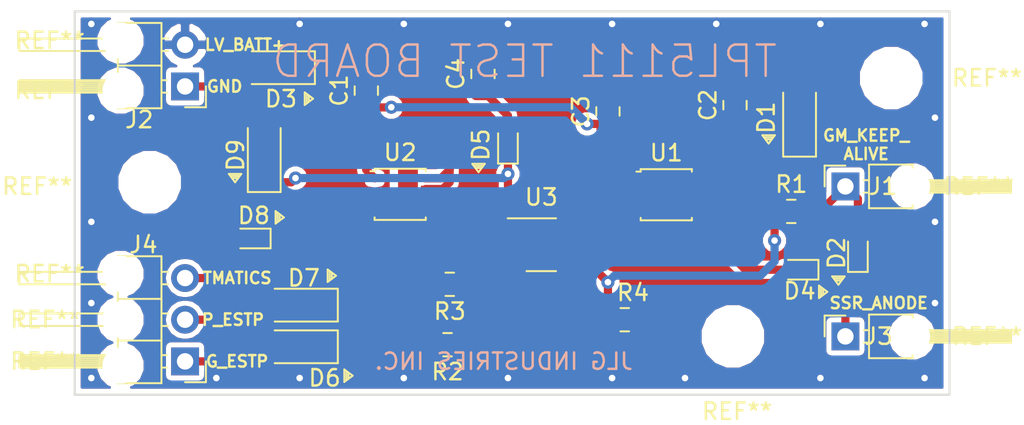
<source format=kicad_pcb>
(kicad_pcb (version 20171130) (host pcbnew "(6.0.0-rc1-dev-313-g8db361882)")

  (general
    (thickness 1.6)
    (drawings 58)
    (tracks 125)
    (zones 0)
    (modules 34)
    (nets 18)
  )

  (page A4)
  (layers
    (0 F.Cu signal)
    (31 B.Cu signal)
    (32 B.Adhes user)
    (33 F.Adhes user)
    (34 B.Paste user)
    (35 F.Paste user)
    (36 B.SilkS user)
    (37 F.SilkS user)
    (38 B.Mask user)
    (39 F.Mask user)
    (40 Dwgs.User user)
    (41 Cmts.User user)
    (42 Eco1.User user)
    (43 Eco2.User user)
    (44 Edge.Cuts user)
    (45 Margin user)
    (46 B.CrtYd user)
    (47 F.CrtYd user)
    (48 B.Fab user)
    (49 F.Fab user hide)
  )

  (setup
    (last_trace_width 0.5)
    (user_trace_width 0.5)
    (user_trace_width 1)
    (user_trace_width 2)
    (user_trace_width 4)
    (trace_clearance 0.2)
    (zone_clearance 0.308)
    (zone_45_only no)
    (trace_min 0.2)
    (via_size 0.8)
    (via_drill 0.4)
    (via_min_size 0.4)
    (via_min_drill 0.3)
    (user_via 0.8 0.4)
    (user_via 1.6 0.8)
    (user_via 2.4 1.6)
    (uvia_size 0.3)
    (uvia_drill 0.1)
    (uvias_allowed no)
    (uvia_min_size 0.2)
    (uvia_min_drill 0.1)
    (edge_width 0.05)
    (segment_width 0.2)
    (pcb_text_width 0.3)
    (pcb_text_size 1.5 1.5)
    (mod_edge_width 0.12)
    (mod_text_size 1 1)
    (mod_text_width 0.15)
    (pad_size 1.524 1.524)
    (pad_drill 0.762)
    (pad_to_mask_clearance 0.2)
    (aux_axis_origin 0 0)
    (visible_elements FFFDFF7F)
    (pcbplotparams
      (layerselection 0x010f0_ffffffff)
      (usegerberextensions true)
      (usegerberattributes false)
      (usegerberadvancedattributes false)
      (creategerberjobfile false)
      (excludeedgelayer true)
      (linewidth 0.100000)
      (plotframeref false)
      (viasonmask false)
      (mode 1)
      (useauxorigin false)
      (hpglpennumber 1)
      (hpglpenspeed 20)
      (hpglpendiameter 15.000000)
      (psnegative false)
      (psa4output false)
      (plotreference true)
      (plotvalue true)
      (plotinvisibletext false)
      (padsonsilk false)
      (subtractmaskfromsilk false)
      (outputformat 1)
      (mirror false)
      (drillshape 0)
      (scaleselection 1)
      (outputdirectory "Gerbers/"))
  )

  (net 0 "")
  (net 1 Earth)
  (net 2 "Net-(D2-Pad2)")
  (net 3 "Net-(D2-Pad1)")
  (net 4 "Net-(R2-Pad1)")
  (net 5 "Net-(U1-Pad3)")
  (net 6 "Net-(U2-Pad3)")
  (net 7 /LV_BATT+_DIODE)
  (net 8 /TIMER_DONE)
  (net 9 /LV_BATT+_RAW)
  (net 10 /TIMER_VDD)
  (net 11 /GRND_ESTP)
  (net 12 /PLAT_ESTOP)
  (net 13 /TMATICS)
  (net 14 /TIMER_DRVn)
  (net 15 /LIN_SSR_ANODE)
  (net 16 /LIN_TIMER_VDD)
  (net 17 /LIN_TIMER_EN)

  (net_class Default "This is the default net class."
    (clearance 0.2)
    (trace_width 0.25)
    (via_dia 0.8)
    (via_drill 0.4)
    (uvia_dia 0.3)
    (uvia_drill 0.1)
    (add_net /GRND_ESTP)
    (add_net /LIN_SSR_ANODE)
    (add_net /LIN_TIMER_EN)
    (add_net /LIN_TIMER_VDD)
    (add_net /LV_BATT+_DIODE)
    (add_net /LV_BATT+_RAW)
    (add_net /PLAT_ESTOP)
    (add_net /TIMER_DONE)
    (add_net /TIMER_DRVn)
    (add_net /TIMER_VDD)
    (add_net /TMATICS)
    (add_net Earth)
    (add_net "Net-(D2-Pad1)")
    (add_net "Net-(D2-Pad2)")
    (add_net "Net-(R2-Pad1)")
    (add_net "Net-(U1-Pad3)")
    (add_net "Net-(U2-Pad3)")
  )

  (module MountingHole:MountingHole_2.2mm_M2 (layer F.Cu) (tedit 56D1B4CB) (tstamp 5B7F2CCA)
    (at 116.078 81.026)
    (descr "Mounting Hole 2.2mm, no annular, M2")
    (tags "mounting hole 2.2mm no annular m2")
    (attr virtual)
    (fp_text reference REF** (at -4.318 0) (layer F.SilkS)
      (effects (font (size 1 1) (thickness 0.15)))
    )
    (fp_text value MountingHole_2.2mm_M2 (at 0 3.2) (layer F.Fab)
      (effects (font (size 1 1) (thickness 0.15)))
    )
    (fp_circle (center 0 0) (end 2.45 0) (layer F.CrtYd) (width 0.05))
    (fp_circle (center 0 0) (end 2.2 0) (layer Cmts.User) (width 0.15))
    (fp_text user %R (at 0.3 0) (layer F.Fab)
      (effects (font (size 1 1) (thickness 0.15)))
    )
    (pad 1 np_thru_hole circle (at 0 0) (size 2.2 2.2) (drill 2.2) (layers *.Cu *.Mask))
  )

  (module MountingHole:MountingHole_2.2mm_M2 (layer F.Cu) (tedit 56D1B4CB) (tstamp 5B7F2CB5)
    (at 116.078 84.074)
    (descr "Mounting Hole 2.2mm, no annular, M2")
    (tags "mounting hole 2.2mm no annular m2")
    (attr virtual)
    (fp_text reference REF** (at -4.318 0) (layer F.SilkS)
      (effects (font (size 1 1) (thickness 0.15)))
    )
    (fp_text value MountingHole_2.2mm_M2 (at 0 3.2) (layer F.Fab)
      (effects (font (size 1 1) (thickness 0.15)))
    )
    (fp_text user %R (at 0.3 0) (layer F.Fab)
      (effects (font (size 1 1) (thickness 0.15)))
    )
    (fp_circle (center 0 0) (end 2.2 0) (layer Cmts.User) (width 0.15))
    (fp_circle (center 0 0) (end 2.45 0) (layer F.CrtYd) (width 0.05))
    (pad 1 np_thru_hole circle (at 0 0) (size 2.2 2.2) (drill 2.2) (layers *.Cu *.Mask))
  )

  (module MountingHole:MountingHole_2.2mm_M2 (layer F.Cu) (tedit 56D1B4CB) (tstamp 5B7F2990)
    (at 116.078 95.25)
    (descr "Mounting Hole 2.2mm, no annular, M2")
    (tags "mounting hole 2.2mm no annular m2")
    (attr virtual)
    (fp_text reference REF** (at -4.318 0) (layer F.SilkS)
      (effects (font (size 1 1) (thickness 0.15)))
    )
    (fp_text value MountingHole_2.2mm_M2 (at 0 3.2) (layer F.Fab)
      (effects (font (size 1 1) (thickness 0.15)))
    )
    (fp_circle (center 0 0) (end 2.45 0) (layer F.CrtYd) (width 0.05))
    (fp_circle (center 0 0) (end 2.2 0) (layer Cmts.User) (width 0.15))
    (fp_text user %R (at 0.3 0) (layer F.Fab)
      (effects (font (size 1 1) (thickness 0.15)))
    )
    (pad 1 np_thru_hole circle (at 0 0) (size 2.2 2.2) (drill 2.2) (layers *.Cu *.Mask))
  )

  (module MountingHole:MountingHole_2.2mm_M2 (layer F.Cu) (tedit 56D1B4CB) (tstamp 5B7F2982)
    (at 116.078 98.044)
    (descr "Mounting Hole 2.2mm, no annular, M2")
    (tags "mounting hole 2.2mm no annular m2")
    (attr virtual)
    (fp_text reference REF** (at -4.572 0) (layer F.SilkS)
      (effects (font (size 1 1) (thickness 0.15)))
    )
    (fp_text value MountingHole_2.2mm_M2 (at 0 3.2) (layer F.Fab)
      (effects (font (size 1 1) (thickness 0.15)))
    )
    (fp_text user %R (at 0.3 0) (layer F.Fab)
      (effects (font (size 1 1) (thickness 0.15)))
    )
    (fp_circle (center 0 0) (end 2.2 0) (layer Cmts.User) (width 0.15))
    (fp_circle (center 0 0) (end 2.45 0) (layer F.CrtYd) (width 0.05))
    (pad 1 np_thru_hole circle (at 0 0) (size 2.2 2.2) (drill 2.2) (layers *.Cu *.Mask))
  )

  (module MountingHole:MountingHole_2.2mm_M2 (layer F.Cu) (tedit 56D1B4CB) (tstamp 5B7F2974)
    (at 116.078 100.838)
    (descr "Mounting Hole 2.2mm, no annular, M2")
    (tags "mounting hole 2.2mm no annular m2")
    (attr virtual)
    (fp_text reference REF** (at -4.572 -0.254) (layer F.SilkS)
      (effects (font (size 1 1) (thickness 0.15)))
    )
    (fp_text value MountingHole_2.2mm_M2 (at 0 3.2) (layer F.Fab)
      (effects (font (size 1 1) (thickness 0.15)))
    )
    (fp_circle (center 0 0) (end 2.45 0) (layer F.CrtYd) (width 0.05))
    (fp_circle (center 0 0) (end 2.2 0) (layer Cmts.User) (width 0.15))
    (fp_text user %R (at 0.3 0) (layer F.Fab)
      (effects (font (size 1 1) (thickness 0.15)))
    )
    (pad 1 np_thru_hole circle (at 0 0) (size 2.2 2.2) (drill 2.2) (layers *.Cu *.Mask))
  )

  (module MountingHole:MountingHole_2.2mm_M2 (layer F.Cu) (tedit 56D1B4CB) (tstamp 5B7F2902)
    (at 164.338 99.06)
    (descr "Mounting Hole 2.2mm, no annular, M2")
    (tags "mounting hole 2.2mm no annular m2")
    (attr virtual)
    (fp_text reference REF** (at 4.572 0) (layer F.SilkS)
      (effects (font (size 1 1) (thickness 0.15)))
    )
    (fp_text value MountingHole_2.2mm_M2 (at 0 3.2) (layer F.Fab)
      (effects (font (size 1 1) (thickness 0.15)))
    )
    (fp_text user %R (at 0.3 0) (layer F.Fab)
      (effects (font (size 1 1) (thickness 0.15)))
    )
    (fp_circle (center 0 0) (end 2.2 0) (layer Cmts.User) (width 0.15))
    (fp_circle (center 0 0) (end 2.45 0) (layer F.CrtYd) (width 0.05))
    (pad 1 np_thru_hole circle (at 0 0) (size 2.2 2.2) (drill 2.2) (layers *.Cu *.Mask))
  )

  (module MountingHole:MountingHole_3.2mm_M3 (layer F.Cu) (tedit 56D1B4CB) (tstamp 5B7EFF0E)
    (at 153.416 99.06)
    (descr "Mounting Hole 3.2mm, no annular, M3")
    (tags "mounting hole 3.2mm no annular m3")
    (attr virtual)
    (fp_text reference REF** (at 0.254 4.572) (layer F.SilkS)
      (effects (font (size 1 1) (thickness 0.15)))
    )
    (fp_text value MountingHole_3.2mm_M3 (at 0 4.2) (layer F.Fab)
      (effects (font (size 1 1) (thickness 0.15)))
    )
    (fp_circle (center 0 0) (end 3.45 0) (layer F.CrtYd) (width 0.05))
    (fp_circle (center 0 0) (end 3.2 0) (layer Cmts.User) (width 0.15))
    (fp_text user %R (at 0.3 0) (layer F.Fab)
      (effects (font (size 1 1) (thickness 0.15)))
    )
    (pad 1 np_thru_hole circle (at 0 0) (size 3.2 3.2) (drill 3.2) (layers *.Cu *.Mask))
  )

  (module MountingHole:MountingHole_3.2mm_M3 (layer F.Cu) (tedit 56D1B4CB) (tstamp 5B7EFBEC)
    (at 163.068 83.312)
    (descr "Mounting Hole 3.2mm, no annular, M3")
    (tags "mounting hole 3.2mm no annular m3")
    (attr virtual)
    (fp_text reference REF** (at 5.842 0) (layer F.SilkS)
      (effects (font (size 1 1) (thickness 0.15)))
    )
    (fp_text value MountingHole_3.2mm_M3 (at 0 4.2) (layer F.Fab)
      (effects (font (size 1 1) (thickness 0.15)))
    )
    (fp_text user %R (at 0.3 0) (layer F.Fab)
      (effects (font (size 1 1) (thickness 0.15)))
    )
    (fp_circle (center 0 0) (end 3.2 0) (layer Cmts.User) (width 0.15))
    (fp_circle (center 0 0) (end 3.45 0) (layer F.CrtYd) (width 0.05))
    (pad 1 np_thru_hole circle (at 0 0) (size 3.2 3.2) (drill 3.2) (layers *.Cu *.Mask))
  )

  (module Capacitor_SMD:C_0805_2012Metric_Pad1.15x1.40mm_HandSolder (layer F.Cu) (tedit 5B36C52B) (tstamp 5B7EDC4E)
    (at 131.064 84.074 90)
    (descr "Capacitor SMD 0805 (2012 Metric), square (rectangular) end terminal, IPC_7351 nominal with elongated pad for handsoldering. (Body size source: https://docs.google.com/spreadsheets/d/1BsfQQcO9C6DZCsRaXUlFlo91Tg2WpOkGARC1WS5S8t0/edit?usp=sharing), generated with kicad-footprint-generator")
    (tags "capacitor handsolder")
    (path /5B7C5E0B)
    (attr smd)
    (fp_text reference C1 (at 0 -1.65 90) (layer F.SilkS)
      (effects (font (size 1 1) (thickness 0.15)))
    )
    (fp_text value "1 uf" (at 0 1.65 90) (layer F.Fab)
      (effects (font (size 1 1) (thickness 0.15)))
    )
    (fp_text user %R (at 0 0 90) (layer F.Fab)
      (effects (font (size 0.5 0.5) (thickness 0.08)))
    )
    (fp_line (start 1.85 0.95) (end -1.85 0.95) (layer F.CrtYd) (width 0.05))
    (fp_line (start 1.85 -0.95) (end 1.85 0.95) (layer F.CrtYd) (width 0.05))
    (fp_line (start -1.85 -0.95) (end 1.85 -0.95) (layer F.CrtYd) (width 0.05))
    (fp_line (start -1.85 0.95) (end -1.85 -0.95) (layer F.CrtYd) (width 0.05))
    (fp_line (start -0.261252 0.71) (end 0.261252 0.71) (layer F.SilkS) (width 0.12))
    (fp_line (start -0.261252 -0.71) (end 0.261252 -0.71) (layer F.SilkS) (width 0.12))
    (fp_line (start 1 0.6) (end -1 0.6) (layer F.Fab) (width 0.1))
    (fp_line (start 1 -0.6) (end 1 0.6) (layer F.Fab) (width 0.1))
    (fp_line (start -1 -0.6) (end 1 -0.6) (layer F.Fab) (width 0.1))
    (fp_line (start -1 0.6) (end -1 -0.6) (layer F.Fab) (width 0.1))
    (pad 2 smd roundrect (at 1.025 0 90) (size 1.15 1.4) (layers F.Cu F.Paste F.Mask) (roundrect_rratio 0.217391)
      (net 1 Earth))
    (pad 1 smd roundrect (at -1.025 0 90) (size 1.15 1.4) (layers F.Cu F.Paste F.Mask) (roundrect_rratio 0.217391)
      (net 7 /LV_BATT+_DIODE))
    (model ${KISYS3DMOD}/Capacitor_SMD.3dshapes/C_0805_2012Metric.wrl
      (at (xyz 0 0 0))
      (scale (xyz 1 1 1))
      (rotate (xyz 0 0 0))
    )
  )

  (module Capacitor_SMD:C_0805_2012Metric_Pad1.15x1.40mm_HandSolder (layer F.Cu) (tedit 5B36C52B) (tstamp 5B7EDC5F)
    (at 153.543 84.963 90)
    (descr "Capacitor SMD 0805 (2012 Metric), square (rectangular) end terminal, IPC_7351 nominal with elongated pad for handsoldering. (Body size source: https://docs.google.com/spreadsheets/d/1BsfQQcO9C6DZCsRaXUlFlo91Tg2WpOkGARC1WS5S8t0/edit?usp=sharing), generated with kicad-footprint-generator")
    (tags "capacitor handsolder")
    (path /5B7C5E69)
    (attr smd)
    (fp_text reference C2 (at 0 -1.65 90) (layer F.SilkS)
      (effects (font (size 1 1) (thickness 0.15)))
    )
    (fp_text value "1 uf" (at 0 1.65 90) (layer F.Fab)
      (effects (font (size 1 1) (thickness 0.15)))
    )
    (fp_line (start -1 0.6) (end -1 -0.6) (layer F.Fab) (width 0.1))
    (fp_line (start -1 -0.6) (end 1 -0.6) (layer F.Fab) (width 0.1))
    (fp_line (start 1 -0.6) (end 1 0.6) (layer F.Fab) (width 0.1))
    (fp_line (start 1 0.6) (end -1 0.6) (layer F.Fab) (width 0.1))
    (fp_line (start -0.261252 -0.71) (end 0.261252 -0.71) (layer F.SilkS) (width 0.12))
    (fp_line (start -0.261252 0.71) (end 0.261252 0.71) (layer F.SilkS) (width 0.12))
    (fp_line (start -1.85 0.95) (end -1.85 -0.95) (layer F.CrtYd) (width 0.05))
    (fp_line (start -1.85 -0.95) (end 1.85 -0.95) (layer F.CrtYd) (width 0.05))
    (fp_line (start 1.85 -0.95) (end 1.85 0.95) (layer F.CrtYd) (width 0.05))
    (fp_line (start 1.85 0.95) (end -1.85 0.95) (layer F.CrtYd) (width 0.05))
    (fp_text user %R (at 0 0 90) (layer F.Fab)
      (effects (font (size 0.5 0.5) (thickness 0.08)))
    )
    (pad 1 smd roundrect (at -1.025 0 90) (size 1.15 1.4) (layers F.Cu F.Paste F.Mask) (roundrect_rratio 0.217391)
      (net 15 /LIN_SSR_ANODE))
    (pad 2 smd roundrect (at 1.025 0 90) (size 1.15 1.4) (layers F.Cu F.Paste F.Mask) (roundrect_rratio 0.217391)
      (net 1 Earth))
    (model ${KISYS3DMOD}/Capacitor_SMD.3dshapes/C_0805_2012Metric.wrl
      (at (xyz 0 0 0))
      (scale (xyz 1 1 1))
      (rotate (xyz 0 0 0))
    )
  )

  (module Capacitor_SMD:C_0805_2012Metric_Pad1.15x1.40mm_HandSolder (layer F.Cu) (tedit 5B36C52B) (tstamp 5B7EDC70)
    (at 145.796 85.344 90)
    (descr "Capacitor SMD 0805 (2012 Metric), square (rectangular) end terminal, IPC_7351 nominal with elongated pad for handsoldering. (Body size source: https://docs.google.com/spreadsheets/d/1BsfQQcO9C6DZCsRaXUlFlo91Tg2WpOkGARC1WS5S8t0/edit?usp=sharing), generated with kicad-footprint-generator")
    (tags "capacitor handsolder")
    (path /5B7C5B44)
    (attr smd)
    (fp_text reference C3 (at 0 -1.65 90) (layer F.SilkS)
      (effects (font (size 1 1) (thickness 0.15)))
    )
    (fp_text value "1 uf" (at 0 1.65 90) (layer F.Fab)
      (effects (font (size 1 1) (thickness 0.15)))
    )
    (fp_text user %R (at 0 0 90) (layer F.Fab)
      (effects (font (size 0.5 0.5) (thickness 0.08)))
    )
    (fp_line (start 1.85 0.95) (end -1.85 0.95) (layer F.CrtYd) (width 0.05))
    (fp_line (start 1.85 -0.95) (end 1.85 0.95) (layer F.CrtYd) (width 0.05))
    (fp_line (start -1.85 -0.95) (end 1.85 -0.95) (layer F.CrtYd) (width 0.05))
    (fp_line (start -1.85 0.95) (end -1.85 -0.95) (layer F.CrtYd) (width 0.05))
    (fp_line (start -0.261252 0.71) (end 0.261252 0.71) (layer F.SilkS) (width 0.12))
    (fp_line (start -0.261252 -0.71) (end 0.261252 -0.71) (layer F.SilkS) (width 0.12))
    (fp_line (start 1 0.6) (end -1 0.6) (layer F.Fab) (width 0.1))
    (fp_line (start 1 -0.6) (end 1 0.6) (layer F.Fab) (width 0.1))
    (fp_line (start -1 -0.6) (end 1 -0.6) (layer F.Fab) (width 0.1))
    (fp_line (start -1 0.6) (end -1 -0.6) (layer F.Fab) (width 0.1))
    (pad 2 smd roundrect (at 1.025 0 90) (size 1.15 1.4) (layers F.Cu F.Paste F.Mask) (roundrect_rratio 0.217391)
      (net 1 Earth))
    (pad 1 smd roundrect (at -1.025 0 90) (size 1.15 1.4) (layers F.Cu F.Paste F.Mask) (roundrect_rratio 0.217391)
      (net 7 /LV_BATT+_DIODE))
    (model ${KISYS3DMOD}/Capacitor_SMD.3dshapes/C_0805_2012Metric.wrl
      (at (xyz 0 0 0))
      (scale (xyz 1 1 1))
      (rotate (xyz 0 0 0))
    )
  )

  (module Capacitor_SMD:C_0805_2012Metric_Pad1.15x1.40mm_HandSolder (layer F.Cu) (tedit 5B36C52B) (tstamp 5B7EDC81)
    (at 138.176 83.058 90)
    (descr "Capacitor SMD 0805 (2012 Metric), square (rectangular) end terminal, IPC_7351 nominal with elongated pad for handsoldering. (Body size source: https://docs.google.com/spreadsheets/d/1BsfQQcO9C6DZCsRaXUlFlo91Tg2WpOkGARC1WS5S8t0/edit?usp=sharing), generated with kicad-footprint-generator")
    (tags "capacitor handsolder")
    (path /5B7C5DB5)
    (attr smd)
    (fp_text reference C4 (at 0 -1.65 90) (layer F.SilkS)
      (effects (font (size 1 1) (thickness 0.15)))
    )
    (fp_text value "1 uf" (at 0 1.65 90) (layer F.Fab)
      (effects (font (size 1 1) (thickness 0.15)))
    )
    (fp_line (start -1 0.6) (end -1 -0.6) (layer F.Fab) (width 0.1))
    (fp_line (start -1 -0.6) (end 1 -0.6) (layer F.Fab) (width 0.1))
    (fp_line (start 1 -0.6) (end 1 0.6) (layer F.Fab) (width 0.1))
    (fp_line (start 1 0.6) (end -1 0.6) (layer F.Fab) (width 0.1))
    (fp_line (start -0.261252 -0.71) (end 0.261252 -0.71) (layer F.SilkS) (width 0.12))
    (fp_line (start -0.261252 0.71) (end 0.261252 0.71) (layer F.SilkS) (width 0.12))
    (fp_line (start -1.85 0.95) (end -1.85 -0.95) (layer F.CrtYd) (width 0.05))
    (fp_line (start -1.85 -0.95) (end 1.85 -0.95) (layer F.CrtYd) (width 0.05))
    (fp_line (start 1.85 -0.95) (end 1.85 0.95) (layer F.CrtYd) (width 0.05))
    (fp_line (start 1.85 0.95) (end -1.85 0.95) (layer F.CrtYd) (width 0.05))
    (fp_text user %R (at 0 -0.127 90) (layer F.Fab)
      (effects (font (size 0.5 0.5) (thickness 0.08)))
    )
    (pad 1 smd roundrect (at -1.025 0 90) (size 1.15 1.4) (layers F.Cu F.Paste F.Mask) (roundrect_rratio 0.217391)
      (net 16 /LIN_TIMER_VDD))
    (pad 2 smd roundrect (at 1.025 0 90) (size 1.15 1.4) (layers F.Cu F.Paste F.Mask) (roundrect_rratio 0.217391)
      (net 1 Earth))
    (model ${KISYS3DMOD}/Capacitor_SMD.3dshapes/C_0805_2012Metric.wrl
      (at (xyz 0 0 0))
      (scale (xyz 1 1 1))
      (rotate (xyz 0 0 0))
    )
  )

  (module Diode_SMD:D_SOD-123 (layer F.Cu) (tedit 58645DC7) (tstamp 5B7EDC9A)
    (at 157.48 85.852 90)
    (descr SOD-123)
    (tags SOD-123)
    (path /5B82ED82)
    (attr smd)
    (fp_text reference D1 (at 0.127 -2.032 90) (layer F.SilkS)
      (effects (font (size 1 1) (thickness 0.15)))
    )
    (fp_text value 5.1V (at 0 2.1 90) (layer F.Fab)
      (effects (font (size 1 1) (thickness 0.15)))
    )
    (fp_text user %R (at 0 -2 90) (layer F.Fab)
      (effects (font (size 1 1) (thickness 0.15)))
    )
    (fp_line (start -2.25 -1) (end -2.25 1) (layer F.SilkS) (width 0.12))
    (fp_line (start 0.25 0) (end 0.75 0) (layer F.Fab) (width 0.1))
    (fp_line (start 0.25 0.4) (end -0.35 0) (layer F.Fab) (width 0.1))
    (fp_line (start 0.25 -0.4) (end 0.25 0.4) (layer F.Fab) (width 0.1))
    (fp_line (start -0.35 0) (end 0.25 -0.4) (layer F.Fab) (width 0.1))
    (fp_line (start -0.35 0) (end -0.35 0.55) (layer F.Fab) (width 0.1))
    (fp_line (start -0.35 0) (end -0.35 -0.55) (layer F.Fab) (width 0.1))
    (fp_line (start -0.75 0) (end -0.35 0) (layer F.Fab) (width 0.1))
    (fp_line (start -1.4 0.9) (end -1.4 -0.9) (layer F.Fab) (width 0.1))
    (fp_line (start 1.4 0.9) (end -1.4 0.9) (layer F.Fab) (width 0.1))
    (fp_line (start 1.4 -0.9) (end 1.4 0.9) (layer F.Fab) (width 0.1))
    (fp_line (start -1.4 -0.9) (end 1.4 -0.9) (layer F.Fab) (width 0.1))
    (fp_line (start -2.35 -1.15) (end 2.35 -1.15) (layer F.CrtYd) (width 0.05))
    (fp_line (start 2.35 -1.15) (end 2.35 1.15) (layer F.CrtYd) (width 0.05))
    (fp_line (start 2.35 1.15) (end -2.35 1.15) (layer F.CrtYd) (width 0.05))
    (fp_line (start -2.35 -1.15) (end -2.35 1.15) (layer F.CrtYd) (width 0.05))
    (fp_line (start -2.25 1) (end 1.65 1) (layer F.SilkS) (width 0.12))
    (fp_line (start -2.25 -1) (end 1.65 -1) (layer F.SilkS) (width 0.12))
    (pad 1 smd rect (at -1.65 0 90) (size 0.9 1.2) (layers F.Cu F.Paste F.Mask)
      (net 8 /TIMER_DONE))
    (pad 2 smd rect (at 1.65 0 90) (size 0.9 1.2) (layers F.Cu F.Paste F.Mask)
      (net 1 Earth))
    (model ${KISYS3DMOD}/Diode_SMD.3dshapes/D_SOD-123.wrl
      (at (xyz 0 0 0))
      (scale (xyz 1 1 1))
      (rotate (xyz 0 0 0))
    )
  )

  (module Diode_SMD:D_SOD-523 (layer F.Cu) (tedit 586419F0) (tstamp 5B7EDCB2)
    (at 161.036 93.98 90)
    (descr "http://www.diodes.com/datasheets/ap02001.pdf p.144")
    (tags "Diode SOD523")
    (path /5B803AF6)
    (attr smd)
    (fp_text reference D2 (at 0 -1.3 90) (layer F.SilkS)
      (effects (font (size 1 1) (thickness 0.15)))
    )
    (fp_text value RB751S40T5G (at 0 1.4 90) (layer F.Fab)
      (effects (font (size 1 1) (thickness 0.15)))
    )
    (fp_text user %R (at 0 -1.3 90) (layer F.Fab)
      (effects (font (size 1 1) (thickness 0.15)))
    )
    (fp_line (start -1.15 -0.6) (end -1.15 0.6) (layer F.SilkS) (width 0.12))
    (fp_line (start 1.25 -0.7) (end 1.25 0.7) (layer F.CrtYd) (width 0.05))
    (fp_line (start -1.25 -0.7) (end 1.25 -0.7) (layer F.CrtYd) (width 0.05))
    (fp_line (start -1.25 0.7) (end -1.25 -0.7) (layer F.CrtYd) (width 0.05))
    (fp_line (start 1.25 0.7) (end -1.25 0.7) (layer F.CrtYd) (width 0.05))
    (fp_line (start 0.1 0) (end 0.25 0) (layer F.Fab) (width 0.1))
    (fp_line (start 0.1 -0.2) (end -0.2 0) (layer F.Fab) (width 0.1))
    (fp_line (start 0.1 0.2) (end 0.1 -0.2) (layer F.Fab) (width 0.1))
    (fp_line (start -0.2 0) (end 0.1 0.2) (layer F.Fab) (width 0.1))
    (fp_line (start -0.2 0) (end -0.35 0) (layer F.Fab) (width 0.1))
    (fp_line (start -0.2 0.2) (end -0.2 -0.2) (layer F.Fab) (width 0.1))
    (fp_line (start 0.65 -0.45) (end 0.65 0.45) (layer F.Fab) (width 0.1))
    (fp_line (start -0.65 -0.45) (end 0.65 -0.45) (layer F.Fab) (width 0.1))
    (fp_line (start -0.65 0.45) (end -0.65 -0.45) (layer F.Fab) (width 0.1))
    (fp_line (start 0.65 0.45) (end -0.65 0.45) (layer F.Fab) (width 0.1))
    (fp_line (start 0.7 -0.6) (end -1.15 -0.6) (layer F.SilkS) (width 0.12))
    (fp_line (start 0.7 0.6) (end -1.15 0.6) (layer F.SilkS) (width 0.12))
    (pad 2 smd rect (at 0.7 0 270) (size 0.6 0.7) (layers F.Cu F.Paste F.Mask)
      (net 2 "Net-(D2-Pad2)"))
    (pad 1 smd rect (at -0.7 0 270) (size 0.6 0.7) (layers F.Cu F.Paste F.Mask)
      (net 3 "Net-(D2-Pad1)"))
    (model ${KISYS3DMOD}/Diode_SMD.3dshapes/D_SOD-523.wrl
      (at (xyz 0 0 0))
      (scale (xyz 1 1 1))
      (rotate (xyz 0 0 0))
    )
  )

  (module Diode_SMD:D_SOD-123F (layer F.Cu) (tedit 587F7769) (tstamp 5B7EDCCB)
    (at 125.73 82.677 180)
    (descr D_SOD-123F)
    (tags D_SOD-123F)
    (path /5B8272A7)
    (attr smd)
    (fp_text reference D3 (at -0.127 -1.905 180) (layer F.SilkS)
      (effects (font (size 1 1) (thickness 0.15)))
    )
    (fp_text value 2SS100L-W (at 0 2.1 180) (layer F.Fab)
      (effects (font (size 1 1) (thickness 0.15)))
    )
    (fp_text user %R (at -0.127 -1.905 180) (layer F.Fab)
      (effects (font (size 1 1) (thickness 0.15)))
    )
    (fp_line (start -2.2 -1) (end -2.2 1) (layer F.SilkS) (width 0.12))
    (fp_line (start 0.25 0) (end 0.75 0) (layer F.Fab) (width 0.1))
    (fp_line (start 0.25 0.4) (end -0.35 0) (layer F.Fab) (width 0.1))
    (fp_line (start 0.25 -0.4) (end 0.25 0.4) (layer F.Fab) (width 0.1))
    (fp_line (start -0.35 0) (end 0.25 -0.4) (layer F.Fab) (width 0.1))
    (fp_line (start -0.35 0) (end -0.35 0.55) (layer F.Fab) (width 0.1))
    (fp_line (start -0.35 0) (end -0.35 -0.55) (layer F.Fab) (width 0.1))
    (fp_line (start -0.75 0) (end -0.35 0) (layer F.Fab) (width 0.1))
    (fp_line (start -1.4 0.9) (end -1.4 -0.9) (layer F.Fab) (width 0.1))
    (fp_line (start 1.4 0.9) (end -1.4 0.9) (layer F.Fab) (width 0.1))
    (fp_line (start 1.4 -0.9) (end 1.4 0.9) (layer F.Fab) (width 0.1))
    (fp_line (start -1.4 -0.9) (end 1.4 -0.9) (layer F.Fab) (width 0.1))
    (fp_line (start -2.2 -1.15) (end 2.2 -1.15) (layer F.CrtYd) (width 0.05))
    (fp_line (start 2.2 -1.15) (end 2.2 1.15) (layer F.CrtYd) (width 0.05))
    (fp_line (start 2.2 1.15) (end -2.2 1.15) (layer F.CrtYd) (width 0.05))
    (fp_line (start -2.2 -1.15) (end -2.2 1.15) (layer F.CrtYd) (width 0.05))
    (fp_line (start -2.2 1) (end 1.65 1) (layer F.SilkS) (width 0.12))
    (fp_line (start -2.2 -1) (end 1.65 -1) (layer F.SilkS) (width 0.12))
    (pad 1 smd rect (at -1.4 0 180) (size 1.1 1.1) (layers F.Cu F.Paste F.Mask)
      (net 7 /LV_BATT+_DIODE))
    (pad 2 smd rect (at 1.4 0 180) (size 1.1 1.1) (layers F.Cu F.Paste F.Mask)
      (net 9 /LV_BATT+_RAW))
    (model ${KISYS3DMOD}/Diode_SMD.3dshapes/D_SOD-123F.wrl
      (at (xyz 0 0 0))
      (scale (xyz 1 1 1))
      (rotate (xyz 0 0 0))
    )
  )

  (module Diode_SMD:D_SOD-523 (layer F.Cu) (tedit 586419F0) (tstamp 5B7EDCE3)
    (at 157.48 94.996 180)
    (descr "http://www.diodes.com/datasheets/ap02001.pdf p.144")
    (tags "Diode SOD523")
    (path /5B7F97C6)
    (attr smd)
    (fp_text reference D4 (at 0 -1.3 180) (layer F.SilkS)
      (effects (font (size 1 1) (thickness 0.15)))
    )
    (fp_text value RB751S40T5G (at 0 1.4 180) (layer F.Fab)
      (effects (font (size 1 1) (thickness 0.15)))
    )
    (fp_text user %R (at 0 -1.3 180) (layer F.Fab)
      (effects (font (size 1 1) (thickness 0.15)))
    )
    (fp_line (start -1.15 -0.6) (end -1.15 0.6) (layer F.SilkS) (width 0.12))
    (fp_line (start 1.25 -0.7) (end 1.25 0.7) (layer F.CrtYd) (width 0.05))
    (fp_line (start -1.25 -0.7) (end 1.25 -0.7) (layer F.CrtYd) (width 0.05))
    (fp_line (start -1.25 0.7) (end -1.25 -0.7) (layer F.CrtYd) (width 0.05))
    (fp_line (start 1.25 0.7) (end -1.25 0.7) (layer F.CrtYd) (width 0.05))
    (fp_line (start 0.1 0) (end 0.25 0) (layer F.Fab) (width 0.1))
    (fp_line (start 0.1 -0.2) (end -0.2 0) (layer F.Fab) (width 0.1))
    (fp_line (start 0.1 0.2) (end 0.1 -0.2) (layer F.Fab) (width 0.1))
    (fp_line (start -0.2 0) (end 0.1 0.2) (layer F.Fab) (width 0.1))
    (fp_line (start -0.2 0) (end -0.35 0) (layer F.Fab) (width 0.1))
    (fp_line (start -0.2 0.2) (end -0.2 -0.2) (layer F.Fab) (width 0.1))
    (fp_line (start 0.65 -0.45) (end 0.65 0.45) (layer F.Fab) (width 0.1))
    (fp_line (start -0.65 -0.45) (end 0.65 -0.45) (layer F.Fab) (width 0.1))
    (fp_line (start -0.65 0.45) (end -0.65 -0.45) (layer F.Fab) (width 0.1))
    (fp_line (start 0.65 0.45) (end -0.65 0.45) (layer F.Fab) (width 0.1))
    (fp_line (start 0.7 -0.6) (end -1.15 -0.6) (layer F.SilkS) (width 0.12))
    (fp_line (start 0.7 0.6) (end -1.15 0.6) (layer F.SilkS) (width 0.12))
    (pad 2 smd rect (at 0.7 0) (size 0.6 0.7) (layers F.Cu F.Paste F.Mask)
      (net 15 /LIN_SSR_ANODE))
    (pad 1 smd rect (at -0.7 0) (size 0.6 0.7) (layers F.Cu F.Paste F.Mask)
      (net 3 "Net-(D2-Pad1)"))
    (model ${KISYS3DMOD}/Diode_SMD.3dshapes/D_SOD-523.wrl
      (at (xyz 0 0 0))
      (scale (xyz 1 1 1))
      (rotate (xyz 0 0 0))
    )
  )

  (module Diode_SMD:D_SOD-523 (layer F.Cu) (tedit 586419F0) (tstamp 5B7EDCFB)
    (at 139.7 87.376 90)
    (descr "http://www.diodes.com/datasheets/ap02001.pdf p.144")
    (tags "Diode SOD523")
    (path /5B7FFB38)
    (attr smd)
    (fp_text reference D5 (at 0 -1.651 90) (layer F.SilkS)
      (effects (font (size 1 1) (thickness 0.15)))
    )
    (fp_text value RB751S40T5G (at 0 1.4 90) (layer F.Fab)
      (effects (font (size 1 1) (thickness 0.15)))
    )
    (fp_line (start 0.7 0.6) (end -1.15 0.6) (layer F.SilkS) (width 0.12))
    (fp_line (start 0.7 -0.6) (end -1.15 -0.6) (layer F.SilkS) (width 0.12))
    (fp_line (start 0.65 0.45) (end -0.65 0.45) (layer F.Fab) (width 0.1))
    (fp_line (start -0.65 0.45) (end -0.65 -0.45) (layer F.Fab) (width 0.1))
    (fp_line (start -0.65 -0.45) (end 0.65 -0.45) (layer F.Fab) (width 0.1))
    (fp_line (start 0.65 -0.45) (end 0.65 0.45) (layer F.Fab) (width 0.1))
    (fp_line (start -0.2 0.2) (end -0.2 -0.2) (layer F.Fab) (width 0.1))
    (fp_line (start -0.2 0) (end -0.35 0) (layer F.Fab) (width 0.1))
    (fp_line (start -0.2 0) (end 0.1 0.2) (layer F.Fab) (width 0.1))
    (fp_line (start 0.1 0.2) (end 0.1 -0.2) (layer F.Fab) (width 0.1))
    (fp_line (start 0.1 -0.2) (end -0.2 0) (layer F.Fab) (width 0.1))
    (fp_line (start 0.1 0) (end 0.25 0) (layer F.Fab) (width 0.1))
    (fp_line (start 1.25 0.7) (end -1.25 0.7) (layer F.CrtYd) (width 0.05))
    (fp_line (start -1.25 0.7) (end -1.25 -0.7) (layer F.CrtYd) (width 0.05))
    (fp_line (start -1.25 -0.7) (end 1.25 -0.7) (layer F.CrtYd) (width 0.05))
    (fp_line (start 1.25 -0.7) (end 1.25 0.7) (layer F.CrtYd) (width 0.05))
    (fp_line (start -1.15 -0.6) (end -1.15 0.6) (layer F.SilkS) (width 0.12))
    (fp_text user %R (at 0 -1.3 90) (layer F.Fab)
      (effects (font (size 1 1) (thickness 0.15)))
    )
    (pad 1 smd rect (at -0.7 0 270) (size 0.6 0.7) (layers F.Cu F.Paste F.Mask)
      (net 10 /TIMER_VDD))
    (pad 2 smd rect (at 0.7 0 270) (size 0.6 0.7) (layers F.Cu F.Paste F.Mask)
      (net 16 /LIN_TIMER_VDD))
    (model ${KISYS3DMOD}/Diode_SMD.3dshapes/D_SOD-523.wrl
      (at (xyz 0 0 0))
      (scale (xyz 1 1 1))
      (rotate (xyz 0 0 0))
    )
  )

  (module Diode_SMD:D_SOD-123F (layer F.Cu) (tedit 587F7769) (tstamp 5B7EDD14)
    (at 127.127 99.695 180)
    (descr D_SOD-123F)
    (tags D_SOD-123F)
    (path /5B7ECD8E)
    (attr smd)
    (fp_text reference D6 (at -1.397 -1.905 180) (layer F.SilkS)
      (effects (font (size 1 1) (thickness 0.15)))
    )
    (fp_text value 2SS100L-W (at 0 2.1 180) (layer F.Fab)
      (effects (font (size 1 1) (thickness 0.15)))
    )
    (fp_text user %R (at -0.127 -1.905 180) (layer F.Fab)
      (effects (font (size 1 1) (thickness 0.15)))
    )
    (fp_line (start -2.2 -1) (end -2.2 1) (layer F.SilkS) (width 0.12))
    (fp_line (start 0.25 0) (end 0.75 0) (layer F.Fab) (width 0.1))
    (fp_line (start 0.25 0.4) (end -0.35 0) (layer F.Fab) (width 0.1))
    (fp_line (start 0.25 -0.4) (end 0.25 0.4) (layer F.Fab) (width 0.1))
    (fp_line (start -0.35 0) (end 0.25 -0.4) (layer F.Fab) (width 0.1))
    (fp_line (start -0.35 0) (end -0.35 0.55) (layer F.Fab) (width 0.1))
    (fp_line (start -0.35 0) (end -0.35 -0.55) (layer F.Fab) (width 0.1))
    (fp_line (start -0.75 0) (end -0.35 0) (layer F.Fab) (width 0.1))
    (fp_line (start -1.4 0.9) (end -1.4 -0.9) (layer F.Fab) (width 0.1))
    (fp_line (start 1.4 0.9) (end -1.4 0.9) (layer F.Fab) (width 0.1))
    (fp_line (start 1.4 -0.9) (end 1.4 0.9) (layer F.Fab) (width 0.1))
    (fp_line (start -1.4 -0.9) (end 1.4 -0.9) (layer F.Fab) (width 0.1))
    (fp_line (start -2.2 -1.15) (end 2.2 -1.15) (layer F.CrtYd) (width 0.05))
    (fp_line (start 2.2 -1.15) (end 2.2 1.15) (layer F.CrtYd) (width 0.05))
    (fp_line (start 2.2 1.15) (end -2.2 1.15) (layer F.CrtYd) (width 0.05))
    (fp_line (start -2.2 -1.15) (end -2.2 1.15) (layer F.CrtYd) (width 0.05))
    (fp_line (start -2.2 1) (end 1.65 1) (layer F.SilkS) (width 0.12))
    (fp_line (start -2.2 -1) (end 1.65 -1) (layer F.SilkS) (width 0.12))
    (pad 1 smd rect (at -1.4 0 180) (size 1.1 1.1) (layers F.Cu F.Paste F.Mask)
      (net 17 /LIN_TIMER_EN))
    (pad 2 smd rect (at 1.4 0 180) (size 1.1 1.1) (layers F.Cu F.Paste F.Mask)
      (net 11 /GRND_ESTP))
    (model ${KISYS3DMOD}/Diode_SMD.3dshapes/D_SOD-123F.wrl
      (at (xyz 0 0 0))
      (scale (xyz 1 1 1))
      (rotate (xyz 0 0 0))
    )
  )

  (module Diode_SMD:D_SOD-123F (layer F.Cu) (tedit 587F7769) (tstamp 5B7EDD2D)
    (at 127.127 97.155 180)
    (descr D_SOD-123F)
    (tags D_SOD-123F)
    (path /5B7ECFD6)
    (attr smd)
    (fp_text reference D7 (at -0.127 1.651 180) (layer F.SilkS)
      (effects (font (size 1 1) (thickness 0.15)))
    )
    (fp_text value 2SS100L-W (at 0 2.1 180) (layer F.Fab)
      (effects (font (size 1 1) (thickness 0.15)))
    )
    (fp_line (start -2.2 -1) (end 1.65 -1) (layer F.SilkS) (width 0.12))
    (fp_line (start -2.2 1) (end 1.65 1) (layer F.SilkS) (width 0.12))
    (fp_line (start -2.2 -1.15) (end -2.2 1.15) (layer F.CrtYd) (width 0.05))
    (fp_line (start 2.2 1.15) (end -2.2 1.15) (layer F.CrtYd) (width 0.05))
    (fp_line (start 2.2 -1.15) (end 2.2 1.15) (layer F.CrtYd) (width 0.05))
    (fp_line (start -2.2 -1.15) (end 2.2 -1.15) (layer F.CrtYd) (width 0.05))
    (fp_line (start -1.4 -0.9) (end 1.4 -0.9) (layer F.Fab) (width 0.1))
    (fp_line (start 1.4 -0.9) (end 1.4 0.9) (layer F.Fab) (width 0.1))
    (fp_line (start 1.4 0.9) (end -1.4 0.9) (layer F.Fab) (width 0.1))
    (fp_line (start -1.4 0.9) (end -1.4 -0.9) (layer F.Fab) (width 0.1))
    (fp_line (start -0.75 0) (end -0.35 0) (layer F.Fab) (width 0.1))
    (fp_line (start -0.35 0) (end -0.35 -0.55) (layer F.Fab) (width 0.1))
    (fp_line (start -0.35 0) (end -0.35 0.55) (layer F.Fab) (width 0.1))
    (fp_line (start -0.35 0) (end 0.25 -0.4) (layer F.Fab) (width 0.1))
    (fp_line (start 0.25 -0.4) (end 0.25 0.4) (layer F.Fab) (width 0.1))
    (fp_line (start 0.25 0.4) (end -0.35 0) (layer F.Fab) (width 0.1))
    (fp_line (start 0.25 0) (end 0.75 0) (layer F.Fab) (width 0.1))
    (fp_line (start -2.2 -1) (end -2.2 1) (layer F.SilkS) (width 0.12))
    (fp_text user %R (at -0.127 -1.905 180) (layer F.Fab)
      (effects (font (size 1 1) (thickness 0.15)))
    )
    (pad 2 smd rect (at 1.4 0 180) (size 1.1 1.1) (layers F.Cu F.Paste F.Mask)
      (net 12 /PLAT_ESTOP))
    (pad 1 smd rect (at -1.4 0 180) (size 1.1 1.1) (layers F.Cu F.Paste F.Mask)
      (net 17 /LIN_TIMER_EN))
    (model ${KISYS3DMOD}/Diode_SMD.3dshapes/D_SOD-123F.wrl
      (at (xyz 0 0 0))
      (scale (xyz 1 1 1))
      (rotate (xyz 0 0 0))
    )
  )

  (module Diode_SMD:D_SOD-523 (layer F.Cu) (tedit 586419F0) (tstamp 5B7EDD45)
    (at 124.079 93.091 180)
    (descr "http://www.diodes.com/datasheets/ap02001.pdf p.144")
    (tags "Diode SOD523")
    (path /5B7ED02F)
    (attr smd)
    (fp_text reference D8 (at -0.127 1.397 180) (layer F.SilkS)
      (effects (font (size 1 1) (thickness 0.15)))
    )
    (fp_text value RB751S40T5G (at 0 1.4 180) (layer F.Fab)
      (effects (font (size 1 1) (thickness 0.15)))
    )
    (fp_line (start 0.7 0.6) (end -1.15 0.6) (layer F.SilkS) (width 0.12))
    (fp_line (start 0.7 -0.6) (end -1.15 -0.6) (layer F.SilkS) (width 0.12))
    (fp_line (start 0.65 0.45) (end -0.65 0.45) (layer F.Fab) (width 0.1))
    (fp_line (start -0.65 0.45) (end -0.65 -0.45) (layer F.Fab) (width 0.1))
    (fp_line (start -0.65 -0.45) (end 0.65 -0.45) (layer F.Fab) (width 0.1))
    (fp_line (start 0.65 -0.45) (end 0.65 0.45) (layer F.Fab) (width 0.1))
    (fp_line (start -0.2 0.2) (end -0.2 -0.2) (layer F.Fab) (width 0.1))
    (fp_line (start -0.2 0) (end -0.35 0) (layer F.Fab) (width 0.1))
    (fp_line (start -0.2 0) (end 0.1 0.2) (layer F.Fab) (width 0.1))
    (fp_line (start 0.1 0.2) (end 0.1 -0.2) (layer F.Fab) (width 0.1))
    (fp_line (start 0.1 -0.2) (end -0.2 0) (layer F.Fab) (width 0.1))
    (fp_line (start 0.1 0) (end 0.25 0) (layer F.Fab) (width 0.1))
    (fp_line (start 1.25 0.7) (end -1.25 0.7) (layer F.CrtYd) (width 0.05))
    (fp_line (start -1.25 0.7) (end -1.25 -0.7) (layer F.CrtYd) (width 0.05))
    (fp_line (start -1.25 -0.7) (end 1.25 -0.7) (layer F.CrtYd) (width 0.05))
    (fp_line (start 1.25 -0.7) (end 1.25 0.7) (layer F.CrtYd) (width 0.05))
    (fp_line (start -1.15 -0.6) (end -1.15 0.6) (layer F.SilkS) (width 0.12))
    (fp_text user %R (at 0 -1.3 180) (layer F.Fab)
      (effects (font (size 1 1) (thickness 0.15)))
    )
    (pad 1 smd rect (at -0.7 0) (size 0.6 0.7) (layers F.Cu F.Paste F.Mask)
      (net 10 /TIMER_VDD))
    (pad 2 smd rect (at 0.7 0) (size 0.6 0.7) (layers F.Cu F.Paste F.Mask)
      (net 13 /TMATICS))
    (model ${KISYS3DMOD}/Diode_SMD.3dshapes/D_SOD-523.wrl
      (at (xyz 0 0 0))
      (scale (xyz 1 1 1))
      (rotate (xyz 0 0 0))
    )
  )

  (module Diode_SMD:D_SOD-123 (layer F.Cu) (tedit 58645DC7) (tstamp 5B7EDD5E)
    (at 124.841 88.011 90)
    (descr SOD-123)
    (tags SOD-123)
    (path /5B7F98CB)
    (attr smd)
    (fp_text reference D9 (at 0 -1.746 90) (layer F.SilkS)
      (effects (font (size 1 1) (thickness 0.15)))
    )
    (fp_text value 5.1V (at 0 2.1 90) (layer F.Fab)
      (effects (font (size 1 1) (thickness 0.15)))
    )
    (fp_line (start -2.25 -1) (end 1.65 -1) (layer F.SilkS) (width 0.12))
    (fp_line (start -2.25 1) (end 1.65 1) (layer F.SilkS) (width 0.12))
    (fp_line (start -2.35 -1.15) (end -2.35 1.15) (layer F.CrtYd) (width 0.05))
    (fp_line (start 2.35 1.15) (end -2.35 1.15) (layer F.CrtYd) (width 0.05))
    (fp_line (start 2.35 -1.15) (end 2.35 1.15) (layer F.CrtYd) (width 0.05))
    (fp_line (start -2.35 -1.15) (end 2.35 -1.15) (layer F.CrtYd) (width 0.05))
    (fp_line (start -1.4 -0.9) (end 1.4 -0.9) (layer F.Fab) (width 0.1))
    (fp_line (start 1.4 -0.9) (end 1.4 0.9) (layer F.Fab) (width 0.1))
    (fp_line (start 1.4 0.9) (end -1.4 0.9) (layer F.Fab) (width 0.1))
    (fp_line (start -1.4 0.9) (end -1.4 -0.9) (layer F.Fab) (width 0.1))
    (fp_line (start -0.75 0) (end -0.35 0) (layer F.Fab) (width 0.1))
    (fp_line (start -0.35 0) (end -0.35 -0.55) (layer F.Fab) (width 0.1))
    (fp_line (start -0.35 0) (end -0.35 0.55) (layer F.Fab) (width 0.1))
    (fp_line (start -0.35 0) (end 0.25 -0.4) (layer F.Fab) (width 0.1))
    (fp_line (start 0.25 -0.4) (end 0.25 0.4) (layer F.Fab) (width 0.1))
    (fp_line (start 0.25 0.4) (end -0.35 0) (layer F.Fab) (width 0.1))
    (fp_line (start 0.25 0) (end 0.75 0) (layer F.Fab) (width 0.1))
    (fp_line (start -2.25 -1) (end -2.25 1) (layer F.SilkS) (width 0.12))
    (fp_text user %R (at 0 -2 90) (layer F.Fab)
      (effects (font (size 1 1) (thickness 0.15)))
    )
    (pad 2 smd rect (at 1.65 0 90) (size 0.9 1.2) (layers F.Cu F.Paste F.Mask)
      (net 1 Earth))
    (pad 1 smd rect (at -1.65 0 90) (size 0.9 1.2) (layers F.Cu F.Paste F.Mask)
      (net 10 /TIMER_VDD))
    (model ${KISYS3DMOD}/Diode_SMD.3dshapes/D_SOD-123.wrl
      (at (xyz 0 0 0))
      (scale (xyz 1 1 1))
      (rotate (xyz 0 0 0))
    )
  )

  (module Connector_PinHeader_2.54mm:PinHeader_1x01_P2.54mm_Horizontal (layer F.Cu) (tedit 59FED5CB) (tstamp 5B7EDD84)
    (at 160.274 89.916)
    (descr "Through hole angled pin header, 1x01, 2.54mm pitch, 6mm pin length, single row")
    (tags "Through hole angled pin header THT 1x01 2.54mm single row")
    (path /5B7D1DB2)
    (fp_text reference J1 (at 2.286 0) (layer F.SilkS)
      (effects (font (size 1 1) (thickness 0.15)))
    )
    (fp_text value GM_KP_ALIVE (at 4.385 2.27) (layer F.Fab)
      (effects (font (size 1 1) (thickness 0.15)))
    )
    (fp_text user %R (at 2.77 0 90) (layer F.Fab)
      (effects (font (size 1 1) (thickness 0.15)))
    )
    (fp_line (start 10.55 -1.8) (end -1.8 -1.8) (layer F.CrtYd) (width 0.05))
    (fp_line (start 10.55 1.8) (end 10.55 -1.8) (layer F.CrtYd) (width 0.05))
    (fp_line (start -1.8 1.8) (end 10.55 1.8) (layer F.CrtYd) (width 0.05))
    (fp_line (start -1.8 -1.8) (end -1.8 1.8) (layer F.CrtYd) (width 0.05))
    (fp_line (start -1.27 -1.27) (end 0 -1.27) (layer F.SilkS) (width 0.12))
    (fp_line (start -1.27 0) (end -1.27 -1.27) (layer F.SilkS) (width 0.12))
    (fp_line (start 1.11 0.38) (end 1.44 0.38) (layer F.SilkS) (width 0.12))
    (fp_line (start 1.11 -0.38) (end 1.44 -0.38) (layer F.SilkS) (width 0.12))
    (fp_line (start 4.1 0.28) (end 10.1 0.28) (layer F.SilkS) (width 0.12))
    (fp_line (start 4.1 0.16) (end 10.1 0.16) (layer F.SilkS) (width 0.12))
    (fp_line (start 4.1 0.04) (end 10.1 0.04) (layer F.SilkS) (width 0.12))
    (fp_line (start 4.1 -0.08) (end 10.1 -0.08) (layer F.SilkS) (width 0.12))
    (fp_line (start 4.1 -0.2) (end 10.1 -0.2) (layer F.SilkS) (width 0.12))
    (fp_line (start 4.1 -0.32) (end 10.1 -0.32) (layer F.SilkS) (width 0.12))
    (fp_line (start 10.1 0.38) (end 4.1 0.38) (layer F.SilkS) (width 0.12))
    (fp_line (start 10.1 -0.38) (end 10.1 0.38) (layer F.SilkS) (width 0.12))
    (fp_line (start 4.1 -0.38) (end 10.1 -0.38) (layer F.SilkS) (width 0.12))
    (fp_line (start 4.1 -1.33) (end 1.44 -1.33) (layer F.SilkS) (width 0.12))
    (fp_line (start 4.1 1.33) (end 4.1 -1.33) (layer F.SilkS) (width 0.12))
    (fp_line (start 1.44 1.33) (end 4.1 1.33) (layer F.SilkS) (width 0.12))
    (fp_line (start 1.44 -1.33) (end 1.44 1.33) (layer F.SilkS) (width 0.12))
    (fp_line (start 4.04 0.32) (end 10.04 0.32) (layer F.Fab) (width 0.1))
    (fp_line (start 10.04 -0.32) (end 10.04 0.32) (layer F.Fab) (width 0.1))
    (fp_line (start 4.04 -0.32) (end 10.04 -0.32) (layer F.Fab) (width 0.1))
    (fp_line (start -0.32 0.32) (end 1.5 0.32) (layer F.Fab) (width 0.1))
    (fp_line (start -0.32 -0.32) (end -0.32 0.32) (layer F.Fab) (width 0.1))
    (fp_line (start -0.32 -0.32) (end 1.5 -0.32) (layer F.Fab) (width 0.1))
    (fp_line (start 1.5 -0.635) (end 2.135 -1.27) (layer F.Fab) (width 0.1))
    (fp_line (start 1.5 1.27) (end 1.5 -0.635) (layer F.Fab) (width 0.1))
    (fp_line (start 4.04 1.27) (end 1.5 1.27) (layer F.Fab) (width 0.1))
    (fp_line (start 4.04 -1.27) (end 4.04 1.27) (layer F.Fab) (width 0.1))
    (fp_line (start 2.135 -1.27) (end 4.04 -1.27) (layer F.Fab) (width 0.1))
    (pad 1 thru_hole rect (at 0 0) (size 1.7 1.7) (drill 1) (layers *.Cu *.Mask)
      (net 2 "Net-(D2-Pad2)"))
    (model ${KISYS3DMOD}/Connector_PinHeader_2.54mm.3dshapes/PinHeader_1x01_P2.54mm_Horizontal.wrl
      (at (xyz 0 0 0))
      (scale (xyz 1 1 1))
      (rotate (xyz 0 0 0))
    )
  )

  (module Connector_PinHeader_2.54mm:PinHeader_1x02_P2.54mm_Horizontal (layer F.Cu) (tedit 59FED5CB) (tstamp 5B7EDDB7)
    (at 120.015 83.82 180)
    (descr "Through hole angled pin header, 1x02, 2.54mm pitch, 6mm pin length, single row")
    (tags "Through hole angled pin header THT 1x02 2.54mm single row")
    (path /5B7D1B15)
    (fp_text reference J2 (at 2.794 -2.032 180) (layer F.SilkS)
      (effects (font (size 1 1) (thickness 0.15)))
    )
    (fp_text value Conn_01x02_Male (at 4.385 4.81 180) (layer F.Fab)
      (effects (font (size 1 1) (thickness 0.15)))
    )
    (fp_line (start 2.135 -1.27) (end 4.04 -1.27) (layer F.Fab) (width 0.1))
    (fp_line (start 4.04 -1.27) (end 4.04 3.81) (layer F.Fab) (width 0.1))
    (fp_line (start 4.04 3.81) (end 1.5 3.81) (layer F.Fab) (width 0.1))
    (fp_line (start 1.5 3.81) (end 1.5 -0.635) (layer F.Fab) (width 0.1))
    (fp_line (start 1.5 -0.635) (end 2.135 -1.27) (layer F.Fab) (width 0.1))
    (fp_line (start -0.32 -0.32) (end 1.5 -0.32) (layer F.Fab) (width 0.1))
    (fp_line (start -0.32 -0.32) (end -0.32 0.32) (layer F.Fab) (width 0.1))
    (fp_line (start -0.32 0.32) (end 1.5 0.32) (layer F.Fab) (width 0.1))
    (fp_line (start 4.04 -0.32) (end 10.04 -0.32) (layer F.Fab) (width 0.1))
    (fp_line (start 10.04 -0.32) (end 10.04 0.32) (layer F.Fab) (width 0.1))
    (fp_line (start 4.04 0.32) (end 10.04 0.32) (layer F.Fab) (width 0.1))
    (fp_line (start -0.32 2.22) (end 1.5 2.22) (layer F.Fab) (width 0.1))
    (fp_line (start -0.32 2.22) (end -0.32 2.86) (layer F.Fab) (width 0.1))
    (fp_line (start -0.32 2.86) (end 1.5 2.86) (layer F.Fab) (width 0.1))
    (fp_line (start 4.04 2.22) (end 10.04 2.22) (layer F.Fab) (width 0.1))
    (fp_line (start 10.04 2.22) (end 10.04 2.86) (layer F.Fab) (width 0.1))
    (fp_line (start 4.04 2.86) (end 10.04 2.86) (layer F.Fab) (width 0.1))
    (fp_line (start 1.44 -1.33) (end 1.44 3.87) (layer F.SilkS) (width 0.12))
    (fp_line (start 1.44 3.87) (end 4.1 3.87) (layer F.SilkS) (width 0.12))
    (fp_line (start 4.1 3.87) (end 4.1 -1.33) (layer F.SilkS) (width 0.12))
    (fp_line (start 4.1 -1.33) (end 1.44 -1.33) (layer F.SilkS) (width 0.12))
    (fp_line (start 4.1 -0.38) (end 10.1 -0.38) (layer F.SilkS) (width 0.12))
    (fp_line (start 10.1 -0.38) (end 10.1 0.38) (layer F.SilkS) (width 0.12))
    (fp_line (start 10.1 0.38) (end 4.1 0.38) (layer F.SilkS) (width 0.12))
    (fp_line (start 4.1 -0.32) (end 10.1 -0.32) (layer F.SilkS) (width 0.12))
    (fp_line (start 4.1 -0.2) (end 10.1 -0.2) (layer F.SilkS) (width 0.12))
    (fp_line (start 4.1 -0.08) (end 10.1 -0.08) (layer F.SilkS) (width 0.12))
    (fp_line (start 4.1 0.04) (end 10.1 0.04) (layer F.SilkS) (width 0.12))
    (fp_line (start 4.1 0.16) (end 10.1 0.16) (layer F.SilkS) (width 0.12))
    (fp_line (start 4.1 0.28) (end 10.1 0.28) (layer F.SilkS) (width 0.12))
    (fp_line (start 1.11 -0.38) (end 1.44 -0.38) (layer F.SilkS) (width 0.12))
    (fp_line (start 1.11 0.38) (end 1.44 0.38) (layer F.SilkS) (width 0.12))
    (fp_line (start 1.44 1.27) (end 4.1 1.27) (layer F.SilkS) (width 0.12))
    (fp_line (start 4.1 2.16) (end 10.1 2.16) (layer F.SilkS) (width 0.12))
    (fp_line (start 10.1 2.16) (end 10.1 2.92) (layer F.SilkS) (width 0.12))
    (fp_line (start 10.1 2.92) (end 4.1 2.92) (layer F.SilkS) (width 0.12))
    (fp_line (start 1.042929 2.16) (end 1.44 2.16) (layer F.SilkS) (width 0.12))
    (fp_line (start 1.042929 2.92) (end 1.44 2.92) (layer F.SilkS) (width 0.12))
    (fp_line (start -1.27 0) (end -1.27 -1.27) (layer F.SilkS) (width 0.12))
    (fp_line (start -1.27 -1.27) (end 0 -1.27) (layer F.SilkS) (width 0.12))
    (fp_line (start -1.8 -1.8) (end -1.8 4.35) (layer F.CrtYd) (width 0.05))
    (fp_line (start -1.8 4.35) (end 10.55 4.35) (layer F.CrtYd) (width 0.05))
    (fp_line (start 10.55 4.35) (end 10.55 -1.8) (layer F.CrtYd) (width 0.05))
    (fp_line (start 10.55 -1.8) (end -1.8 -1.8) (layer F.CrtYd) (width 0.05))
    (fp_text user %R (at 3.048 1.651 270) (layer F.Fab)
      (effects (font (size 1 1) (thickness 0.15)))
    )
    (pad 1 thru_hole rect (at 0 0 180) (size 1.7 1.7) (drill 1) (layers *.Cu *.Mask)
      (net 9 /LV_BATT+_RAW))
    (pad 2 thru_hole oval (at 0 2.54 180) (size 1.7 1.7) (drill 1) (layers *.Cu *.Mask)
      (net 1 Earth))
    (model ${KISYS3DMOD}/Connector_PinHeader_2.54mm.3dshapes/PinHeader_1x02_P2.54mm_Horizontal.wrl
      (at (xyz 0 0 0))
      (scale (xyz 1 1 1))
      (rotate (xyz 0 0 0))
    )
  )

  (module Connector_PinHeader_2.54mm:PinHeader_1x01_P2.54mm_Horizontal (layer F.Cu) (tedit 59FED5CB) (tstamp 5B7EDDDD)
    (at 160.274 99.06)
    (descr "Through hole angled pin header, 1x01, 2.54mm pitch, 6mm pin length, single row")
    (tags "Through hole angled pin header THT 1x01 2.54mm single row")
    (path /5B7D3641)
    (fp_text reference J3 (at 2.032 0) (layer F.SilkS)
      (effects (font (size 1 1) (thickness 0.15)))
    )
    (fp_text value SSR_ANODE (at 4.385 2.27) (layer F.Fab)
      (effects (font (size 1 1) (thickness 0.15)))
    )
    (fp_line (start 2.135 -1.27) (end 4.04 -1.27) (layer F.Fab) (width 0.1))
    (fp_line (start 4.04 -1.27) (end 4.04 1.27) (layer F.Fab) (width 0.1))
    (fp_line (start 4.04 1.27) (end 1.5 1.27) (layer F.Fab) (width 0.1))
    (fp_line (start 1.5 1.27) (end 1.5 -0.635) (layer F.Fab) (width 0.1))
    (fp_line (start 1.5 -0.635) (end 2.135 -1.27) (layer F.Fab) (width 0.1))
    (fp_line (start -0.32 -0.32) (end 1.5 -0.32) (layer F.Fab) (width 0.1))
    (fp_line (start -0.32 -0.32) (end -0.32 0.32) (layer F.Fab) (width 0.1))
    (fp_line (start -0.32 0.32) (end 1.5 0.32) (layer F.Fab) (width 0.1))
    (fp_line (start 4.04 -0.32) (end 10.04 -0.32) (layer F.Fab) (width 0.1))
    (fp_line (start 10.04 -0.32) (end 10.04 0.32) (layer F.Fab) (width 0.1))
    (fp_line (start 4.04 0.32) (end 10.04 0.32) (layer F.Fab) (width 0.1))
    (fp_line (start 1.44 -1.33) (end 1.44 1.33) (layer F.SilkS) (width 0.12))
    (fp_line (start 1.44 1.33) (end 4.1 1.33) (layer F.SilkS) (width 0.12))
    (fp_line (start 4.1 1.33) (end 4.1 -1.33) (layer F.SilkS) (width 0.12))
    (fp_line (start 4.1 -1.33) (end 1.44 -1.33) (layer F.SilkS) (width 0.12))
    (fp_line (start 4.1 -0.38) (end 10.1 -0.38) (layer F.SilkS) (width 0.12))
    (fp_line (start 10.1 -0.38) (end 10.1 0.38) (layer F.SilkS) (width 0.12))
    (fp_line (start 10.1 0.38) (end 4.1 0.38) (layer F.SilkS) (width 0.12))
    (fp_line (start 4.1 -0.32) (end 10.1 -0.32) (layer F.SilkS) (width 0.12))
    (fp_line (start 4.1 -0.2) (end 10.1 -0.2) (layer F.SilkS) (width 0.12))
    (fp_line (start 4.1 -0.08) (end 10.1 -0.08) (layer F.SilkS) (width 0.12))
    (fp_line (start 4.1 0.04) (end 10.1 0.04) (layer F.SilkS) (width 0.12))
    (fp_line (start 4.1 0.16) (end 10.1 0.16) (layer F.SilkS) (width 0.12))
    (fp_line (start 4.1 0.28) (end 10.1 0.28) (layer F.SilkS) (width 0.12))
    (fp_line (start 1.11 -0.38) (end 1.44 -0.38) (layer F.SilkS) (width 0.12))
    (fp_line (start 1.11 0.38) (end 1.44 0.38) (layer F.SilkS) (width 0.12))
    (fp_line (start -1.27 0) (end -1.27 -1.27) (layer F.SilkS) (width 0.12))
    (fp_line (start -1.27 -1.27) (end 0 -1.27) (layer F.SilkS) (width 0.12))
    (fp_line (start -1.8 -1.8) (end -1.8 1.8) (layer F.CrtYd) (width 0.05))
    (fp_line (start -1.8 1.8) (end 10.55 1.8) (layer F.CrtYd) (width 0.05))
    (fp_line (start 10.55 1.8) (end 10.55 -1.8) (layer F.CrtYd) (width 0.05))
    (fp_line (start 10.55 -1.8) (end -1.8 -1.8) (layer F.CrtYd) (width 0.05))
    (fp_text user %R (at 2.77 0 90) (layer F.Fab)
      (effects (font (size 1 1) (thickness 0.15)))
    )
    (pad 1 thru_hole rect (at 0 0) (size 1.7 1.7) (drill 1) (layers *.Cu *.Mask)
      (net 3 "Net-(D2-Pad1)"))
    (model ${KISYS3DMOD}/Connector_PinHeader_2.54mm.3dshapes/PinHeader_1x01_P2.54mm_Horizontal.wrl
      (at (xyz 0 0 0))
      (scale (xyz 1 1 1))
      (rotate (xyz 0 0 0))
    )
  )

  (module Connector_PinHeader_2.54mm:PinHeader_1x03_P2.54mm_Horizontal (layer F.Cu) (tedit 59FED5CB) (tstamp 5B7EDE1D)
    (at 120.015 100.584 180)
    (descr "Through hole angled pin header, 1x03, 2.54mm pitch, 6mm pin length, single row")
    (tags "Through hole angled pin header THT 1x03 2.54mm single row")
    (path /5B7D1BAD)
    (fp_text reference J4 (at 2.54 7.112 180) (layer F.SilkS)
      (effects (font (size 1 1) (thickness 0.15)))
    )
    (fp_text value Conn_01x03_Male (at 4.385 7.35 180) (layer F.Fab)
      (effects (font (size 1 1) (thickness 0.15)))
    )
    (fp_line (start 2.135 -1.27) (end 4.04 -1.27) (layer F.Fab) (width 0.1))
    (fp_line (start 4.04 -1.27) (end 4.04 6.35) (layer F.Fab) (width 0.1))
    (fp_line (start 4.04 6.35) (end 1.5 6.35) (layer F.Fab) (width 0.1))
    (fp_line (start 1.5 6.35) (end 1.5 -0.635) (layer F.Fab) (width 0.1))
    (fp_line (start 1.5 -0.635) (end 2.135 -1.27) (layer F.Fab) (width 0.1))
    (fp_line (start -0.32 -0.32) (end 1.5 -0.32) (layer F.Fab) (width 0.1))
    (fp_line (start -0.32 -0.32) (end -0.32 0.32) (layer F.Fab) (width 0.1))
    (fp_line (start -0.32 0.32) (end 1.5 0.32) (layer F.Fab) (width 0.1))
    (fp_line (start 4.04 -0.32) (end 10.04 -0.32) (layer F.Fab) (width 0.1))
    (fp_line (start 10.04 -0.32) (end 10.04 0.32) (layer F.Fab) (width 0.1))
    (fp_line (start 4.04 0.32) (end 10.04 0.32) (layer F.Fab) (width 0.1))
    (fp_line (start -0.32 2.22) (end 1.5 2.22) (layer F.Fab) (width 0.1))
    (fp_line (start -0.32 2.22) (end -0.32 2.86) (layer F.Fab) (width 0.1))
    (fp_line (start -0.32 2.86) (end 1.5 2.86) (layer F.Fab) (width 0.1))
    (fp_line (start 4.04 2.22) (end 10.04 2.22) (layer F.Fab) (width 0.1))
    (fp_line (start 10.04 2.22) (end 10.04 2.86) (layer F.Fab) (width 0.1))
    (fp_line (start 4.04 2.86) (end 10.04 2.86) (layer F.Fab) (width 0.1))
    (fp_line (start -0.32 4.76) (end 1.5 4.76) (layer F.Fab) (width 0.1))
    (fp_line (start -0.32 4.76) (end -0.32 5.4) (layer F.Fab) (width 0.1))
    (fp_line (start -0.32 5.4) (end 1.5 5.4) (layer F.Fab) (width 0.1))
    (fp_line (start 4.04 4.76) (end 10.04 4.76) (layer F.Fab) (width 0.1))
    (fp_line (start 10.04 4.76) (end 10.04 5.4) (layer F.Fab) (width 0.1))
    (fp_line (start 4.04 5.4) (end 10.04 5.4) (layer F.Fab) (width 0.1))
    (fp_line (start 1.44 -1.33) (end 1.44 6.41) (layer F.SilkS) (width 0.12))
    (fp_line (start 1.44 6.41) (end 4.1 6.41) (layer F.SilkS) (width 0.12))
    (fp_line (start 4.1 6.41) (end 4.1 -1.33) (layer F.SilkS) (width 0.12))
    (fp_line (start 4.1 -1.33) (end 1.44 -1.33) (layer F.SilkS) (width 0.12))
    (fp_line (start 4.1 -0.38) (end 10.1 -0.38) (layer F.SilkS) (width 0.12))
    (fp_line (start 10.1 -0.38) (end 10.1 0.38) (layer F.SilkS) (width 0.12))
    (fp_line (start 10.1 0.38) (end 4.1 0.38) (layer F.SilkS) (width 0.12))
    (fp_line (start 4.1 -0.32) (end 10.1 -0.32) (layer F.SilkS) (width 0.12))
    (fp_line (start 4.1 -0.2) (end 10.1 -0.2) (layer F.SilkS) (width 0.12))
    (fp_line (start 4.1 -0.08) (end 10.1 -0.08) (layer F.SilkS) (width 0.12))
    (fp_line (start 4.1 0.04) (end 10.1 0.04) (layer F.SilkS) (width 0.12))
    (fp_line (start 4.1 0.16) (end 10.1 0.16) (layer F.SilkS) (width 0.12))
    (fp_line (start 4.1 0.28) (end 10.1 0.28) (layer F.SilkS) (width 0.12))
    (fp_line (start 1.11 -0.38) (end 1.44 -0.38) (layer F.SilkS) (width 0.12))
    (fp_line (start 1.11 0.38) (end 1.44 0.38) (layer F.SilkS) (width 0.12))
    (fp_line (start 1.44 1.27) (end 4.1 1.27) (layer F.SilkS) (width 0.12))
    (fp_line (start 4.1 2.16) (end 10.1 2.16) (layer F.SilkS) (width 0.12))
    (fp_line (start 10.1 2.16) (end 10.1 2.92) (layer F.SilkS) (width 0.12))
    (fp_line (start 10.1 2.92) (end 4.1 2.92) (layer F.SilkS) (width 0.12))
    (fp_line (start 1.042929 2.16) (end 1.44 2.16) (layer F.SilkS) (width 0.12))
    (fp_line (start 1.042929 2.92) (end 1.44 2.92) (layer F.SilkS) (width 0.12))
    (fp_line (start 1.44 3.81) (end 4.1 3.81) (layer F.SilkS) (width 0.12))
    (fp_line (start 4.1 4.7) (end 10.1 4.7) (layer F.SilkS) (width 0.12))
    (fp_line (start 10.1 4.7) (end 10.1 5.46) (layer F.SilkS) (width 0.12))
    (fp_line (start 10.1 5.46) (end 4.1 5.46) (layer F.SilkS) (width 0.12))
    (fp_line (start 1.042929 4.7) (end 1.44 4.7) (layer F.SilkS) (width 0.12))
    (fp_line (start 1.042929 5.46) (end 1.44 5.46) (layer F.SilkS) (width 0.12))
    (fp_line (start -1.27 0) (end -1.27 -1.27) (layer F.SilkS) (width 0.12))
    (fp_line (start -1.27 -1.27) (end 0 -1.27) (layer F.SilkS) (width 0.12))
    (fp_line (start -1.8 -1.8) (end -1.8 6.85) (layer F.CrtYd) (width 0.05))
    (fp_line (start -1.8 6.85) (end 10.55 6.85) (layer F.CrtYd) (width 0.05))
    (fp_line (start 10.55 6.85) (end 10.55 -1.8) (layer F.CrtYd) (width 0.05))
    (fp_line (start 10.55 -1.8) (end -1.8 -1.8) (layer F.CrtYd) (width 0.05))
    (fp_text user %R (at 2.77 2.54 270) (layer F.Fab)
      (effects (font (size 1 1) (thickness 0.15)))
    )
    (pad 1 thru_hole rect (at 0 0 180) (size 1.7 1.7) (drill 1) (layers *.Cu *.Mask)
      (net 11 /GRND_ESTP))
    (pad 2 thru_hole oval (at 0 2.54 180) (size 1.7 1.7) (drill 1) (layers *.Cu *.Mask)
      (net 12 /PLAT_ESTOP))
    (pad 3 thru_hole oval (at 0 5.08 180) (size 1.7 1.7) (drill 1) (layers *.Cu *.Mask)
      (net 13 /TMATICS))
    (model ${KISYS3DMOD}/Connector_PinHeader_2.54mm.3dshapes/PinHeader_1x03_P2.54mm_Horizontal.wrl
      (at (xyz 0 0 0))
      (scale (xyz 1 1 1))
      (rotate (xyz 0 0 0))
    )
  )

  (module Resistor_SMD:R_0805_2012Metric_Pad1.15x1.40mm_HandSolder (layer F.Cu) (tedit 5B36C52B) (tstamp 5B7EDE2E)
    (at 156.972 91.44)
    (descr "Resistor SMD 0805 (2012 Metric), square (rectangular) end terminal, IPC_7351 nominal with elongated pad for handsoldering. (Body size source: https://docs.google.com/spreadsheets/d/1BsfQQcO9C6DZCsRaXUlFlo91Tg2WpOkGARC1WS5S8t0/edit?usp=sharing), generated with kicad-footprint-generator")
    (tags "resistor handsolder")
    (path /5B829868)
    (attr smd)
    (fp_text reference R1 (at 0 -1.65) (layer F.SilkS)
      (effects (font (size 1 1) (thickness 0.15)))
    )
    (fp_text value 15K (at 0 1.65) (layer F.Fab)
      (effects (font (size 1 1) (thickness 0.15)))
    )
    (fp_line (start -1 0.6) (end -1 -0.6) (layer F.Fab) (width 0.1))
    (fp_line (start -1 -0.6) (end 1 -0.6) (layer F.Fab) (width 0.1))
    (fp_line (start 1 -0.6) (end 1 0.6) (layer F.Fab) (width 0.1))
    (fp_line (start 1 0.6) (end -1 0.6) (layer F.Fab) (width 0.1))
    (fp_line (start -0.261252 -0.71) (end 0.261252 -0.71) (layer F.SilkS) (width 0.12))
    (fp_line (start -0.261252 0.71) (end 0.261252 0.71) (layer F.SilkS) (width 0.12))
    (fp_line (start -1.85 0.95) (end -1.85 -0.95) (layer F.CrtYd) (width 0.05))
    (fp_line (start -1.85 -0.95) (end 1.85 -0.95) (layer F.CrtYd) (width 0.05))
    (fp_line (start 1.85 -0.95) (end 1.85 0.95) (layer F.CrtYd) (width 0.05))
    (fp_line (start 1.85 0.95) (end -1.85 0.95) (layer F.CrtYd) (width 0.05))
    (fp_text user %R (at 0 0) (layer F.Fab)
      (effects (font (size 0.5 0.5) (thickness 0.08)))
    )
    (pad 1 smd roundrect (at -1.025 0) (size 1.15 1.4) (layers F.Cu F.Paste F.Mask) (roundrect_rratio 0.217391)
      (net 8 /TIMER_DONE))
    (pad 2 smd roundrect (at 1.025 0) (size 1.15 1.4) (layers F.Cu F.Paste F.Mask) (roundrect_rratio 0.217391)
      (net 2 "Net-(D2-Pad2)"))
    (model ${KISYS3DMOD}/Resistor_SMD.3dshapes/R_0805_2012Metric.wrl
      (at (xyz 0 0 0))
      (scale (xyz 1 1 1))
      (rotate (xyz 0 0 0))
    )
  )

  (module Resistor_SMD:R_0805_2012Metric_Pad1.15x1.40mm_HandSolder (layer F.Cu) (tedit 5B36C52B) (tstamp 5B7EDE3F)
    (at 136.017 99.568 180)
    (descr "Resistor SMD 0805 (2012 Metric), square (rectangular) end terminal, IPC_7351 nominal with elongated pad for handsoldering. (Body size source: https://docs.google.com/spreadsheets/d/1BsfQQcO9C6DZCsRaXUlFlo91Tg2WpOkGARC1WS5S8t0/edit?usp=sharing), generated with kicad-footprint-generator")
    (tags "resistor handsolder")
    (path /5B7CCA1A)
    (attr smd)
    (fp_text reference R2 (at 0 -1.65 180) (layer F.SilkS)
      (effects (font (size 1 1) (thickness 0.15)))
    )
    (fp_text value 44.2K (at 0 1.65 180) (layer F.Fab)
      (effects (font (size 1 1) (thickness 0.15)))
    )
    (fp_text user %R (at 0 0 180) (layer F.Fab)
      (effects (font (size 0.5 0.5) (thickness 0.08)))
    )
    (fp_line (start 1.85 0.95) (end -1.85 0.95) (layer F.CrtYd) (width 0.05))
    (fp_line (start 1.85 -0.95) (end 1.85 0.95) (layer F.CrtYd) (width 0.05))
    (fp_line (start -1.85 -0.95) (end 1.85 -0.95) (layer F.CrtYd) (width 0.05))
    (fp_line (start -1.85 0.95) (end -1.85 -0.95) (layer F.CrtYd) (width 0.05))
    (fp_line (start -0.261252 0.71) (end 0.261252 0.71) (layer F.SilkS) (width 0.12))
    (fp_line (start -0.261252 -0.71) (end 0.261252 -0.71) (layer F.SilkS) (width 0.12))
    (fp_line (start 1 0.6) (end -1 0.6) (layer F.Fab) (width 0.1))
    (fp_line (start 1 -0.6) (end 1 0.6) (layer F.Fab) (width 0.1))
    (fp_line (start -1 -0.6) (end 1 -0.6) (layer F.Fab) (width 0.1))
    (fp_line (start -1 0.6) (end -1 -0.6) (layer F.Fab) (width 0.1))
    (pad 2 smd roundrect (at 1.025 0 180) (size 1.15 1.4) (layers F.Cu F.Paste F.Mask) (roundrect_rratio 0.217391)
      (net 1 Earth))
    (pad 1 smd roundrect (at -1.025 0 180) (size 1.15 1.4) (layers F.Cu F.Paste F.Mask) (roundrect_rratio 0.217391)
      (net 4 "Net-(R2-Pad1)"))
    (model ${KISYS3DMOD}/Resistor_SMD.3dshapes/R_0805_2012Metric.wrl
      (at (xyz 0 0 0))
      (scale (xyz 1 1 1))
      (rotate (xyz 0 0 0))
    )
  )

  (module Resistor_SMD:R_0805_2012Metric_Pad1.15x1.40mm_HandSolder (layer F.Cu) (tedit 5B36C52B) (tstamp 5B7EDE50)
    (at 136.153 95.885 180)
    (descr "Resistor SMD 0805 (2012 Metric), square (rectangular) end terminal, IPC_7351 nominal with elongated pad for handsoldering. (Body size source: https://docs.google.com/spreadsheets/d/1BsfQQcO9C6DZCsRaXUlFlo91Tg2WpOkGARC1WS5S8t0/edit?usp=sharing), generated with kicad-footprint-generator")
    (tags "resistor handsolder")
    (path /5B7CC998)
    (attr smd)
    (fp_text reference R3 (at 0 -1.65 180) (layer F.SilkS)
      (effects (font (size 1 1) (thickness 0.15)))
    )
    (fp_text value 15K (at 0 1.65 180) (layer F.Fab)
      (effects (font (size 1 1) (thickness 0.15)))
    )
    (fp_line (start -1 0.6) (end -1 -0.6) (layer F.Fab) (width 0.1))
    (fp_line (start -1 -0.6) (end 1 -0.6) (layer F.Fab) (width 0.1))
    (fp_line (start 1 -0.6) (end 1 0.6) (layer F.Fab) (width 0.1))
    (fp_line (start 1 0.6) (end -1 0.6) (layer F.Fab) (width 0.1))
    (fp_line (start -0.261252 -0.71) (end 0.261252 -0.71) (layer F.SilkS) (width 0.12))
    (fp_line (start -0.261252 0.71) (end 0.261252 0.71) (layer F.SilkS) (width 0.12))
    (fp_line (start -1.85 0.95) (end -1.85 -0.95) (layer F.CrtYd) (width 0.05))
    (fp_line (start -1.85 -0.95) (end 1.85 -0.95) (layer F.CrtYd) (width 0.05))
    (fp_line (start 1.85 -0.95) (end 1.85 0.95) (layer F.CrtYd) (width 0.05))
    (fp_line (start 1.85 0.95) (end -1.85 0.95) (layer F.CrtYd) (width 0.05))
    (fp_text user %R (at 0 0 180) (layer F.Fab)
      (effects (font (size 0.5 0.5) (thickness 0.08)))
    )
    (pad 1 smd roundrect (at -1.025 0 180) (size 1.15 1.4) (layers F.Cu F.Paste F.Mask) (roundrect_rratio 0.217391)
      (net 4 "Net-(R2-Pad1)"))
    (pad 2 smd roundrect (at 1.025 0 180) (size 1.15 1.4) (layers F.Cu F.Paste F.Mask) (roundrect_rratio 0.217391)
      (net 1 Earth))
    (model ${KISYS3DMOD}/Resistor_SMD.3dshapes/R_0805_2012Metric.wrl
      (at (xyz 0 0 0))
      (scale (xyz 1 1 1))
      (rotate (xyz 0 0 0))
    )
  )

  (module Resistor_SMD:R_0805_2012Metric_Pad1.15x1.40mm_HandSolder (layer F.Cu) (tedit 5B36C52B) (tstamp 5B7EDE61)
    (at 146.821 98.044)
    (descr "Resistor SMD 0805 (2012 Metric), square (rectangular) end terminal, IPC_7351 nominal with elongated pad for handsoldering. (Body size source: https://docs.google.com/spreadsheets/d/1BsfQQcO9C6DZCsRaXUlFlo91Tg2WpOkGARC1WS5S8t0/edit?usp=sharing), generated with kicad-footprint-generator")
    (tags "resistor handsolder")
    (path /5B7CB31B)
    (attr smd)
    (fp_text reference R4 (at 0.499 -1.65) (layer F.SilkS)
      (effects (font (size 1 1) (thickness 0.15)))
    )
    (fp_text value 0 (at 0 1.65) (layer F.Fab)
      (effects (font (size 1 1) (thickness 0.15)))
    )
    (fp_text user %R (at 0 0) (layer F.Fab)
      (effects (font (size 0.5 0.5) (thickness 0.08)))
    )
    (fp_line (start 1.85 0.95) (end -1.85 0.95) (layer F.CrtYd) (width 0.05))
    (fp_line (start 1.85 -0.95) (end 1.85 0.95) (layer F.CrtYd) (width 0.05))
    (fp_line (start -1.85 -0.95) (end 1.85 -0.95) (layer F.CrtYd) (width 0.05))
    (fp_line (start -1.85 0.95) (end -1.85 -0.95) (layer F.CrtYd) (width 0.05))
    (fp_line (start -0.261252 0.71) (end 0.261252 0.71) (layer F.SilkS) (width 0.12))
    (fp_line (start -0.261252 -0.71) (end 0.261252 -0.71) (layer F.SilkS) (width 0.12))
    (fp_line (start 1 0.6) (end -1 0.6) (layer F.Fab) (width 0.1))
    (fp_line (start 1 -0.6) (end 1 0.6) (layer F.Fab) (width 0.1))
    (fp_line (start -1 -0.6) (end 1 -0.6) (layer F.Fab) (width 0.1))
    (fp_line (start -1 0.6) (end -1 -0.6) (layer F.Fab) (width 0.1))
    (pad 2 smd roundrect (at 1.025 0) (size 1.15 1.4) (layers F.Cu F.Paste F.Mask) (roundrect_rratio 0.217391)
      (net 1 Earth))
    (pad 1 smd roundrect (at -1.025 0) (size 1.15 1.4) (layers F.Cu F.Paste F.Mask) (roundrect_rratio 0.217391)
      (net 8 /TIMER_DONE))
    (model ${KISYS3DMOD}/Resistor_SMD.3dshapes/R_0805_2012Metric.wrl
      (at (xyz 0 0 0))
      (scale (xyz 1 1 1))
      (rotate (xyz 0 0 0))
    )
  )

  (module DWL_Footprints:DFN-8-1EP_3x3mm_P0.65mm_EP1.55x2.4mm (layer F.Cu) (tedit 5B7C5896) (tstamp 5B7EDE86)
    (at 149.352 90.424)
    (descr "8-Lead Plastic Dual Flat, No Lead Package (MF) - 3x3x0.9 mm Body [DFN] (see Microchip Packaging Specification 00000049BS.pdf)")
    (tags "DFN 0.65")
    (path /5B7C58AD)
    (solder_mask_margin 0.05)
    (attr smd)
    (fp_text reference U1 (at 0 -2.55) (layer F.SilkS)
      (effects (font (size 1 1) (thickness 0.15)))
    )
    (fp_text value NCP781BMN050TAG (at 0 2.55) (layer F.Fab)
      (effects (font (size 1 1) (thickness 0.15)))
    )
    (fp_line (start 1.75 1.4) (end 2.13 1.4) (layer F.CrtYd) (width 0.05))
    (fp_line (start 1.75 1.75) (end 1.75 1.4) (layer F.CrtYd) (width 0.05))
    (fp_line (start -1.56 -1.41) (end -1.82 -1.41) (layer F.SilkS) (width 0.12))
    (fp_line (start 1.56 1.56) (end 1.56 1.41) (layer F.SilkS) (width 0.12))
    (fp_text user %R (at 0 0) (layer F.Fab)
      (effects (font (size 0.7 0.7) (thickness 0.105)))
    )
    (fp_line (start -0.75 -1.5) (end 1.5 -1.5) (layer F.Fab) (width 0.1))
    (fp_line (start 1.5 -1.5) (end 1.5 1.5) (layer F.Fab) (width 0.1))
    (fp_line (start 1.5 1.5) (end -1.5 1.5) (layer F.Fab) (width 0.1))
    (fp_line (start -1.5 1.5) (end -1.5 -0.75) (layer F.Fab) (width 0.1))
    (fp_line (start -1.5 -0.75) (end -0.75 -1.5) (layer F.Fab) (width 0.1))
    (fp_line (start 2.13 -1.4) (end 2.13 1.4) (layer F.CrtYd) (width 0.05))
    (fp_line (start -1.75 1.75) (end 1.75 1.75) (layer F.CrtYd) (width 0.05))
    (fp_line (start -1.56 1.56) (end 1.56 1.56) (layer F.SilkS) (width 0.12))
    (fp_line (start -1.56 -1.56) (end 1.56 -1.56) (layer F.SilkS) (width 0.12))
    (fp_line (start -1.56 1.56) (end -1.56 1.41) (layer F.SilkS) (width 0.12))
    (fp_line (start -1.56 -1.56) (end -1.56 -1.41) (layer F.SilkS) (width 0.12))
    (fp_line (start 1.56 -1.56) (end 1.56 -1.41) (layer F.SilkS) (width 0.12))
    (fp_line (start 1.75 -1.4) (end 2.13 -1.4) (layer F.CrtYd) (width 0.05))
    (fp_line (start 1.75 -1.75) (end 1.75 -1.4) (layer F.CrtYd) (width 0.05))
    (fp_line (start -1.75 -1.75) (end 1.75 -1.75) (layer F.CrtYd) (width 0.05))
    (fp_line (start 1.75 1.75) (end 1.75 1.4) (layer F.CrtYd) (width 0.05))
    (fp_line (start -1.75 -1.75) (end -1.75 -1.4) (layer F.CrtYd) (width 0.05))
    (fp_line (start -1.75 -1.4) (end -2.13 -1.4) (layer F.CrtYd) (width 0.05))
    (fp_line (start -2.13 -1.4) (end -2.13 1.4) (layer F.CrtYd) (width 0.05))
    (fp_line (start -1.75 1.4) (end -2.13 1.4) (layer F.CrtYd) (width 0.05))
    (fp_line (start -1.75 1.75) (end -1.75 1.4) (layer F.CrtYd) (width 0.05))
    (pad 1 smd rect (at -1.55 -0.975) (size 0.58 0.4) (layers F.Cu F.Paste F.Mask)
      (net 7 /LV_BATT+_DIODE))
    (pad 2 smd rect (at -1.55 0.975) (size 0.58 0.4) (layers F.Cu F.Paste F.Mask)
      (net 14 /TIMER_DRVn))
    (pad 3 smd rect (at 1.55 0.975) (size 0.58 0.4) (layers F.Cu F.Paste F.Mask)
      (net 5 "Net-(U1-Pad3)"))
    (pad 4 smd rect (at 1.55 0.325) (size 0.58 0.4) (layers F.Cu F.Paste F.Mask)
      (net 1 Earth))
    (pad 5 smd rect (at 1.55 -0.325) (size 0.58 0.4) (layers F.Cu F.Paste F.Mask)
      (net 15 /LIN_SSR_ANODE))
    (pad 6 smd rect (at 1.55 -0.975) (size 0.58 0.4) (layers F.Cu F.Paste F.Mask)
      (net 15 /LIN_SSR_ANODE))
    (pad 7 smd rect (at 0.475 0.025) (size 1.21 3.5) (layers F.Cu F.Mask)
      (net 1 Earth) (solder_mask_margin 0.05))
    (model ${KISYS3DMOD}/Package_DFN_QFN.3dshapes/DFN-8-1EP_3x3mm_P0.65mm_EP1.55x2.4mm.wrl
      (at (xyz 0 0 0))
      (scale (xyz 1 1 1))
      (rotate (xyz 0 0 0))
    )
  )

  (module DWL_Footprints:DFN-8-1EP_3x3mm_P0.65mm_EP1.55x2.4mm (layer F.Cu) (tedit 5B7C5896) (tstamp 5B7EDEAB)
    (at 133.129 90.399)
    (descr "8-Lead Plastic Dual Flat, No Lead Package (MF) - 3x3x0.9 mm Body [DFN] (see Microchip Packaging Specification 00000049BS.pdf)")
    (tags "DFN 0.65")
    (path /5B7B2AF9)
    (solder_mask_margin 0.05)
    (attr smd)
    (fp_text reference U2 (at 0 -2.55) (layer F.SilkS)
      (effects (font (size 1 1) (thickness 0.15)))
    )
    (fp_text value NCP781BMN050TAG (at 0 2.55) (layer F.Fab)
      (effects (font (size 1 1) (thickness 0.15)))
    )
    (fp_line (start -1.75 1.75) (end -1.75 1.4) (layer F.CrtYd) (width 0.05))
    (fp_line (start -1.75 1.4) (end -2.13 1.4) (layer F.CrtYd) (width 0.05))
    (fp_line (start -2.13 -1.4) (end -2.13 1.4) (layer F.CrtYd) (width 0.05))
    (fp_line (start -1.75 -1.4) (end -2.13 -1.4) (layer F.CrtYd) (width 0.05))
    (fp_line (start -1.75 -1.75) (end -1.75 -1.4) (layer F.CrtYd) (width 0.05))
    (fp_line (start 1.75 1.75) (end 1.75 1.4) (layer F.CrtYd) (width 0.05))
    (fp_line (start -1.75 -1.75) (end 1.75 -1.75) (layer F.CrtYd) (width 0.05))
    (fp_line (start 1.75 -1.75) (end 1.75 -1.4) (layer F.CrtYd) (width 0.05))
    (fp_line (start 1.75 -1.4) (end 2.13 -1.4) (layer F.CrtYd) (width 0.05))
    (fp_line (start 1.56 -1.56) (end 1.56 -1.41) (layer F.SilkS) (width 0.12))
    (fp_line (start -1.56 -1.56) (end -1.56 -1.41) (layer F.SilkS) (width 0.12))
    (fp_line (start -1.56 1.56) (end -1.56 1.41) (layer F.SilkS) (width 0.12))
    (fp_line (start -1.56 -1.56) (end 1.56 -1.56) (layer F.SilkS) (width 0.12))
    (fp_line (start -1.56 1.56) (end 1.56 1.56) (layer F.SilkS) (width 0.12))
    (fp_line (start -1.75 1.75) (end 1.75 1.75) (layer F.CrtYd) (width 0.05))
    (fp_line (start 2.13 -1.4) (end 2.13 1.4) (layer F.CrtYd) (width 0.05))
    (fp_line (start -1.5 -0.75) (end -0.75 -1.5) (layer F.Fab) (width 0.1))
    (fp_line (start -1.5 1.5) (end -1.5 -0.75) (layer F.Fab) (width 0.1))
    (fp_line (start 1.5 1.5) (end -1.5 1.5) (layer F.Fab) (width 0.1))
    (fp_line (start 1.5 -1.5) (end 1.5 1.5) (layer F.Fab) (width 0.1))
    (fp_line (start -0.75 -1.5) (end 1.5 -1.5) (layer F.Fab) (width 0.1))
    (fp_text user %R (at 0 0) (layer F.Fab)
      (effects (font (size 0.7 0.7) (thickness 0.105)))
    )
    (fp_line (start 1.56 1.56) (end 1.56 1.41) (layer F.SilkS) (width 0.12))
    (fp_line (start -1.56 -1.41) (end -1.82 -1.41) (layer F.SilkS) (width 0.12))
    (fp_line (start 1.75 1.75) (end 1.75 1.4) (layer F.CrtYd) (width 0.05))
    (fp_line (start 1.75 1.4) (end 2.13 1.4) (layer F.CrtYd) (width 0.05))
    (pad 7 smd rect (at 0.475 0.025) (size 1.21 3.5) (layers F.Cu F.Mask)
      (net 1 Earth) (solder_mask_margin 0.05))
    (pad 6 smd rect (at 1.55 -0.975) (size 0.58 0.4) (layers F.Cu F.Paste F.Mask)
      (net 16 /LIN_TIMER_VDD))
    (pad 5 smd rect (at 1.55 -0.325) (size 0.58 0.4) (layers F.Cu F.Paste F.Mask)
      (net 16 /LIN_TIMER_VDD))
    (pad 4 smd rect (at 1.55 0.325) (size 0.58 0.4) (layers F.Cu F.Paste F.Mask)
      (net 1 Earth))
    (pad 3 smd rect (at 1.55 0.975) (size 0.58 0.4) (layers F.Cu F.Paste F.Mask)
      (net 6 "Net-(U2-Pad3)"))
    (pad 2 smd rect (at -1.55 0.975) (size 0.58 0.4) (layers F.Cu F.Paste F.Mask)
      (net 17 /LIN_TIMER_EN))
    (pad 1 smd rect (at -1.55 -0.975) (size 0.58 0.4) (layers F.Cu F.Paste F.Mask)
      (net 7 /LV_BATT+_DIODE))
    (model ${KISYS3DMOD}/Package_DFN_QFN.3dshapes/DFN-8-1EP_3x3mm_P0.65mm_EP1.55x2.4mm.wrl
      (at (xyz 0 0 0))
      (scale (xyz 1 1 1))
      (rotate (xyz 0 0 0))
    )
  )

  (module Package_TO_SOT_SMD:SOT-23-6_Handsoldering (layer F.Cu) (tedit 5A02FF57) (tstamp 5B7EDEC1)
    (at 141.732 93.472)
    (descr "6-pin SOT-23 package, Handsoldering")
    (tags "SOT-23-6 Handsoldering")
    (path /5B7C7920)
    (solder_mask_margin 0.1)
    (attr smd)
    (fp_text reference U3 (at 0 -2.9) (layer F.SilkS)
      (effects (font (size 1 1) (thickness 0.15)))
    )
    (fp_text value TPL5111 (at 0 2.9) (layer F.Fab)
      (effects (font (size 1 1) (thickness 0.15)))
    )
    (fp_text user %R (at 0 0 90) (layer F.Fab)
      (effects (font (size 0.5 0.5) (thickness 0.075)))
    )
    (fp_line (start -0.9 1.61) (end 0.9 1.61) (layer F.SilkS) (width 0.12))
    (fp_line (start 0.9 -1.61) (end -2.05 -1.61) (layer F.SilkS) (width 0.12))
    (fp_line (start -2.4 1.8) (end -2.4 -1.8) (layer F.CrtYd) (width 0.05))
    (fp_line (start 2.4 1.8) (end -2.4 1.8) (layer F.CrtYd) (width 0.05))
    (fp_line (start 2.4 -1.8) (end 2.4 1.8) (layer F.CrtYd) (width 0.05))
    (fp_line (start -2.4 -1.8) (end 2.4 -1.8) (layer F.CrtYd) (width 0.05))
    (fp_line (start -0.9 -0.9) (end -0.25 -1.55) (layer F.Fab) (width 0.1))
    (fp_line (start 0.9 -1.55) (end -0.25 -1.55) (layer F.Fab) (width 0.1))
    (fp_line (start -0.9 -0.9) (end -0.9 1.55) (layer F.Fab) (width 0.1))
    (fp_line (start 0.9 1.55) (end -0.9 1.55) (layer F.Fab) (width 0.1))
    (fp_line (start 0.9 -1.55) (end 0.9 1.55) (layer F.Fab) (width 0.1))
    (pad 1 smd rect (at -1.35 -0.95) (size 1.56 0.65) (layers F.Cu F.Paste F.Mask)
      (net 10 /TIMER_VDD))
    (pad 2 smd rect (at -1.35 0) (size 1.56 0.65) (layers F.Cu F.Paste F.Mask)
      (net 1 Earth))
    (pad 3 smd rect (at -1.35 0.95) (size 1.56 0.65) (layers F.Cu F.Paste F.Mask)
      (net 4 "Net-(R2-Pad1)"))
    (pad 4 smd rect (at 1.35 0.95) (size 1.56 0.65) (layers F.Cu F.Paste F.Mask)
      (net 8 /TIMER_DONE))
    (pad 6 smd rect (at 1.35 -0.95) (size 1.56 0.65) (layers F.Cu F.Paste F.Mask)
      (net 1 Earth))
    (pad 5 smd rect (at 1.35 0) (size 1.56 0.65) (layers F.Cu F.Paste F.Mask)
      (net 14 /TIMER_DRVn))
    (model ${KISYS3DMOD}/Package_TO_SOT_SMD.3dshapes/SOT-23-6.wrl
      (at (xyz 0 0 0))
      (scale (xyz 1 1 1))
      (rotate (xyz 0 0 0))
    )
  )

  (module MountingHole:MountingHole_3.2mm_M3 (layer F.Cu) (tedit 56D1B4CB) (tstamp 5B7EFBE3)
    (at 117.856 89.662)
    (descr "Mounting Hole 3.2mm, no annular, M3")
    (tags "mounting hole 3.2mm no annular m3")
    (attr virtual)
    (fp_text reference REF** (at -6.858 0.254) (layer F.SilkS)
      (effects (font (size 1 1) (thickness 0.15)))
    )
    (fp_text value MountingHole_3.2mm_M3 (at 0 4.2) (layer F.Fab)
      (effects (font (size 1 1) (thickness 0.15)))
    )
    (fp_circle (center 0 0) (end 3.45 0) (layer F.CrtYd) (width 0.05))
    (fp_circle (center 0 0) (end 3.2 0) (layer Cmts.User) (width 0.15))
    (fp_text user %R (at 0.3 0) (layer F.Fab)
      (effects (font (size 1 1) (thickness 0.15)))
    )
    (pad 1 np_thru_hole circle (at 0 0) (size 3.2 3.2) (drill 3.2) (layers *.Cu *.Mask))
  )

  (module MountingHole:MountingHole_2.2mm_M2 (layer F.Cu) (tedit 56D1B4CB) (tstamp 5B7F2835)
    (at 164.338 89.916)
    (descr "Mounting Hole 2.2mm, no annular, M2")
    (tags "mounting hole 2.2mm no annular m2")
    (attr virtual)
    (fp_text reference REF** (at 4.064 0) (layer F.SilkS)
      (effects (font (size 1 1) (thickness 0.15)))
    )
    (fp_text value MountingHole_2.2mm_M2 (at 0 3.2) (layer F.Fab)
      (effects (font (size 1 1) (thickness 0.15)))
    )
    (fp_circle (center 0 0) (end 2.45 0) (layer F.CrtYd) (width 0.05))
    (fp_circle (center 0 0) (end 2.2 0) (layer Cmts.User) (width 0.15))
    (fp_text user %R (at 0.3 0) (layer F.Fab)
      (effects (font (size 1 1) (thickness 0.15)))
    )
    (pad 1 np_thru_hole circle (at 0 0) (size 2.2 2.2) (drill 2.2) (layers *.Cu *.Mask))
  )

  (gr_text SSR_ANODE (at 162.306 97.028) (layer F.SilkS) (tstamp 5B7F1601)
    (effects (font (size 0.7 0.7) (thickness 0.15)))
  )
  (gr_text "GM_KEEP_\nALIVE" (at 161.544 87.376) (layer F.SilkS) (tstamp 5B7F15FF)
    (effects (font (size 0.7 0.7) (thickness 0.15)))
  )
  (gr_text "JLG INDUSTRIES INC." (at 139.446 100.584) (layer B.SilkS)
    (effects (font (size 1 1) (thickness 0.15)) (justify mirror))
  )
  (gr_text "TPL5111 TEST BOARD" (at 140.716 82.296) (layer B.SilkS)
    (effects (font (size 1.905 1.905) (thickness 0.15)) (justify mirror))
  )
  (gr_line (start 166.624 79.248) (end 113.284 79.248) (layer Edge.Cuts) (width 0.12))
  (gr_text TMATICS (at 123.19 95.504) (layer F.SilkS) (tstamp 5B7F0E83)
    (effects (font (size 0.7 0.7) (thickness 0.15)))
  )
  (gr_text P_ESTP (at 122.936 98.044) (layer F.SilkS) (tstamp 5B7F0E7C)
    (effects (font (size 0.7 0.7) (thickness 0.15)))
  )
  (gr_text G_ESTP (at 123.19 100.584) (layer F.SilkS) (tstamp 5B7F0E39)
    (effects (font (size 0.7 0.7) (thickness 0.15)))
  )
  (gr_text GND (at 122.428 83.82) (layer F.SilkS) (tstamp 5B7F0E33)
    (effects (font (size 0.7 0.7) (thickness 0.15)))
  )
  (gr_text LV_BATT+ (at 123.698 81.28) (layer F.SilkS)
    (effects (font (size 0.7 0.7) (thickness 0.15)))
  )
  (gr_line (start 166.624 102.616) (end 166.624 79.248) (layer Edge.Cuts) (width 0.12))
  (gr_line (start 113.284 102.616) (end 166.624 102.616) (layer Edge.Cuts) (width 0.12))
  (gr_line (start 113.284 79.248) (end 113.284 102.616) (layer Edge.Cuts) (width 0.12))
  (gr_line (start 159.847555 95.909875) (end 160.228555 95.401875) (layer F.SilkS) (width 0.12) (tstamp 5B7F0512))
  (gr_line (start 160.101555 95.528875) (end 159.593555 95.528875) (layer F.SilkS) (width 0.12) (tstamp 5B7F0511))
  (gr_line (start 159.974555 95.655875) (end 159.720555 95.655875) (layer F.SilkS) (width 0.12) (tstamp 5B7F0510))
  (gr_line (start 159.466555 95.401875) (end 159.847555 95.909875) (layer F.SilkS) (width 0.12) (tstamp 5B7F050F))
  (gr_line (start 160.228555 95.401875) (end 159.466555 95.401875) (layer F.SilkS) (width 0.12) (tstamp 5B7F050E))
  (gr_line (start 155.718311 87.050775) (end 155.464311 87.050775) (layer F.SilkS) (width 0.12) (tstamp 5B7F04F4))
  (gr_line (start 155.210311 86.796775) (end 155.591311 87.304775) (layer F.SilkS) (width 0.12) (tstamp 5B7F04F3))
  (gr_line (start 155.845311 86.923775) (end 155.337311 86.923775) (layer F.SilkS) (width 0.12) (tstamp 5B7F04F2))
  (gr_line (start 155.591311 87.304775) (end 155.972311 86.796775) (layer F.SilkS) (width 0.12) (tstamp 5B7F04F1))
  (gr_line (start 155.972311 86.796775) (end 155.210311 86.796775) (layer F.SilkS) (width 0.12) (tstamp 5B7F04F0))
  (gr_line (start 158.663325 95.963067) (end 158.663325 96.725067) (layer F.SilkS) (width 0.12) (tstamp 5B7EF6AB))
  (gr_line (start 158.663325 96.725067) (end 159.171325 96.344067) (layer F.SilkS) (width 0.12) (tstamp 5B7EF6AA))
  (gr_line (start 159.171325 96.344067) (end 158.663325 95.963067) (layer F.SilkS) (width 0.12) (tstamp 5B7EF6A9))
  (gr_line (start 158.917325 96.217067) (end 158.917325 96.471067) (layer F.SilkS) (width 0.12) (tstamp 5B7EF6A8))
  (gr_line (start 158.790325 96.090067) (end 158.790325 96.598067) (layer F.SilkS) (width 0.12) (tstamp 5B7EF6A7))
  (gr_line (start 127.309775 84.184689) (end 127.309775 84.946689) (layer F.SilkS) (width 0.12) (tstamp 5B7EF38E))
  (gr_line (start 127.436775 84.311689) (end 127.436775 84.819689) (layer F.SilkS) (width 0.12) (tstamp 5B7EF38D))
  (gr_line (start 127.817775 84.565689) (end 127.309775 84.184689) (layer F.SilkS) (width 0.12) (tstamp 5B7EF38C))
  (gr_line (start 127.309775 84.946689) (end 127.817775 84.565689) (layer F.SilkS) (width 0.12) (tstamp 5B7EF38B))
  (gr_line (start 127.563775 84.438689) (end 127.563775 84.692689) (layer F.SilkS) (width 0.12) (tstamp 5B7EF38A))
  (gr_line (start 138.03426 88.793968) (end 137.78026 88.793968) (layer F.SilkS) (width 0.12) (tstamp 5B7EF196))
  (gr_line (start 138.16126 88.666968) (end 137.65326 88.666968) (layer F.SilkS) (width 0.12) (tstamp 5B7EF195))
  (gr_line (start 137.90726 89.047968) (end 138.28826 88.539968) (layer F.SilkS) (width 0.12) (tstamp 5B7EF194))
  (gr_line (start 138.28826 88.539968) (end 137.52626 88.539968) (layer F.SilkS) (width 0.12) (tstamp 5B7EF193))
  (gr_line (start 137.52626 88.539968) (end 137.90726 89.047968) (layer F.SilkS) (width 0.12) (tstamp 5B7EF192))
  (gr_line (start 129.722775 101.075689) (end 129.722775 101.837689) (layer F.SilkS) (width 0.12) (tstamp 5B7EF02E))
  (gr_line (start 129.849775 101.202689) (end 129.849775 101.710689) (layer F.SilkS) (width 0.12) (tstamp 5B7EF02D))
  (gr_line (start 130.230775 101.456689) (end 129.722775 101.075689) (layer F.SilkS) (width 0.12) (tstamp 5B7EF02C))
  (gr_line (start 129.722775 101.837689) (end 130.230775 101.456689) (layer F.SilkS) (width 0.12) (tstamp 5B7EF02B))
  (gr_line (start 129.976775 101.329689) (end 129.976775 101.583689) (layer F.SilkS) (width 0.12) (tstamp 5B7EF02A))
  (gr_line (start 128.960775 95.233689) (end 128.960775 95.487689) (layer F.SilkS) (width 0.12) (tstamp 5B7EF024))
  (gr_line (start 128.833775 95.106689) (end 128.833775 95.614689) (layer F.SilkS) (width 0.12) (tstamp 5B7EF023))
  (gr_line (start 129.214775 95.360689) (end 128.706775 94.979689) (layer F.SilkS) (width 0.12) (tstamp 5B7EF022))
  (gr_line (start 128.706775 94.979689) (end 128.706775 95.741689) (layer F.SilkS) (width 0.12) (tstamp 5B7EF021))
  (gr_line (start 128.706775 95.741689) (end 129.214775 95.360689) (layer F.SilkS) (width 0.12) (tstamp 5B7EF020))
  (gr_line (start 123.19 89.408) (end 122.936 89.408) (layer F.SilkS) (width 0.12) (tstamp 5B7EEFDE))
  (gr_line (start 123.317 89.281) (end 122.809 89.281) (layer F.SilkS) (width 0.12) (tstamp 5B7EEFDD))
  (gr_line (start 123.063 89.662) (end 123.444 89.154) (layer F.SilkS) (width 0.12) (tstamp 5B7EEFDC))
  (gr_line (start 123.444 89.154) (end 122.682 89.154) (layer F.SilkS) (width 0.12) (tstamp 5B7F051B))
  (gr_line (start 122.682 89.154) (end 123.063 89.662) (layer F.SilkS) (width 0.12) (tstamp 5B7EEFDA))
  (gr_line (start 125.785775 91.677689) (end 125.785775 91.931689) (layer F.SilkS) (width 0.12))
  (gr_line (start 125.658775 91.550689) (end 125.658775 92.058689) (layer F.SilkS) (width 0.12))
  (gr_line (start 125.531775 92.185689) (end 126.039775 91.804689) (layer F.SilkS) (width 0.12))
  (gr_line (start 125.531775 91.423689) (end 125.531775 92.185689) (layer F.SilkS) (width 0.12))
  (gr_line (start 126.039775 91.804689) (end 125.531775 91.423689) (layer F.SilkS) (width 0.12))

  (via (at 114.3 80.01) (size 0.8) (drill 0.4) (layers F.Cu B.Cu) (net 1))
  (via (at 127 80.01) (size 0.8) (drill 0.4) (layers F.Cu B.Cu) (net 1))
  (via (at 133.35 80.01) (size 0.8) (drill 0.4) (layers F.Cu B.Cu) (net 1))
  (via (at 139.7 80.01) (size 0.8) (drill 0.4) (layers F.Cu B.Cu) (net 1))
  (via (at 146.05 80.01) (size 0.8) (drill 0.4) (layers F.Cu B.Cu) (net 1))
  (via (at 152.4 80.01) (size 0.8) (drill 0.4) (layers F.Cu B.Cu) (net 1))
  (via (at 158.75 80.01) (size 0.8) (drill 0.4) (layers F.Cu B.Cu) (net 1))
  (via (at 165.1 80.01) (size 0.8) (drill 0.4) (layers F.Cu B.Cu) (net 1))
  (via (at 165.735 85.725) (size 0.8) (drill 0.4) (layers F.Cu B.Cu) (net 1))
  (via (at 165.735 92.075) (size 0.8) (drill 0.4) (layers F.Cu B.Cu) (net 1))
  (via (at 165.735 97.028) (size 0.8) (drill 0.4) (layers F.Cu B.Cu) (net 1))
  (via (at 165.1 101.6) (size 0.8) (drill 0.4) (layers F.Cu B.Cu) (net 1))
  (via (at 158.75 101.6) (size 0.8) (drill 0.4) (layers F.Cu B.Cu) (net 1))
  (via (at 150.495 101.6) (size 0.8) (drill 0.4) (layers F.Cu B.Cu) (net 1))
  (via (at 146.05 101.6) (size 0.8) (drill 0.4) (layers F.Cu B.Cu) (net 1))
  (via (at 139.7 101.6) (size 0.8) (drill 0.4) (layers F.Cu B.Cu) (net 1))
  (via (at 133.35 101.6) (size 0.8) (drill 0.4) (layers F.Cu B.Cu) (net 1))
  (via (at 127 101.6) (size 0.8) (drill 0.4) (layers F.Cu B.Cu) (net 1))
  (via (at 121.92 101.6) (size 0.8) (drill 0.4) (layers F.Cu B.Cu) (net 1))
  (via (at 114.3 101.6) (size 0.8) (drill 0.4) (layers F.Cu B.Cu) (net 1))
  (via (at 114.3 97.028) (size 0.8) (drill 0.4) (layers F.Cu B.Cu) (net 1))
  (via (at 114.3 92.075) (size 0.8) (drill 0.4) (layers F.Cu B.Cu) (net 1))
  (via (at 114.3 85.725) (size 0.8) (drill 0.4) (layers F.Cu B.Cu) (net 1))
  (segment (start 161.036 90.678) (end 160.274 89.916) (width 0.5) (layer F.Cu) (net 2))
  (segment (start 161.036 93.28) (end 161.036 90.678) (width 0.5) (layer F.Cu) (net 2))
  (segment (start 158.75 91.44) (end 160.274 89.916) (width 0.5) (layer F.Cu) (net 2))
  (segment (start 157.997 91.44) (end 158.75 91.44) (width 0.5) (layer F.Cu) (net 2))
  (segment (start 160.274 95.442) (end 161.036 94.68) (width 0.5) (layer F.Cu) (net 3))
  (segment (start 160.274 99.06) (end 160.274 95.442) (width 0.5) (layer F.Cu) (net 3))
  (segment (start 159.828 94.996) (end 160.274 95.442) (width 0.5) (layer F.Cu) (net 3))
  (segment (start 158.18 94.996) (end 159.828 94.996) (width 0.5) (layer F.Cu) (net 3))
  (segment (start 138.641 94.422) (end 140.382 94.422) (width 0.5) (layer F.Cu) (net 4))
  (segment (start 137.178 95.885) (end 138.641 94.422) (width 0.5) (layer F.Cu) (net 4))
  (segment (start 137.042 96.021) (end 137.178 95.885) (width 0.5) (layer F.Cu) (net 4))
  (segment (start 137.042 99.568) (end 137.042 96.021) (width 0.5) (layer F.Cu) (net 4))
  (segment (start 128.18 82.677) (end 128.524 83.021) (width 0.5) (layer F.Cu) (net 7))
  (segment (start 127.13 82.677) (end 128.18 82.677) (width 0.5) (layer F.Cu) (net 7))
  (segment (start 128.524 83.021) (end 128.524 84.582) (width 0.5) (layer F.Cu) (net 7))
  (segment (start 129.041 85.099) (end 131.064 85.099) (width 0.5) (layer F.Cu) (net 7))
  (segment (start 128.524 84.582) (end 129.041 85.099) (width 0.5) (layer F.Cu) (net 7))
  (segment (start 131.064 88.909) (end 131.579 89.424) (width 0.5) (layer F.Cu) (net 7))
  (segment (start 131.064 85.099) (end 131.064 88.909) (width 0.5) (layer F.Cu) (net 7))
  (segment (start 145.796 86.369) (end 145.796 88.646) (width 0.5) (layer F.Cu) (net 7))
  (segment (start 147.012 89.449) (end 147.802 89.449) (width 0.5) (layer F.Cu) (net 7))
  (segment (start 146.599 89.449) (end 147.012 89.449) (width 0.5) (layer F.Cu) (net 7))
  (segment (start 145.796 88.646) (end 146.599 89.449) (width 0.5) (layer F.Cu) (net 7))
  (via (at 132.588 85.09) (size 0.8) (drill 0.4) (layers F.Cu B.Cu) (net 7))
  (segment (start 131.064 85.099) (end 132.579 85.099) (width 0.5) (layer F.Cu) (net 7))
  (segment (start 132.579 85.099) (end 132.588 85.09) (width 0.5) (layer F.Cu) (net 7))
  (via (at 144.526 86.106) (size 0.8) (drill 0.4) (layers F.Cu B.Cu) (net 7))
  (segment (start 132.588 85.09) (end 143.51 85.09) (width 0.5) (layer B.Cu) (net 7))
  (segment (start 143.51 85.09) (end 144.526 86.106) (width 0.5) (layer B.Cu) (net 7))
  (segment (start 145.533 86.106) (end 145.796 86.369) (width 0.5) (layer F.Cu) (net 7))
  (segment (start 144.526 86.106) (end 145.533 86.106) (width 0.5) (layer F.Cu) (net 7))
  (segment (start 145.796 98.044) (end 145.796 95.758) (width 0.5) (layer F.Cu) (net 8))
  (segment (start 144.46 94.422) (end 143.082 94.422) (width 0.5) (layer F.Cu) (net 8))
  (segment (start 145.796 95.758) (end 144.46 94.422) (width 0.5) (layer F.Cu) (net 8))
  (segment (start 155.947 90.64) (end 155.947 91.44) (width 0.5) (layer F.Cu) (net 8))
  (segment (start 155.947 87.935) (end 155.947 90.64) (width 0.5) (layer F.Cu) (net 8))
  (segment (start 156.38 87.502) (end 155.947 87.935) (width 0.5) (layer F.Cu) (net 8))
  (segment (start 157.48 87.502) (end 156.38 87.502) (width 0.5) (layer F.Cu) (net 8))
  (via (at 145.796 95.758) (size 0.8) (drill 0.4) (layers F.Cu B.Cu) (net 8))
  (segment (start 146.195999 95.358001) (end 155.085999 95.358001) (width 0.5) (layer B.Cu) (net 8))
  (segment (start 145.796 95.758) (end 146.195999 95.358001) (width 0.5) (layer B.Cu) (net 8))
  (via (at 155.956 93.218) (size 0.8) (drill 0.4) (layers F.Cu B.Cu) (net 8))
  (segment (start 155.085999 95.358001) (end 155.956 94.488) (width 0.5) (layer B.Cu) (net 8))
  (segment (start 155.956 94.488) (end 155.956 93.218) (width 0.5) (layer B.Cu) (net 8))
  (segment (start 155.956 91.449) (end 155.947 91.44) (width 0.5) (layer F.Cu) (net 8))
  (segment (start 155.956 93.218) (end 155.956 91.449) (width 0.5) (layer F.Cu) (net 8))
  (segment (start 122.809 82.677) (end 124.33 82.677) (width 0.5) (layer F.Cu) (net 9))
  (segment (start 121.666 83.82) (end 122.809 82.677) (width 0.5) (layer F.Cu) (net 9))
  (segment (start 120.015 83.82) (end 121.666 83.82) (width 0.5) (layer F.Cu) (net 9))
  (segment (start 124.779 89.723) (end 124.841 89.661) (width 0.5) (layer F.Cu) (net 10))
  (segment (start 124.779 93.091) (end 124.779 89.723) (width 0.5) (layer F.Cu) (net 10))
  (segment (start 139.7 91.84) (end 140.382 92.522) (width 0.5) (layer F.Cu) (net 10))
  (via (at 126.746 89.408) (size 0.8) (drill 0.4) (layers F.Cu B.Cu) (net 10))
  (segment (start 124.841 89.661) (end 126.493 89.661) (width 0.5) (layer F.Cu) (net 10))
  (segment (start 126.493 89.661) (end 126.746 89.408) (width 0.5) (layer F.Cu) (net 10))
  (via (at 139.7 89.154) (size 0.8) (drill 0.4) (layers F.Cu B.Cu) (net 10))
  (segment (start 139.446 89.408) (end 139.7 89.154) (width 0.5) (layer B.Cu) (net 10))
  (segment (start 126.746 89.408) (end 139.446 89.408) (width 0.5) (layer B.Cu) (net 10))
  (segment (start 139.7 88.076) (end 139.7 89.154) (width 0.5) (layer F.Cu) (net 10))
  (segment (start 139.7 89.154) (end 139.7 91.84) (width 0.5) (layer F.Cu) (net 10))
  (segment (start 125.727 99.695) (end 124.46 99.695) (width 0.5) (layer F.Cu) (net 11))
  (segment (start 123.571 100.584) (end 120.015 100.584) (width 0.5) (layer F.Cu) (net 11))
  (segment (start 124.46 99.695) (end 123.571 100.584) (width 0.5) (layer F.Cu) (net 11))
  (segment (start 125.727 97.155) (end 123.825 97.155) (width 0.5) (layer F.Cu) (net 12))
  (segment (start 122.936 98.044) (end 120.015 98.044) (width 0.5) (layer F.Cu) (net 12))
  (segment (start 123.825 97.155) (end 122.936 98.044) (width 0.5) (layer F.Cu) (net 12))
  (segment (start 123.379 93.141) (end 123.19 93.33) (width 0.5) (layer F.Cu) (net 13))
  (segment (start 123.379 93.091) (end 123.379 93.141) (width 0.5) (layer F.Cu) (net 13))
  (segment (start 123.19 93.33) (end 123.19 94.615) (width 0.5) (layer F.Cu) (net 13))
  (segment (start 122.301 95.504) (end 120.015 95.504) (width 0.5) (layer F.Cu) (net 13))
  (segment (start 123.19 94.615) (end 122.301 95.504) (width 0.5) (layer F.Cu) (net 13))
  (segment (start 147.012 91.399) (end 147.802 91.399) (width 0.5) (layer F.Cu) (net 14))
  (segment (start 146.812 91.599) (end 147.012 91.399) (width 0.5) (layer F.Cu) (net 14))
  (segment (start 146.812 92.964) (end 146.812 91.599) (width 0.5) (layer F.Cu) (net 14))
  (segment (start 146.304 93.472) (end 146.812 92.964) (width 0.5) (layer F.Cu) (net 14))
  (segment (start 143.082 93.472) (end 146.304 93.472) (width 0.5) (layer F.Cu) (net 14))
  (segment (start 150.902 89.449) (end 153.121 89.449) (width 0.5) (layer F.Cu) (net 15))
  (segment (start 153.121 89.449) (end 153.543 89.027) (width 0.5) (layer F.Cu) (net 15))
  (segment (start 150.902 90.099) (end 153.233 90.099) (width 0.5) (layer F.Cu) (net 15))
  (segment (start 153.543 89.789) (end 153.543 88.646) (width 0.5) (layer F.Cu) (net 15))
  (segment (start 153.233 90.099) (end 153.543 89.789) (width 0.5) (layer F.Cu) (net 15))
  (segment (start 153.543 89.027) (end 153.543 88.646) (width 0.5) (layer F.Cu) (net 15))
  (segment (start 153.543 88.646) (end 153.543 85.988) (width 0.5) (layer F.Cu) (net 15))
  (segment (start 156.78 94.996) (end 154.178 94.996) (width 0.5) (layer F.Cu) (net 15))
  (segment (start 153.543 94.361) (end 153.543 89.789) (width 0.5) (layer F.Cu) (net 15))
  (segment (start 154.178 94.996) (end 153.543 94.361) (width 0.5) (layer F.Cu) (net 15))
  (segment (start 138.176 84.083) (end 139.7 85.607) (width 0.5) (layer F.Cu) (net 16))
  (segment (start 139.7 85.607) (end 139.7 86.676) (width 0.5) (layer F.Cu) (net 16))
  (segment (start 138.85 86.676) (end 138.658 86.868) (width 0.5) (layer F.Cu) (net 16))
  (segment (start 139.7 86.676) (end 138.85 86.676) (width 0.5) (layer F.Cu) (net 16))
  (segment (start 138.658 86.868) (end 136.652 86.868) (width 0.5) (layer F.Cu) (net 16))
  (segment (start 136.652 86.868) (end 136.144 87.376) (width 0.5) (layer F.Cu) (net 16))
  (segment (start 136.144 87.376) (end 136.144 88.9) (width 0.5) (layer F.Cu) (net 16))
  (segment (start 135.62 89.424) (end 134.679 89.424) (width 0.5) (layer F.Cu) (net 16))
  (segment (start 136.144 88.9) (end 135.62 89.424) (width 0.5) (layer F.Cu) (net 16))
  (segment (start 134.679 90.074) (end 135.732 90.074) (width 0.5) (layer F.Cu) (net 16))
  (segment (start 136.144 89.662) (end 136.144 88.9) (width 0.5) (layer F.Cu) (net 16))
  (segment (start 135.732 90.074) (end 136.144 89.662) (width 0.5) (layer F.Cu) (net 16))
  (segment (start 128.527 99.695) (end 128.527 97.155) (width 0.5) (layer F.Cu) (net 17))
  (segment (start 131.489 91.374) (end 131.579 91.374) (width 0.5) (layer F.Cu) (net 17))
  (segment (start 128.527 94.336) (end 131.489 91.374) (width 0.5) (layer F.Cu) (net 17))
  (segment (start 128.527 97.155) (end 128.527 94.336) (width 0.5) (layer F.Cu) (net 17))

  (zone (net 1) (net_name Earth) (layer B.Cu) (tstamp 5B7F1CBB) (hatch edge 0.508)
    (connect_pads (clearance 0.308))
    (min_thickness 0.15)
    (fill yes (arc_segments 16) (thermal_gap 0.508) (thermal_bridge_width 0.508))
    (polygon
      (pts
        (xy 113.284 102.616) (xy 166.37 102.616) (xy 166.624 102.616) (xy 166.624 79.248) (xy 113.284 79.248)
      )
    )
    (filled_polygon
      (pts
        (xy 115.237948 79.768773) (xy 114.820773 80.185948) (xy 114.595 80.731013) (xy 114.595 81.320987) (xy 114.820773 81.866052)
        (xy 115.237948 82.283227) (xy 115.783013 82.509) (xy 116.372987 82.509) (xy 116.918052 82.283227) (xy 117.335227 81.866052)
        (xy 117.412618 81.679211) (xy 118.63873 81.679211) (xy 118.759534 81.970894) (xy 119.119494 82.398749) (xy 119.46781 82.579497)
        (xy 119.165 82.579497) (xy 119.015561 82.609222) (xy 118.888873 82.693873) (xy 118.804222 82.820561) (xy 118.774497 82.97)
        (xy 118.774497 84.67) (xy 118.804222 84.819439) (xy 118.888873 84.946127) (xy 119.015561 85.030778) (xy 119.165 85.060503)
        (xy 120.865 85.060503) (xy 121.014439 85.030778) (xy 121.141127 84.946127) (xy 121.149061 84.934252) (xy 131.805 84.934252)
        (xy 131.805 85.245748) (xy 131.924205 85.533534) (xy 132.144466 85.753795) (xy 132.432252 85.873) (xy 132.743748 85.873)
        (xy 133.031534 85.753795) (xy 133.062329 85.723) (xy 143.247804 85.723) (xy 143.743 86.218197) (xy 143.743 86.261748)
        (xy 143.862205 86.549534) (xy 144.082466 86.769795) (xy 144.370252 86.889) (xy 144.681748 86.889) (xy 144.969534 86.769795)
        (xy 145.189795 86.549534) (xy 145.309 86.261748) (xy 145.309 85.950252) (xy 145.189795 85.662466) (xy 144.969534 85.442205)
        (xy 144.681748 85.323) (xy 144.638197 85.323) (xy 144.001683 84.686487) (xy 143.966367 84.633633) (xy 143.756984 84.493727)
        (xy 143.572344 84.457) (xy 143.572339 84.457) (xy 143.51 84.4446) (xy 143.447661 84.457) (xy 133.062329 84.457)
        (xy 133.031534 84.426205) (xy 132.743748 84.307) (xy 132.432252 84.307) (xy 132.144466 84.426205) (xy 131.924205 84.646466)
        (xy 131.805 84.934252) (xy 121.149061 84.934252) (xy 121.225778 84.819439) (xy 121.255503 84.67) (xy 121.255503 82.97)
        (xy 121.245072 82.917557) (xy 161.085 82.917557) (xy 161.085 83.706443) (xy 161.386894 84.435279) (xy 161.944721 84.993106)
        (xy 162.673557 85.295) (xy 163.462443 85.295) (xy 164.191279 84.993106) (xy 164.749106 84.435279) (xy 165.051 83.706443)
        (xy 165.051 82.917557) (xy 164.749106 82.188721) (xy 164.191279 81.630894) (xy 163.462443 81.329) (xy 162.673557 81.329)
        (xy 161.944721 81.630894) (xy 161.386894 82.188721) (xy 161.085 82.917557) (xy 121.245072 82.917557) (xy 121.225778 82.820561)
        (xy 121.141127 82.693873) (xy 121.014439 82.609222) (xy 120.865 82.579497) (xy 120.56219 82.579497) (xy 120.910506 82.398749)
        (xy 121.270466 81.970894) (xy 121.39127 81.679211) (xy 121.289744 81.459) (xy 120.194 81.459) (xy 120.194 81.479)
        (xy 119.836 81.479) (xy 119.836 81.459) (xy 118.740256 81.459) (xy 118.63873 81.679211) (xy 117.412618 81.679211)
        (xy 117.561 81.320987) (xy 117.561 80.880789) (xy 118.63873 80.880789) (xy 118.740256 81.101) (xy 119.836 81.101)
        (xy 119.836 80.003959) (xy 120.194 80.003959) (xy 120.194 81.101) (xy 121.289744 81.101) (xy 121.39127 80.880789)
        (xy 121.270466 80.589106) (xy 120.910506 80.161251) (xy 120.414213 79.903715) (xy 120.194 80.003959) (xy 119.836 80.003959)
        (xy 119.615787 79.903715) (xy 119.119494 80.161251) (xy 118.759534 80.589106) (xy 118.63873 80.880789) (xy 117.561 80.880789)
        (xy 117.561 80.731013) (xy 117.335227 80.185948) (xy 116.918052 79.768773) (xy 116.730291 79.691) (xy 166.181001 79.691)
        (xy 166.181 102.173) (xy 116.730291 102.173) (xy 116.918052 102.095227) (xy 117.335227 101.678052) (xy 117.561 101.132987)
        (xy 117.561 100.543013) (xy 117.335227 99.997948) (xy 117.071279 99.734) (xy 118.774497 99.734) (xy 118.774497 101.434)
        (xy 118.804222 101.583439) (xy 118.888873 101.710127) (xy 119.015561 101.794778) (xy 119.165 101.824503) (xy 120.865 101.824503)
        (xy 121.014439 101.794778) (xy 121.141127 101.710127) (xy 121.225778 101.583439) (xy 121.255503 101.434) (xy 121.255503 99.734)
        (xy 121.225778 99.584561) (xy 121.141127 99.457873) (xy 121.014439 99.373222) (xy 120.865 99.343497) (xy 119.165 99.343497)
        (xy 119.015561 99.373222) (xy 118.888873 99.457873) (xy 118.804222 99.584561) (xy 118.774497 99.734) (xy 117.071279 99.734)
        (xy 116.918052 99.580773) (xy 116.58061 99.441) (xy 116.918052 99.301227) (xy 117.335227 98.884052) (xy 117.561 98.338987)
        (xy 117.561 98.044) (xy 118.757845 98.044) (xy 118.85354 98.525092) (xy 119.126057 98.932943) (xy 119.533908 99.20546)
        (xy 119.893564 99.277) (xy 120.136436 99.277) (xy 120.496092 99.20546) (xy 120.903943 98.932943) (xy 121.082604 98.665557)
        (xy 151.433 98.665557) (xy 151.433 99.454443) (xy 151.734894 100.183279) (xy 152.292721 100.741106) (xy 153.021557 101.043)
        (xy 153.810443 101.043) (xy 154.539279 100.741106) (xy 155.097106 100.183279) (xy 155.399 99.454443) (xy 155.399 98.665557)
        (xy 155.210302 98.21) (xy 159.033497 98.21) (xy 159.033497 99.91) (xy 159.063222 100.059439) (xy 159.147873 100.186127)
        (xy 159.274561 100.270778) (xy 159.424 100.300503) (xy 161.124 100.300503) (xy 161.273439 100.270778) (xy 161.400127 100.186127)
        (xy 161.484778 100.059439) (xy 161.514503 99.91) (xy 161.514503 98.765013) (xy 162.855 98.765013) (xy 162.855 99.354987)
        (xy 163.080773 99.900052) (xy 163.497948 100.317227) (xy 164.043013 100.543) (xy 164.632987 100.543) (xy 165.178052 100.317227)
        (xy 165.595227 99.900052) (xy 165.821 99.354987) (xy 165.821 98.765013) (xy 165.595227 98.219948) (xy 165.178052 97.802773)
        (xy 164.632987 97.577) (xy 164.043013 97.577) (xy 163.497948 97.802773) (xy 163.080773 98.219948) (xy 162.855 98.765013)
        (xy 161.514503 98.765013) (xy 161.514503 98.21) (xy 161.484778 98.060561) (xy 161.400127 97.933873) (xy 161.273439 97.849222)
        (xy 161.124 97.819497) (xy 159.424 97.819497) (xy 159.274561 97.849222) (xy 159.147873 97.933873) (xy 159.063222 98.060561)
        (xy 159.033497 98.21) (xy 155.210302 98.21) (xy 155.097106 97.936721) (xy 154.539279 97.378894) (xy 153.810443 97.077)
        (xy 153.021557 97.077) (xy 152.292721 97.378894) (xy 151.734894 97.936721) (xy 151.433 98.665557) (xy 121.082604 98.665557)
        (xy 121.17646 98.525092) (xy 121.272155 98.044) (xy 121.17646 97.562908) (xy 120.903943 97.155057) (xy 120.496092 96.88254)
        (xy 120.136436 96.811) (xy 119.893564 96.811) (xy 119.533908 96.88254) (xy 119.126057 97.155057) (xy 118.85354 97.562908)
        (xy 118.757845 98.044) (xy 117.561 98.044) (xy 117.561 97.749013) (xy 117.335227 97.203948) (xy 116.918052 96.786773)
        (xy 116.58061 96.647) (xy 116.918052 96.507227) (xy 117.335227 96.090052) (xy 117.561 95.544987) (xy 117.561 95.504)
        (xy 118.757845 95.504) (xy 118.85354 95.985092) (xy 119.126057 96.392943) (xy 119.533908 96.66546) (xy 119.893564 96.737)
        (xy 120.136436 96.737) (xy 120.496092 96.66546) (xy 120.903943 96.392943) (xy 121.17646 95.985092) (xy 121.252611 95.602252)
        (xy 145.013 95.602252) (xy 145.013 95.913748) (xy 145.132205 96.201534) (xy 145.352466 96.421795) (xy 145.640252 96.541)
        (xy 145.951748 96.541) (xy 146.239534 96.421795) (xy 146.459795 96.201534) (xy 146.547001 95.991001) (xy 155.02366 95.991001)
        (xy 155.085999 96.003401) (xy 155.148338 95.991001) (xy 155.148343 95.991001) (xy 155.332983 95.954274) (xy 155.542366 95.814368)
        (xy 155.577682 95.761514) (xy 156.359516 94.979681) (xy 156.412367 94.944367) (xy 156.552273 94.734984) (xy 156.589 94.550344)
        (xy 156.589 94.55034) (xy 156.6014 94.488001) (xy 156.589 94.425662) (xy 156.589 93.692329) (xy 156.619795 93.661534)
        (xy 156.739 93.373748) (xy 156.739 93.062252) (xy 156.619795 92.774466) (xy 156.399534 92.554205) (xy 156.111748 92.435)
        (xy 155.800252 92.435) (xy 155.512466 92.554205) (xy 155.292205 92.774466) (xy 155.173 93.062252) (xy 155.173 93.373748)
        (xy 155.292205 93.661534) (xy 155.323001 93.69233) (xy 155.323 94.225803) (xy 154.823803 94.725001) (xy 146.258337 94.725001)
        (xy 146.195998 94.712601) (xy 146.133659 94.725001) (xy 146.133655 94.725001) (xy 145.949015 94.761728) (xy 145.739632 94.901634)
        (xy 145.704317 94.954487) (xy 145.683804 94.975) (xy 145.640252 94.975) (xy 145.352466 95.094205) (xy 145.132205 95.314466)
        (xy 145.013 95.602252) (xy 121.252611 95.602252) (xy 121.272155 95.504) (xy 121.17646 95.022908) (xy 120.903943 94.615057)
        (xy 120.496092 94.34254) (xy 120.136436 94.271) (xy 119.893564 94.271) (xy 119.533908 94.34254) (xy 119.126057 94.615057)
        (xy 118.85354 95.022908) (xy 118.757845 95.504) (xy 117.561 95.504) (xy 117.561 94.955013) (xy 117.335227 94.409948)
        (xy 116.918052 93.992773) (xy 116.372987 93.767) (xy 115.783013 93.767) (xy 115.237948 93.992773) (xy 114.820773 94.409948)
        (xy 114.595 94.955013) (xy 114.595 95.544987) (xy 114.820773 96.090052) (xy 115.237948 96.507227) (xy 115.57539 96.647)
        (xy 115.237948 96.786773) (xy 114.820773 97.203948) (xy 114.595 97.749013) (xy 114.595 98.338987) (xy 114.820773 98.884052)
        (xy 115.237948 99.301227) (xy 115.57539 99.441) (xy 115.237948 99.580773) (xy 114.820773 99.997948) (xy 114.595 100.543013)
        (xy 114.595 101.132987) (xy 114.820773 101.678052) (xy 115.237948 102.095227) (xy 115.425709 102.173) (xy 113.727 102.173)
        (xy 113.727 89.267557) (xy 115.873 89.267557) (xy 115.873 90.056443) (xy 116.174894 90.785279) (xy 116.732721 91.343106)
        (xy 117.461557 91.645) (xy 118.250443 91.645) (xy 118.979279 91.343106) (xy 119.537106 90.785279) (xy 119.839 90.056443)
        (xy 119.839 89.267557) (xy 119.832661 89.252252) (xy 125.963 89.252252) (xy 125.963 89.563748) (xy 126.082205 89.851534)
        (xy 126.302466 90.071795) (xy 126.590252 90.191) (xy 126.901748 90.191) (xy 127.189534 90.071795) (xy 127.220329 90.041)
        (xy 139.383661 90.041) (xy 139.446 90.0534) (xy 139.508339 90.041) (xy 139.508344 90.041) (xy 139.692984 90.004273)
        (xy 139.793665 89.937) (xy 139.855748 89.937) (xy 140.143534 89.817795) (xy 140.363795 89.597534) (xy 140.483 89.309748)
        (xy 140.483 89.066) (xy 159.033497 89.066) (xy 159.033497 90.766) (xy 159.063222 90.915439) (xy 159.147873 91.042127)
        (xy 159.274561 91.126778) (xy 159.424 91.156503) (xy 161.124 91.156503) (xy 161.273439 91.126778) (xy 161.400127 91.042127)
        (xy 161.484778 90.915439) (xy 161.514503 90.766) (xy 161.514503 89.621013) (xy 162.855 89.621013) (xy 162.855 90.210987)
        (xy 163.080773 90.756052) (xy 163.497948 91.173227) (xy 164.043013 91.399) (xy 164.632987 91.399) (xy 165.178052 91.173227)
        (xy 165.595227 90.756052) (xy 165.821 90.210987) (xy 165.821 89.621013) (xy 165.595227 89.075948) (xy 165.178052 88.658773)
        (xy 164.632987 88.433) (xy 164.043013 88.433) (xy 163.497948 88.658773) (xy 163.080773 89.075948) (xy 162.855 89.621013)
        (xy 161.514503 89.621013) (xy 161.514503 89.066) (xy 161.484778 88.916561) (xy 161.400127 88.789873) (xy 161.273439 88.705222)
        (xy 161.124 88.675497) (xy 159.424 88.675497) (xy 159.274561 88.705222) (xy 159.147873 88.789873) (xy 159.063222 88.916561)
        (xy 159.033497 89.066) (xy 140.483 89.066) (xy 140.483 88.998252) (xy 140.363795 88.710466) (xy 140.143534 88.490205)
        (xy 139.855748 88.371) (xy 139.544252 88.371) (xy 139.256466 88.490205) (xy 139.036205 88.710466) (xy 139.009474 88.775)
        (xy 127.220329 88.775) (xy 127.189534 88.744205) (xy 126.901748 88.625) (xy 126.590252 88.625) (xy 126.302466 88.744205)
        (xy 126.082205 88.964466) (xy 125.963 89.252252) (xy 119.832661 89.252252) (xy 119.537106 88.538721) (xy 118.979279 87.980894)
        (xy 118.250443 87.679) (xy 117.461557 87.679) (xy 116.732721 87.980894) (xy 116.174894 88.538721) (xy 115.873 89.267557)
        (xy 113.727 89.267557) (xy 113.727 83.779013) (xy 114.595 83.779013) (xy 114.595 84.368987) (xy 114.820773 84.914052)
        (xy 115.237948 85.331227) (xy 115.783013 85.557) (xy 116.372987 85.557) (xy 116.918052 85.331227) (xy 117.335227 84.914052)
        (xy 117.561 84.368987) (xy 117.561 83.779013) (xy 117.335227 83.233948) (xy 116.918052 82.816773) (xy 116.372987 82.591)
        (xy 115.783013 82.591) (xy 115.237948 82.816773) (xy 114.820773 83.233948) (xy 114.595 83.779013) (xy 113.727 83.779013)
        (xy 113.727 79.691) (xy 115.425709 79.691)
      )
    )
  )
  (zone (net 1) (net_name Earth) (layer F.Cu) (tstamp 5B7F1CB8) (hatch edge 0.508)
    (connect_pads (clearance 0.308))
    (min_thickness 0.15)
    (fill yes (arc_segments 16) (thermal_gap 0.508) (thermal_bridge_width 0.508))
    (polygon
      (pts
        (xy 113.284 102.616) (xy 113.284 79.248) (xy 166.624 79.248) (xy 166.624 102.616)
      )
    )
    (filled_polygon
      (pts
        (xy 115.237948 79.768773) (xy 114.820773 80.185948) (xy 114.595 80.731013) (xy 114.595 81.320987) (xy 114.820773 81.866052)
        (xy 115.237948 82.283227) (xy 115.783013 82.509) (xy 116.372987 82.509) (xy 116.918052 82.283227) (xy 117.335227 81.866052)
        (xy 117.412618 81.679211) (xy 118.63873 81.679211) (xy 118.759534 81.970894) (xy 119.119494 82.398749) (xy 119.46781 82.579497)
        (xy 119.165 82.579497) (xy 119.015561 82.609222) (xy 118.888873 82.693873) (xy 118.804222 82.820561) (xy 118.774497 82.97)
        (xy 118.774497 84.67) (xy 118.804222 84.819439) (xy 118.888873 84.946127) (xy 119.015561 85.030778) (xy 119.165 85.060503)
        (xy 120.865 85.060503) (xy 121.014439 85.030778) (xy 121.141127 84.946127) (xy 121.225778 84.819439) (xy 121.255503 84.67)
        (xy 121.255503 84.453) (xy 121.603661 84.453) (xy 121.666 84.4654) (xy 121.728339 84.453) (xy 121.728344 84.453)
        (xy 121.912984 84.416273) (xy 122.122367 84.276367) (xy 122.157683 84.223513) (xy 123.071197 83.31) (xy 123.406007 83.31)
        (xy 123.419222 83.376439) (xy 123.503873 83.503127) (xy 123.630561 83.587778) (xy 123.78 83.617503) (xy 124.88 83.617503)
        (xy 125.029439 83.587778) (xy 125.156127 83.503127) (xy 125.240778 83.376439) (xy 125.270503 83.227) (xy 125.270503 82.127)
        (xy 126.189497 82.127) (xy 126.189497 83.227) (xy 126.219222 83.376439) (xy 126.303873 83.503127) (xy 126.430561 83.587778)
        (xy 126.58 83.617503) (xy 127.68 83.617503) (xy 127.829439 83.587778) (xy 127.891 83.546644) (xy 127.891001 84.519656)
        (xy 127.8786 84.582) (xy 127.927728 84.828984) (xy 128.032318 84.985514) (xy 128.03232 84.985516) (xy 128.067634 85.038367)
        (xy 128.120484 85.073681) (xy 128.54932 85.502518) (xy 128.584633 85.555367) (xy 128.637481 85.590679) (xy 128.637484 85.590682)
        (xy 128.725711 85.649633) (xy 128.794016 85.695273) (xy 128.978656 85.732) (xy 128.97866 85.732) (xy 129.040999 85.7444)
        (xy 129.103338 85.732) (xy 130.064273 85.732) (xy 130.161096 85.876904) (xy 130.368889 86.015748) (xy 130.431 86.028103)
        (xy 130.431001 88.846656) (xy 130.4186 88.909) (xy 130.467728 89.155984) (xy 130.572318 89.312514) (xy 130.57232 89.312516)
        (xy 130.607634 89.365367) (xy 130.660485 89.400681) (xy 130.902145 89.642342) (xy 130.928222 89.773439) (xy 131.012873 89.900127)
        (xy 131.139561 89.984778) (xy 131.289 90.014503) (xy 131.323381 90.014503) (xy 131.332015 90.020272) (xy 131.579 90.0694)
        (xy 131.825984 90.020272) (xy 131.834618 90.014503) (xy 131.869 90.014503) (xy 132.018439 89.984778) (xy 132.145127 89.900127)
        (xy 132.229778 89.773439) (xy 132.259503 89.624) (xy 132.259503 89.224) (xy 132.229778 89.074561) (xy 132.145127 88.947873)
        (xy 132.018439 88.863222) (xy 131.887342 88.837145) (xy 131.697 88.646804) (xy 131.697 88.558034) (xy 132.416 88.558034)
        (xy 132.416 90.09925) (xy 132.56175 90.245) (xy 133.425 90.245) (xy 133.425 88.23675) (xy 133.783 88.23675)
        (xy 133.783 90.245) (xy 133.803 90.245) (xy 133.803 90.603) (xy 133.783 90.603) (xy 133.783 92.61125)
        (xy 133.92875 92.757) (xy 134.324966 92.757) (xy 134.539243 92.668244) (xy 134.703244 92.504243) (xy 134.792 92.289966)
        (xy 134.792 91.964503) (xy 134.969 91.964503) (xy 135.118439 91.934778) (xy 135.245127 91.850127) (xy 135.329778 91.723439)
        (xy 135.359503 91.574) (xy 135.359503 91.357984) (xy 135.463244 91.254243) (xy 135.552 91.039966) (xy 135.552 90.96975)
        (xy 135.40625 90.824) (xy 135.134569 90.824) (xy 135.118439 90.813222) (xy 134.969 90.783497) (xy 134.792 90.783497)
        (xy 134.792 90.74875) (xy 134.75025 90.707) (xy 135.669661 90.707) (xy 135.732 90.7194) (xy 135.794339 90.707)
        (xy 135.794344 90.707) (xy 135.978984 90.670273) (xy 136.188367 90.530367) (xy 136.223683 90.477513) (xy 136.547516 90.153681)
        (xy 136.600367 90.118367) (xy 136.641372 90.057) (xy 136.721553 89.937) (xy 136.740273 89.908984) (xy 136.777 89.724344)
        (xy 136.777 89.724339) (xy 136.7894 89.662) (xy 136.777 89.599661) (xy 136.777 88.998252) (xy 138.917 88.998252)
        (xy 138.917 89.309748) (xy 139.036205 89.597534) (xy 139.067 89.628329) (xy 139.067001 91.777656) (xy 139.0546 91.84)
        (xy 139.103728 92.086984) (xy 139.208318 92.243514) (xy 139.20832 92.243516) (xy 139.211497 92.248271) (xy 139.211497 92.713016)
        (xy 139.107756 92.816757) (xy 139.019 93.031034) (xy 139.019 93.16375) (xy 139.16475 93.3095) (xy 140.203 93.3095)
        (xy 140.203 93.273) (xy 140.561 93.273) (xy 140.561 93.3095) (xy 141.59925 93.3095) (xy 141.745 93.16375)
        (xy 141.745 93.031034) (xy 141.661833 92.83025) (xy 141.719 92.83025) (xy 141.719 92.962966) (xy 141.807756 93.177243)
        (xy 141.911497 93.280984) (xy 141.911497 93.797) (xy 141.941222 93.946439) (xy 141.941597 93.947) (xy 141.941222 93.947561)
        (xy 141.911497 94.097) (xy 141.911497 94.747) (xy 141.941222 94.896439) (xy 142.025873 95.023127) (xy 142.152561 95.107778)
        (xy 142.302 95.137503) (xy 143.862 95.137503) (xy 144.011439 95.107778) (xy 144.090426 95.055) (xy 144.197804 95.055)
        (xy 145.013 95.870197) (xy 145.013 95.913748) (xy 145.132205 96.201534) (xy 145.163001 96.23233) (xy 145.163 97.044273)
        (xy 145.018096 97.141096) (xy 144.879252 97.348889) (xy 144.830497 97.593999) (xy 144.830497 98.494001) (xy 144.879252 98.739111)
        (xy 145.018096 98.946904) (xy 145.225889 99.085748) (xy 145.470999 99.134503) (xy 146.121001 99.134503) (xy 146.366111 99.085748)
        (xy 146.573904 98.946904) (xy 146.688 98.776149) (xy 146.688 98.859966) (xy 146.776756 99.074243) (xy 146.940757 99.238244)
        (xy 147.155034 99.327) (xy 147.52125 99.327) (xy 147.667 99.18125) (xy 147.667 98.223) (xy 148.025 98.223)
        (xy 148.025 99.18125) (xy 148.17075 99.327) (xy 148.536966 99.327) (xy 148.751243 99.238244) (xy 148.915244 99.074243)
        (xy 149.004 98.859966) (xy 149.004 98.665557) (xy 151.433 98.665557) (xy 151.433 99.454443) (xy 151.734894 100.183279)
        (xy 152.292721 100.741106) (xy 153.021557 101.043) (xy 153.810443 101.043) (xy 154.539279 100.741106) (xy 155.097106 100.183279)
        (xy 155.399 99.454443) (xy 155.399 98.665557) (xy 155.097106 97.936721) (xy 154.539279 97.378894) (xy 153.810443 97.077)
        (xy 153.021557 97.077) (xy 152.292721 97.378894) (xy 151.734894 97.936721) (xy 151.433 98.665557) (xy 149.004 98.665557)
        (xy 149.004 98.36875) (xy 148.85825 98.223) (xy 148.025 98.223) (xy 147.667 98.223) (xy 147.647 98.223)
        (xy 147.647 97.865) (xy 147.667 97.865) (xy 147.667 96.90675) (xy 148.025 96.90675) (xy 148.025 97.865)
        (xy 148.85825 97.865) (xy 149.004 97.71925) (xy 149.004 97.228034) (xy 148.915244 97.013757) (xy 148.751243 96.849756)
        (xy 148.536966 96.761) (xy 148.17075 96.761) (xy 148.025 96.90675) (xy 147.667 96.90675) (xy 147.52125 96.761)
        (xy 147.155034 96.761) (xy 146.940757 96.849756) (xy 146.776756 97.013757) (xy 146.688 97.228034) (xy 146.688 97.311851)
        (xy 146.573904 97.141096) (xy 146.429 97.044273) (xy 146.429 96.232329) (xy 146.459795 96.201534) (xy 146.579 95.913748)
        (xy 146.579 95.602252) (xy 146.459795 95.314466) (xy 146.239534 95.094205) (xy 145.951748 94.975) (xy 145.908197 94.975)
        (xy 145.038196 94.105) (xy 146.241661 94.105) (xy 146.304 94.1174) (xy 146.366339 94.105) (xy 146.366344 94.105)
        (xy 146.550984 94.068273) (xy 146.760367 93.928367) (xy 146.795683 93.875514) (xy 147.215518 93.455679) (xy 147.268367 93.420367)
        (xy 147.303679 93.367519) (xy 147.303682 93.367516) (xy 147.408272 93.210985) (xy 147.408273 93.210984) (xy 147.445 93.026344)
        (xy 147.445 93.02634) (xy 147.4574 92.964001) (xy 147.445 92.901662) (xy 147.445 92.032) (xy 147.864344 92.032)
        (xy 148.048984 91.995273) (xy 148.057619 91.989503) (xy 148.092 91.989503) (xy 148.241439 91.959778) (xy 148.368127 91.875127)
        (xy 148.452778 91.748439) (xy 148.482503 91.599) (xy 148.482503 91.199) (xy 148.452778 91.049561) (xy 148.368127 90.922873)
        (xy 148.241439 90.838222) (xy 148.092 90.808497) (xy 148.057619 90.808497) (xy 148.048984 90.802727) (xy 147.903307 90.77375)
        (xy 148.639 90.77375) (xy 148.639 92.314966) (xy 148.727756 92.529243) (xy 148.891757 92.693244) (xy 149.106034 92.782)
        (xy 149.50225 92.782) (xy 149.648 92.63625) (xy 149.648 90.628) (xy 148.78475 90.628) (xy 148.639 90.77375)
        (xy 147.903307 90.77375) (xy 147.864344 90.766) (xy 147.074339 90.766) (xy 147.012 90.7536) (xy 146.949661 90.766)
        (xy 146.949656 90.766) (xy 146.765016 90.802727) (xy 146.555633 90.942633) (xy 146.520317 90.995487) (xy 146.408485 91.107319)
        (xy 146.355634 91.142633) (xy 146.32032 91.195484) (xy 146.320318 91.195486) (xy 146.215728 91.352016) (xy 146.1666 91.599)
        (xy 146.179001 91.661344) (xy 146.179 92.701803) (xy 146.041803 92.839) (xy 144.445 92.839) (xy 144.445 92.83025)
        (xy 144.29925 92.6845) (xy 143.261 92.6845) (xy 143.261 92.721) (xy 142.903 92.721) (xy 142.903 92.6845)
        (xy 141.86475 92.6845) (xy 141.719 92.83025) (xy 141.661833 92.83025) (xy 141.656244 92.816757) (xy 141.552503 92.713016)
        (xy 141.552503 92.197) (xy 141.529437 92.081034) (xy 141.719 92.081034) (xy 141.719 92.21375) (xy 141.86475 92.3595)
        (xy 142.903 92.3595) (xy 142.903 91.75975) (xy 143.261 91.75975) (xy 143.261 92.3595) (xy 144.29925 92.3595)
        (xy 144.445 92.21375) (xy 144.445 92.081034) (xy 144.356244 91.866757) (xy 144.192243 91.702756) (xy 143.977966 91.614)
        (xy 143.40675 91.614) (xy 143.261 91.75975) (xy 142.903 91.75975) (xy 142.75725 91.614) (xy 142.186034 91.614)
        (xy 141.971757 91.702756) (xy 141.807756 91.866757) (xy 141.719 92.081034) (xy 141.529437 92.081034) (xy 141.522778 92.047561)
        (xy 141.438127 91.920873) (xy 141.311439 91.836222) (xy 141.162 91.806497) (xy 140.561694 91.806497) (xy 140.333 91.577804)
        (xy 140.333 89.628329) (xy 140.363795 89.597534) (xy 140.483 89.309748) (xy 140.483 88.998252) (xy 140.363795 88.710466)
        (xy 140.333 88.679671) (xy 140.333 88.641841) (xy 140.410778 88.525439) (xy 140.440503 88.376) (xy 140.440503 87.776)
        (xy 140.410778 87.626561) (xy 140.326127 87.499873) (xy 140.199439 87.415222) (xy 140.05 87.385497) (xy 139.35 87.385497)
        (xy 139.200561 87.415222) (xy 139.073873 87.499873) (xy 138.989222 87.626561) (xy 138.959497 87.776) (xy 138.959497 88.376)
        (xy 138.989222 88.525439) (xy 139.067001 88.641842) (xy 139.067001 88.67967) (xy 139.036205 88.710466) (xy 138.917 88.998252)
        (xy 136.777 88.998252) (xy 136.777 88.962339) (xy 136.7894 88.9) (xy 136.777 88.837661) (xy 136.777 87.638197)
        (xy 136.914197 87.501) (xy 138.595661 87.501) (xy 138.658 87.5134) (xy 138.720339 87.501) (xy 138.720344 87.501)
        (xy 138.904984 87.464273) (xy 139.114367 87.324367) (xy 139.124635 87.309) (xy 139.158989 87.309) (xy 139.200561 87.336778)
        (xy 139.35 87.366503) (xy 140.05 87.366503) (xy 140.199439 87.336778) (xy 140.326127 87.252127) (xy 140.410778 87.125439)
        (xy 140.440503 86.976) (xy 140.440503 86.376) (xy 140.410778 86.226561) (xy 140.333 86.110159) (xy 140.333 85.950252)
        (xy 143.743 85.950252) (xy 143.743 86.261748) (xy 143.862205 86.549534) (xy 144.082466 86.769795) (xy 144.370252 86.889)
        (xy 144.681748 86.889) (xy 144.739524 86.865068) (xy 144.754252 86.939111) (xy 144.893096 87.146904) (xy 145.100889 87.285748)
        (xy 145.163 87.298103) (xy 145.163001 88.583656) (xy 145.1506 88.646) (xy 145.199728 88.892984) (xy 145.304318 89.049514)
        (xy 145.30432 89.049516) (xy 145.339634 89.102367) (xy 145.392485 89.137681) (xy 146.10732 89.852518) (xy 146.142633 89.905367)
        (xy 146.195481 89.940679) (xy 146.195484 89.940682) (xy 146.261479 89.984778) (xy 146.352016 90.045273) (xy 146.536656 90.082)
        (xy 146.53666 90.082) (xy 146.598999 90.0944) (xy 146.661338 90.082) (xy 147.864344 90.082) (xy 148.048984 90.045273)
        (xy 148.057619 90.039503) (xy 148.092 90.039503) (xy 148.241439 90.009778) (xy 148.368127 89.925127) (xy 148.452778 89.798439)
        (xy 148.482503 89.649) (xy 148.482503 89.249) (xy 148.452778 89.099561) (xy 148.368127 88.972873) (xy 148.241439 88.888222)
        (xy 148.092 88.858497) (xy 148.057619 88.858497) (xy 148.048984 88.852727) (xy 147.864344 88.816) (xy 146.861197 88.816)
        (xy 146.628231 88.583034) (xy 148.639 88.583034) (xy 148.639 90.12425) (xy 148.78475 90.27) (xy 149.648 90.27)
        (xy 149.648 88.26175) (xy 150.006 88.26175) (xy 150.006 90.27) (xy 150.026 90.27) (xy 150.026 90.628)
        (xy 150.006 90.628) (xy 150.006 92.63625) (xy 150.15175 92.782) (xy 150.547966 92.782) (xy 150.762243 92.693244)
        (xy 150.926244 92.529243) (xy 151.015 92.314966) (xy 151.015 91.989503) (xy 151.192 91.989503) (xy 151.341439 91.959778)
        (xy 151.468127 91.875127) (xy 151.552778 91.748439) (xy 151.582503 91.599) (xy 151.582503 91.382984) (xy 151.686244 91.279243)
        (xy 151.775 91.064966) (xy 151.775 90.99475) (xy 151.62925 90.849) (xy 151.357569 90.849) (xy 151.341439 90.838222)
        (xy 151.192 90.808497) (xy 151.015 90.808497) (xy 151.015 90.77375) (xy 150.97325 90.732) (xy 152.910001 90.732)
        (xy 152.91 94.298661) (xy 152.8976 94.361) (xy 152.91 94.423339) (xy 152.91 94.423343) (xy 152.946727 94.607983)
        (xy 153.086633 94.817367) (xy 153.139487 94.852683) (xy 153.686318 95.399515) (xy 153.721633 95.452367) (xy 153.774484 95.487681)
        (xy 153.774485 95.487682) (xy 153.931015 95.592273) (xy 153.974455 95.600914) (xy 154.115656 95.629) (xy 154.115659 95.629)
        (xy 154.178 95.6414) (xy 154.24034 95.629) (xy 156.214159 95.629) (xy 156.330561 95.706778) (xy 156.48 95.736503)
        (xy 157.08 95.736503) (xy 157.229439 95.706778) (xy 157.356127 95.622127) (xy 157.440778 95.495439) (xy 157.470503 95.346)
        (xy 157.470503 94.646) (xy 157.489497 94.646) (xy 157.489497 95.346) (xy 157.519222 95.495439) (xy 157.603873 95.622127)
        (xy 157.730561 95.706778) (xy 157.88 95.736503) (xy 158.48 95.736503) (xy 158.629439 95.706778) (xy 158.745841 95.629)
        (xy 159.565804 95.629) (xy 159.641001 95.704197) (xy 159.641 97.819497) (xy 159.424 97.819497) (xy 159.274561 97.849222)
        (xy 159.147873 97.933873) (xy 159.063222 98.060561) (xy 159.033497 98.21) (xy 159.033497 99.91) (xy 159.063222 100.059439)
        (xy 159.147873 100.186127) (xy 159.274561 100.270778) (xy 159.424 100.300503) (xy 161.124 100.300503) (xy 161.273439 100.270778)
        (xy 161.400127 100.186127) (xy 161.484778 100.059439) (xy 161.514503 99.91) (xy 161.514503 98.765013) (xy 162.855 98.765013)
        (xy 162.855 99.354987) (xy 163.080773 99.900052) (xy 163.497948 100.317227) (xy 164.043013 100.543) (xy 164.632987 100.543)
        (xy 165.178052 100.317227) (xy 165.595227 99.900052) (xy 165.821 99.354987) (xy 165.821 98.765013) (xy 165.595227 98.219948)
        (xy 165.178052 97.802773) (xy 164.632987 97.577) (xy 164.043013 97.577) (xy 163.497948 97.802773) (xy 163.080773 98.219948)
        (xy 162.855 98.765013) (xy 161.514503 98.765013) (xy 161.514503 98.21) (xy 161.484778 98.060561) (xy 161.400127 97.933873)
        (xy 161.273439 97.849222) (xy 161.124 97.819497) (xy 160.907 97.819497) (xy 160.907 95.704196) (xy 161.240694 95.370503)
        (xy 161.386 95.370503) (xy 161.535439 95.340778) (xy 161.662127 95.256127) (xy 161.746778 95.129439) (xy 161.776503 94.98)
        (xy 161.776503 94.38) (xy 161.746778 94.230561) (xy 161.662127 94.103873) (xy 161.535439 94.019222) (xy 161.386 93.989497)
        (xy 160.686 93.989497) (xy 160.536561 94.019222) (xy 160.409873 94.103873) (xy 160.325222 94.230561) (xy 160.295497 94.38)
        (xy 160.295497 94.525306) (xy 160.282451 94.538353) (xy 160.074984 94.399727) (xy 159.890344 94.363) (xy 159.890339 94.363)
        (xy 159.828 94.3506) (xy 159.765661 94.363) (xy 158.745841 94.363) (xy 158.629439 94.285222) (xy 158.48 94.255497)
        (xy 157.88 94.255497) (xy 157.730561 94.285222) (xy 157.603873 94.369873) (xy 157.519222 94.496561) (xy 157.489497 94.646)
        (xy 157.470503 94.646) (xy 157.440778 94.496561) (xy 157.356127 94.369873) (xy 157.229439 94.285222) (xy 157.08 94.255497)
        (xy 156.48 94.255497) (xy 156.330561 94.285222) (xy 156.214159 94.363) (xy 154.440197 94.363) (xy 154.176 94.098804)
        (xy 154.176 90.989999) (xy 154.981497 90.989999) (xy 154.981497 91.890001) (xy 155.030252 92.135111) (xy 155.169096 92.342904)
        (xy 155.323 92.445741) (xy 155.323 92.743671) (xy 155.292205 92.774466) (xy 155.173 93.062252) (xy 155.173 93.373748)
        (xy 155.292205 93.661534) (xy 155.512466 93.881795) (xy 155.800252 94.001) (xy 156.111748 94.001) (xy 156.399534 93.881795)
        (xy 156.619795 93.661534) (xy 156.739 93.373748) (xy 156.739 93.062252) (xy 156.619795 92.774466) (xy 156.589 92.743671)
        (xy 156.589 92.433713) (xy 156.724904 92.342904) (xy 156.863748 92.135111) (xy 156.912503 91.890001) (xy 156.912503 90.989999)
        (xy 157.031497 90.989999) (xy 157.031497 91.890001) (xy 157.080252 92.135111) (xy 157.219096 92.342904) (xy 157.426889 92.481748)
        (xy 157.671999 92.530503) (xy 158.322001 92.530503) (xy 158.567111 92.481748) (xy 158.774904 92.342904) (xy 158.913748 92.135111)
        (xy 158.930789 92.04944) (xy 158.996984 92.036273) (xy 159.206367 91.896367) (xy 159.241683 91.843513) (xy 159.928694 91.156503)
        (xy 160.403001 91.156503) (xy 160.403 92.714159) (xy 160.325222 92.830561) (xy 160.295497 92.98) (xy 160.295497 93.58)
        (xy 160.325222 93.729439) (xy 160.409873 93.856127) (xy 160.536561 93.940778) (xy 160.686 93.970503) (xy 161.386 93.970503)
        (xy 161.535439 93.940778) (xy 161.662127 93.856127) (xy 161.746778 93.729439) (xy 161.776503 93.58) (xy 161.776503 92.98)
        (xy 161.746778 92.830561) (xy 161.669 92.714159) (xy 161.669 90.740339) (xy 161.6814 90.678) (xy 161.669 90.615661)
        (xy 161.669 90.615656) (xy 161.632273 90.431016) (xy 161.544062 90.299) (xy 161.527682 90.274485) (xy 161.527681 90.274484)
        (xy 161.514503 90.254762) (xy 161.514503 89.621013) (xy 162.855 89.621013) (xy 162.855 90.210987) (xy 163.080773 90.756052)
        (xy 163.497948 91.173227) (xy 164.043013 91.399) (xy 164.632987 91.399) (xy 165.178052 91.173227) (xy 165.595227 90.756052)
        (xy 165.821 90.210987) (xy 165.821 89.621013) (xy 165.595227 89.075948) (xy 165.178052 88.658773) (xy 164.632987 88.433)
        (xy 164.043013 88.433) (xy 163.497948 88.658773) (xy 163.080773 89.075948) (xy 162.855 89.621013) (xy 161.514503 89.621013)
        (xy 161.514503 89.066) (xy 161.484778 88.916561) (xy 161.400127 88.789873) (xy 161.273439 88.705222) (xy 161.124 88.675497)
        (xy 159.424 88.675497) (xy 159.274561 88.705222) (xy 159.147873 88.789873) (xy 159.063222 88.916561) (xy 159.033497 89.066)
        (xy 159.033497 90.261306) (xy 158.764595 90.530208) (xy 158.567111 90.398252) (xy 158.322001 90.349497) (xy 157.671999 90.349497)
        (xy 157.426889 90.398252) (xy 157.219096 90.537096) (xy 157.080252 90.744889) (xy 157.031497 90.989999) (xy 156.912503 90.989999)
        (xy 156.863748 90.744889) (xy 156.724904 90.537096) (xy 156.58 90.440273) (xy 156.58 88.197197) (xy 156.581922 88.195275)
        (xy 156.603873 88.228127) (xy 156.730561 88.312778) (xy 156.88 88.342503) (xy 158.08 88.342503) (xy 158.229439 88.312778)
        (xy 158.356127 88.228127) (xy 158.440778 88.101439) (xy 158.470503 87.952) (xy 158.470503 87.052) (xy 158.440778 86.902561)
        (xy 158.356127 86.775873) (xy 158.229439 86.691222) (xy 158.08 86.661497) (xy 156.88 86.661497) (xy 156.730561 86.691222)
        (xy 156.603873 86.775873) (xy 156.541647 86.869) (xy 156.442338 86.869) (xy 156.379999 86.8566) (xy 156.31766 86.869)
        (xy 156.317656 86.869) (xy 156.133016 86.905727) (xy 156.107189 86.922984) (xy 155.976484 87.010318) (xy 155.976481 87.010321)
        (xy 155.923633 87.045633) (xy 155.88832 87.098482) (xy 155.543486 87.443317) (xy 155.490633 87.478633) (xy 155.350727 87.688017)
        (xy 155.314 87.872657) (xy 155.314 87.872661) (xy 155.3016 87.935) (xy 155.314 87.997339) (xy 155.314001 90.440273)
        (xy 155.169096 90.537096) (xy 155.030252 90.744889) (xy 154.981497 90.989999) (xy 154.176 90.989999) (xy 154.176 89.85134)
        (xy 154.1884 89.789001) (xy 154.176 89.726662) (xy 154.176 89.08934) (xy 154.1884 89.027001) (xy 154.176 88.964662)
        (xy 154.176 86.917103) (xy 154.238111 86.904748) (xy 154.445904 86.765904) (xy 154.584748 86.558111) (xy 154.633503 86.313001)
        (xy 154.633503 85.662999) (xy 154.584748 85.417889) (xy 154.445904 85.210096) (xy 154.275149 85.096) (xy 154.358966 85.096)
        (xy 154.573243 85.007244) (xy 154.737244 84.843243) (xy 154.826 84.628966) (xy 154.826 84.52675) (xy 156.297 84.52675)
        (xy 156.297 84.767966) (xy 156.385756 84.982243) (xy 156.549757 85.146244) (xy 156.764034 85.235) (xy 157.15525 85.235)
        (xy 157.301 85.08925) (xy 157.301 84.381) (xy 157.659 84.381) (xy 157.659 85.08925) (xy 157.80475 85.235)
        (xy 158.195966 85.235) (xy 158.410243 85.146244) (xy 158.574244 84.982243) (xy 158.663 84.767966) (xy 158.663 84.52675)
        (xy 158.51725 84.381) (xy 157.659 84.381) (xy 157.301 84.381) (xy 156.44275 84.381) (xy 156.297 84.52675)
        (xy 154.826 84.52675) (xy 154.826 84.26275) (xy 154.68025 84.117) (xy 153.722 84.117) (xy 153.722 84.137)
        (xy 153.364 84.137) (xy 153.364 84.117) (xy 152.40575 84.117) (xy 152.26 84.26275) (xy 152.26 84.628966)
        (xy 152.348756 84.843243) (xy 152.512757 85.007244) (xy 152.727034 85.096) (xy 152.810851 85.096) (xy 152.640096 85.210096)
        (xy 152.501252 85.417889) (xy 152.452497 85.662999) (xy 152.452497 86.313001) (xy 152.501252 86.558111) (xy 152.640096 86.765904)
        (xy 152.847889 86.904748) (xy 152.910001 86.917103) (xy 152.91 88.583656) (xy 152.91 88.764803) (xy 152.858804 88.816)
        (xy 151.015 88.816) (xy 151.015 88.583034) (xy 150.926244 88.368757) (xy 150.762243 88.204756) (xy 150.547966 88.116)
        (xy 150.15175 88.116) (xy 150.006 88.26175) (xy 149.648 88.26175) (xy 149.50225 88.116) (xy 149.106034 88.116)
        (xy 148.891757 88.204756) (xy 148.727756 88.368757) (xy 148.639 88.583034) (xy 146.628231 88.583034) (xy 146.429 88.383803)
        (xy 146.429 87.298103) (xy 146.491111 87.285748) (xy 146.698904 87.146904) (xy 146.837748 86.939111) (xy 146.886503 86.694001)
        (xy 146.886503 86.043999) (xy 146.837748 85.798889) (xy 146.698904 85.591096) (xy 146.528149 85.477) (xy 146.611966 85.477)
        (xy 146.826243 85.388244) (xy 146.990244 85.224243) (xy 147.079 85.009966) (xy 147.079 84.64375) (xy 146.93325 84.498)
        (xy 145.975 84.498) (xy 145.975 84.518) (xy 145.617 84.518) (xy 145.617 84.498) (xy 144.65875 84.498)
        (xy 144.513 84.64375) (xy 144.513 85.009966) (xy 144.601756 85.224243) (xy 144.713782 85.336269) (xy 144.681748 85.323)
        (xy 144.370252 85.323) (xy 144.082466 85.442205) (xy 143.862205 85.662466) (xy 143.743 85.950252) (xy 140.333 85.950252)
        (xy 140.333 85.669338) (xy 140.3454 85.606999) (xy 140.333 85.54466) (xy 140.333 85.544656) (xy 140.296273 85.360016)
        (xy 140.26812 85.317882) (xy 140.191682 85.203484) (xy 140.191679 85.203481) (xy 140.156367 85.150633) (xy 140.103519 85.115321)
        (xy 139.266503 84.278306) (xy 139.266503 83.757999) (xy 139.240652 83.628034) (xy 144.513 83.628034) (xy 144.513 83.99425)
        (xy 144.65875 84.14) (xy 145.617 84.14) (xy 145.617 83.30675) (xy 145.975 83.30675) (xy 145.975 84.14)
        (xy 146.93325 84.14) (xy 147.079 83.99425) (xy 147.079 83.628034) (xy 146.990244 83.413757) (xy 146.826243 83.249756)
        (xy 146.819672 83.247034) (xy 152.26 83.247034) (xy 152.26 83.61325) (xy 152.40575 83.759) (xy 153.364 83.759)
        (xy 153.364 82.92575) (xy 153.722 82.92575) (xy 153.722 83.759) (xy 154.68025 83.759) (xy 154.803216 83.636034)
        (xy 156.297 83.636034) (xy 156.297 83.87725) (xy 156.44275 84.023) (xy 157.301 84.023) (xy 157.301 83.31475)
        (xy 157.659 83.31475) (xy 157.659 84.023) (xy 158.51725 84.023) (xy 158.663 83.87725) (xy 158.663 83.636034)
        (xy 158.574244 83.421757) (xy 158.410243 83.257756) (xy 158.195966 83.169) (xy 157.80475 83.169) (xy 157.659 83.31475)
        (xy 157.301 83.31475) (xy 157.15525 83.169) (xy 156.764034 83.169) (xy 156.549757 83.257756) (xy 156.385756 83.421757)
        (xy 156.297 83.636034) (xy 154.803216 83.636034) (xy 154.826 83.61325) (xy 154.826 83.247034) (xy 154.737244 83.032757)
        (xy 154.622044 82.917557) (xy 161.085 82.917557) (xy 161.085 83.706443) (xy 161.386894 84.435279) (xy 161.944721 84.993106)
        (xy 162.673557 85.295) (xy 163.462443 85.295) (xy 164.191279 84.993106) (xy 164.749106 84.435279) (xy 165.051 83.706443)
        (xy 165.051 82.917557) (xy 164.749106 82.188721) (xy 164.191279 81.630894) (xy 163.462443 81.329) (xy 162.673557 81.329)
        (xy 161.944721 81.630894) (xy 161.386894 82.188721) (xy 161.085 82.917557) (xy 154.622044 82.917557) (xy 154.573243 82.868756)
        (xy 154.358966 82.78) (xy 153.86775 82.78) (xy 153.722 82.92575) (xy 153.364 82.92575) (xy 153.21825 82.78)
        (xy 152.727034 82.78) (xy 152.512757 82.868756) (xy 152.348756 83.032757) (xy 152.26 83.247034) (xy 146.819672 83.247034)
        (xy 146.611966 83.161) (xy 146.12075 83.161) (xy 145.975 83.30675) (xy 145.617 83.30675) (xy 145.47125 83.161)
        (xy 144.980034 83.161) (xy 144.765757 83.249756) (xy 144.601756 83.413757) (xy 144.513 83.628034) (xy 139.240652 83.628034)
        (xy 139.217748 83.512889) (xy 139.078904 83.305096) (xy 138.908149 83.191) (xy 138.991966 83.191) (xy 139.206243 83.102244)
        (xy 139.370244 82.938243) (xy 139.459 82.723966) (xy 139.459 82.35775) (xy 139.31325 82.212) (xy 138.355 82.212)
        (xy 138.355 82.232) (xy 137.997 82.232) (xy 137.997 82.212) (xy 137.03875 82.212) (xy 136.893 82.35775)
        (xy 136.893 82.723966) (xy 136.981756 82.938243) (xy 137.145757 83.102244) (xy 137.360034 83.191) (xy 137.443851 83.191)
        (xy 137.273096 83.305096) (xy 137.134252 83.512889) (xy 137.085497 83.757999) (xy 137.085497 84.408001) (xy 137.134252 84.653111)
        (xy 137.273096 84.860904) (xy 137.480889 84.999748) (xy 137.725999 85.048503) (xy 138.246306 85.048503) (xy 139.067 85.869198)
        (xy 139.067 86.043) (xy 138.912338 86.043) (xy 138.849999 86.0306) (xy 138.78766 86.043) (xy 138.787656 86.043)
        (xy 138.603016 86.079727) (xy 138.393633 86.219633) (xy 138.383365 86.235) (xy 136.714338 86.235) (xy 136.651999 86.2226)
        (xy 136.58966 86.235) (xy 136.589656 86.235) (xy 136.405016 86.271727) (xy 136.405014 86.271728) (xy 136.405015 86.271728)
        (xy 136.248484 86.376318) (xy 136.248481 86.376321) (xy 136.195633 86.411633) (xy 136.16032 86.464482) (xy 135.740486 86.884317)
        (xy 135.687633 86.919633) (xy 135.547727 87.129017) (xy 135.511 87.313657) (xy 135.511 87.313661) (xy 135.4986 87.376)
        (xy 135.511 87.43834) (xy 135.511001 88.637803) (xy 135.357804 88.791) (xy 134.792 88.791) (xy 134.792 88.558034)
        (xy 134.703244 88.343757) (xy 134.539243 88.179756) (xy 134.324966 88.091) (xy 133.92875 88.091) (xy 133.783 88.23675)
        (xy 133.425 88.23675) (xy 133.27925 88.091) (xy 132.883034 88.091) (xy 132.668757 88.179756) (xy 132.504756 88.343757)
        (xy 132.416 88.558034) (xy 131.697 88.558034) (xy 131.697 86.028103) (xy 131.759111 86.015748) (xy 131.966904 85.876904)
        (xy 132.063727 85.732) (xy 132.122671 85.732) (xy 132.144466 85.753795) (xy 132.432252 85.873) (xy 132.743748 85.873)
        (xy 133.031534 85.753795) (xy 133.251795 85.533534) (xy 133.371 85.245748) (xy 133.371 84.934252) (xy 133.251795 84.646466)
        (xy 133.031534 84.426205) (xy 132.743748 84.307) (xy 132.432252 84.307) (xy 132.144466 84.426205) (xy 132.104671 84.466)
        (xy 132.063727 84.466) (xy 131.966904 84.321096) (xy 131.796149 84.207) (xy 131.879966 84.207) (xy 132.094243 84.118244)
        (xy 132.258244 83.954243) (xy 132.347 83.739966) (xy 132.347 83.37375) (xy 132.20125 83.228) (xy 131.243 83.228)
        (xy 131.243 83.248) (xy 130.885 83.248) (xy 130.885 83.228) (xy 129.92675 83.228) (xy 129.781 83.37375)
        (xy 129.781 83.739966) (xy 129.869756 83.954243) (xy 130.033757 84.118244) (xy 130.248034 84.207) (xy 130.331851 84.207)
        (xy 130.161096 84.321096) (xy 130.064273 84.466) (xy 129.303197 84.466) (xy 129.157 84.319803) (xy 129.157 83.083338)
        (xy 129.1694 83.020999) (xy 129.157 82.95866) (xy 129.157 82.958656) (xy 129.120273 82.774016) (xy 128.980367 82.564633)
        (xy 128.927516 82.529319) (xy 128.756231 82.358034) (xy 129.781 82.358034) (xy 129.781 82.72425) (xy 129.92675 82.87)
        (xy 130.885 82.87) (xy 130.885 82.03675) (xy 131.243 82.03675) (xy 131.243 82.87) (xy 132.20125 82.87)
        (xy 132.347 82.72425) (xy 132.347 82.358034) (xy 132.258244 82.143757) (xy 132.094243 81.979756) (xy 131.879966 81.891)
        (xy 131.38875 81.891) (xy 131.243 82.03675) (xy 130.885 82.03675) (xy 130.73925 81.891) (xy 130.248034 81.891)
        (xy 130.033757 81.979756) (xy 129.869756 82.143757) (xy 129.781 82.358034) (xy 128.756231 82.358034) (xy 128.671683 82.273487)
        (xy 128.636367 82.220633) (xy 128.426984 82.080727) (xy 128.242344 82.044) (xy 128.242339 82.044) (xy 128.18 82.0316)
        (xy 128.117661 82.044) (xy 128.053993 82.044) (xy 128.040778 81.977561) (xy 127.956127 81.850873) (xy 127.829439 81.766222)
        (xy 127.68 81.736497) (xy 126.58 81.736497) (xy 126.430561 81.766222) (xy 126.303873 81.850873) (xy 126.219222 81.977561)
        (xy 126.189497 82.127) (xy 125.270503 82.127) (xy 125.240778 81.977561) (xy 125.156127 81.850873) (xy 125.029439 81.766222)
        (xy 124.88 81.736497) (xy 123.78 81.736497) (xy 123.630561 81.766222) (xy 123.503873 81.850873) (xy 123.419222 81.977561)
        (xy 123.406007 82.044) (xy 122.871338 82.044) (xy 122.808999 82.0316) (xy 122.74666 82.044) (xy 122.746656 82.044)
        (xy 122.562016 82.080727) (xy 122.352633 82.220633) (xy 122.317319 82.273485) (xy 121.403804 83.187) (xy 121.255503 83.187)
        (xy 121.255503 82.97) (xy 121.225778 82.820561) (xy 121.141127 82.693873) (xy 121.014439 82.609222) (xy 120.865 82.579497)
        (xy 120.56219 82.579497) (xy 120.910506 82.398749) (xy 121.270466 81.970894) (xy 121.39127 81.679211) (xy 121.289744 81.459)
        (xy 120.194 81.459) (xy 120.194 81.479) (xy 119.836 81.479) (xy 119.836 81.459) (xy 118.740256 81.459)
        (xy 118.63873 81.679211) (xy 117.412618 81.679211) (xy 117.552282 81.342034) (xy 136.893 81.342034) (xy 136.893 81.70825)
        (xy 137.03875 81.854) (xy 137.997 81.854) (xy 137.997 81.02075) (xy 138.355 81.02075) (xy 138.355 81.854)
        (xy 139.31325 81.854) (xy 139.459 81.70825) (xy 139.459 81.342034) (xy 139.370244 81.127757) (xy 139.206243 80.963756)
        (xy 138.991966 80.875) (xy 138.50075 80.875) (xy 138.355 81.02075) (xy 137.997 81.02075) (xy 137.85125 80.875)
        (xy 137.360034 80.875) (xy 137.145757 80.963756) (xy 136.981756 81.127757) (xy 136.893 81.342034) (xy 117.552282 81.342034)
        (xy 117.561 81.320987) (xy 117.561 80.880789) (xy 118.63873 80.880789) (xy 118.740256 81.101) (xy 119.836 81.101)
        (xy 119.836 80.003959) (xy 120.194 80.003959) (xy 120.194 81.101) (xy 121.289744 81.101) (xy 121.39127 80.880789)
        (xy 121.270466 80.589106) (xy 120.910506 80.161251) (xy 120.414213 79.903715) (xy 120.194 80.003959) (xy 119.836 80.003959)
        (xy 119.615787 79.903715) (xy 119.119494 80.161251) (xy 118.759534 80.589106) (xy 118.63873 80.880789) (xy 117.561 80.880789)
        (xy 117.561 80.731013) (xy 117.335227 80.185948) (xy 116.918052 79.768773) (xy 116.730291 79.691) (xy 166.181001 79.691)
        (xy 166.181 102.173) (xy 116.730291 102.173) (xy 116.918052 102.095227) (xy 117.335227 101.678052) (xy 117.561 101.132987)
        (xy 117.561 100.543013) (xy 117.335227 99.997948) (xy 117.071279 99.734) (xy 118.774497 99.734) (xy 118.774497 101.434)
        (xy 118.804222 101.583439) (xy 118.888873 101.710127) (xy 119.015561 101.794778) (xy 119.165 101.824503) (xy 120.865 101.824503)
        (xy 121.014439 101.794778) (xy 121.141127 101.710127) (xy 121.225778 101.583439) (xy 121.255503 101.434) (xy 121.255503 101.217)
        (xy 123.508661 101.217) (xy 123.571 101.2294) (xy 123.633339 101.217) (xy 123.633344 101.217) (xy 123.817984 101.180273)
        (xy 124.027367 101.040367) (xy 124.062683 100.987513) (xy 124.722197 100.328) (xy 124.803007 100.328) (xy 124.816222 100.394439)
        (xy 124.900873 100.521127) (xy 125.027561 100.605778) (xy 125.177 100.635503) (xy 126.277 100.635503) (xy 126.426439 100.605778)
        (xy 126.553127 100.521127) (xy 126.637778 100.394439) (xy 126.667503 100.245) (xy 126.667503 99.145) (xy 126.637778 98.995561)
        (xy 126.553127 98.868873) (xy 126.426439 98.784222) (xy 126.277 98.754497) (xy 125.177 98.754497) (xy 125.027561 98.784222)
        (xy 124.900873 98.868873) (xy 124.816222 98.995561) (xy 124.803007 99.062) (xy 124.522339 99.062) (xy 124.46 99.0496)
        (xy 124.397661 99.062) (xy 124.397656 99.062) (xy 124.213016 99.098727) (xy 124.003633 99.238633) (xy 123.968319 99.291485)
        (xy 123.308804 99.951) (xy 121.255503 99.951) (xy 121.255503 99.734) (xy 121.225778 99.584561) (xy 121.141127 99.457873)
        (xy 121.014439 99.373222) (xy 120.865 99.343497) (xy 119.165 99.343497) (xy 119.015561 99.373222) (xy 118.888873 99.457873)
        (xy 118.804222 99.584561) (xy 118.774497 99.734) (xy 117.071279 99.734) (xy 116.918052 99.580773) (xy 116.58061 99.441)
        (xy 116.918052 99.301227) (xy 117.335227 98.884052) (xy 117.561 98.338987) (xy 117.561 98.044) (xy 118.757845 98.044)
        (xy 118.85354 98.525092) (xy 119.126057 98.932943) (xy 119.533908 99.20546) (xy 119.893564 99.277) (xy 120.136436 99.277)
        (xy 120.496092 99.20546) (xy 120.903943 98.932943) (xy 121.074958 98.677) (xy 122.873661 98.677) (xy 122.936 98.6894)
        (xy 122.998339 98.677) (xy 122.998344 98.677) (xy 123.182984 98.640273) (xy 123.392367 98.500367) (xy 123.427683 98.447513)
        (xy 124.087197 97.788) (xy 124.803007 97.788) (xy 124.816222 97.854439) (xy 124.900873 97.981127) (xy 125.027561 98.065778)
        (xy 125.177 98.095503) (xy 126.277 98.095503) (xy 126.426439 98.065778) (xy 126.553127 97.981127) (xy 126.637778 97.854439)
        (xy 126.667503 97.705) (xy 126.667503 96.605) (xy 127.586497 96.605) (xy 127.586497 97.705) (xy 127.616222 97.854439)
        (xy 127.700873 97.981127) (xy 127.827561 98.065778) (xy 127.894001 98.078994) (xy 127.894 98.771007) (xy 127.827561 98.784222)
        (xy 127.700873 98.868873) (xy 127.616222 98.995561) (xy 127.586497 99.145) (xy 127.586497 100.245) (xy 127.616222 100.394439)
        (xy 127.700873 100.521127) (xy 127.827561 100.605778) (xy 127.977 100.635503) (xy 129.077 100.635503) (xy 129.226439 100.605778)
        (xy 129.353127 100.521127) (xy 129.437778 100.394439) (xy 129.467503 100.245) (xy 129.467503 99.89275) (xy 133.834 99.89275)
        (xy 133.834 100.383966) (xy 133.922756 100.598243) (xy 134.086757 100.762244) (xy 134.301034 100.851) (xy 134.66725 100.851)
        (xy 134.813 100.70525) (xy 134.813 99.747) (xy 133.97975 99.747) (xy 133.834 99.89275) (xy 129.467503 99.89275)
        (xy 129.467503 99.145) (xy 129.437778 98.995561) (xy 129.353127 98.868873) (xy 129.226439 98.784222) (xy 129.16 98.771007)
        (xy 129.16 98.752034) (xy 133.834 98.752034) (xy 133.834 99.24325) (xy 133.97975 99.389) (xy 134.813 99.389)
        (xy 134.813 98.43075) (xy 135.171 98.43075) (xy 135.171 99.389) (xy 135.191 99.389) (xy 135.191 99.747)
        (xy 135.171 99.747) (xy 135.171 100.70525) (xy 135.31675 100.851) (xy 135.682966 100.851) (xy 135.897243 100.762244)
        (xy 136.061244 100.598243) (xy 136.15 100.383966) (xy 136.15 100.300149) (xy 136.264096 100.470904) (xy 136.471889 100.609748)
        (xy 136.716999 100.658503) (xy 137.367001 100.658503) (xy 137.612111 100.609748) (xy 137.819904 100.470904) (xy 137.958748 100.263111)
        (xy 138.007503 100.018001) (xy 138.007503 99.117999) (xy 137.958748 98.872889) (xy 137.819904 98.665096) (xy 137.675 98.568273)
        (xy 137.675 96.941291) (xy 137.748111 96.926748) (xy 137.955904 96.787904) (xy 138.094748 96.580111) (xy 138.143503 96.335001)
        (xy 138.143503 95.814694) (xy 138.903198 95.055) (xy 139.373574 95.055) (xy 139.452561 95.107778) (xy 139.602 95.137503)
        (xy 141.162 95.137503) (xy 141.311439 95.107778) (xy 141.438127 95.023127) (xy 141.522778 94.896439) (xy 141.552503 94.747)
        (xy 141.552503 94.230984) (xy 141.656244 94.127243) (xy 141.745 93.912966) (xy 141.745 93.78025) (xy 141.59925 93.6345)
        (xy 140.561 93.6345) (xy 140.561 93.671) (xy 140.203 93.671) (xy 140.203 93.6345) (xy 139.16475 93.6345)
        (xy 139.019 93.78025) (xy 139.019 93.789) (xy 138.703338 93.789) (xy 138.640999 93.7766) (xy 138.57866 93.789)
        (xy 138.578656 93.789) (xy 138.394016 93.825727) (xy 138.394014 93.825728) (xy 138.394015 93.825728) (xy 138.237484 93.930318)
        (xy 138.237481 93.930321) (xy 138.184633 93.965633) (xy 138.14932 94.018482) (xy 137.373306 94.794497) (xy 136.852999 94.794497)
        (xy 136.607889 94.843252) (xy 136.400096 94.982096) (xy 136.286 95.152851) (xy 136.286 95.069034) (xy 136.197244 94.854757)
        (xy 136.033243 94.690756) (xy 135.818966 94.602) (xy 135.45275 94.602) (xy 135.307 94.74775) (xy 135.307 95.706)
        (xy 135.327 95.706) (xy 135.327 96.064) (xy 135.307 96.064) (xy 135.307 97.02225) (xy 135.45275 97.168)
        (xy 135.818966 97.168) (xy 136.033243 97.079244) (xy 136.197244 96.915243) (xy 136.286 96.700966) (xy 136.286 96.617149)
        (xy 136.400096 96.787904) (xy 136.409001 96.793854) (xy 136.409 98.568273) (xy 136.264096 98.665096) (xy 136.15 98.835851)
        (xy 136.15 98.752034) (xy 136.061244 98.537757) (xy 135.897243 98.373756) (xy 135.682966 98.285) (xy 135.31675 98.285)
        (xy 135.171 98.43075) (xy 134.813 98.43075) (xy 134.66725 98.285) (xy 134.301034 98.285) (xy 134.086757 98.373756)
        (xy 133.922756 98.537757) (xy 133.834 98.752034) (xy 129.16 98.752034) (xy 129.16 98.078993) (xy 129.226439 98.065778)
        (xy 129.353127 97.981127) (xy 129.437778 97.854439) (xy 129.467503 97.705) (xy 129.467503 96.605) (xy 129.437778 96.455561)
        (xy 129.353127 96.328873) (xy 129.226439 96.244222) (xy 129.16 96.231007) (xy 129.16 96.20975) (xy 133.97 96.20975)
        (xy 133.97 96.700966) (xy 134.058756 96.915243) (xy 134.222757 97.079244) (xy 134.437034 97.168) (xy 134.80325 97.168)
        (xy 134.949 97.02225) (xy 134.949 96.064) (xy 134.11575 96.064) (xy 133.97 96.20975) (xy 129.16 96.20975)
        (xy 129.16 95.069034) (xy 133.97 95.069034) (xy 133.97 95.56025) (xy 134.11575 95.706) (xy 134.949 95.706)
        (xy 134.949 94.74775) (xy 134.80325 94.602) (xy 134.437034 94.602) (xy 134.222757 94.690756) (xy 134.058756 94.854757)
        (xy 133.97 95.069034) (xy 129.16 95.069034) (xy 129.16 94.598196) (xy 131.778474 91.979723) (xy 131.825984 91.970273)
        (xy 131.834619 91.964503) (xy 131.869 91.964503) (xy 132.018439 91.934778) (xy 132.145127 91.850127) (xy 132.229778 91.723439)
        (xy 132.259503 91.574) (xy 132.259503 91.174) (xy 132.229778 91.024561) (xy 132.145127 90.897873) (xy 132.018439 90.813222)
        (xy 131.869 90.783497) (xy 131.834619 90.783497) (xy 131.825984 90.777727) (xy 131.680307 90.74875) (xy 132.416 90.74875)
        (xy 132.416 92.289966) (xy 132.504756 92.504243) (xy 132.668757 92.668244) (xy 132.883034 92.757) (xy 133.27925 92.757)
        (xy 133.425 92.61125) (xy 133.425 90.603) (xy 132.56175 90.603) (xy 132.416 90.74875) (xy 131.680307 90.74875)
        (xy 131.641344 90.741) (xy 131.55134 90.741) (xy 131.489 90.7286) (xy 131.426659 90.741) (xy 131.426656 90.741)
        (xy 131.300972 90.766) (xy 131.242015 90.777727) (xy 131.209804 90.79925) (xy 131.139561 90.813222) (xy 131.012873 90.897873)
        (xy 130.928222 91.024561) (xy 130.924493 91.043311) (xy 128.123485 93.844319) (xy 128.070634 93.879633) (xy 128.03532 93.932484)
        (xy 128.035318 93.932486) (xy 127.930728 94.089016) (xy 127.8816 94.336) (xy 127.894001 94.398344) (xy 127.894 96.231007)
        (xy 127.827561 96.244222) (xy 127.700873 96.328873) (xy 127.616222 96.455561) (xy 127.586497 96.605) (xy 126.667503 96.605)
        (xy 126.637778 96.455561) (xy 126.553127 96.328873) (xy 126.426439 96.244222) (xy 126.277 96.214497) (xy 125.177 96.214497)
        (xy 125.027561 96.244222) (xy 124.900873 96.328873) (xy 124.816222 96.455561) (xy 124.803007 96.522) (xy 123.887339 96.522)
        (xy 123.825 96.5096) (xy 123.762661 96.522) (xy 123.762656 96.522) (xy 123.578016 96.558727) (xy 123.368633 96.698633)
        (xy 123.333319 96.751485) (xy 122.673804 97.411) (xy 121.074958 97.411) (xy 120.903943 97.155057) (xy 120.496092 96.88254)
        (xy 120.136436 96.811) (xy 119.893564 96.811) (xy 119.533908 96.88254) (xy 119.126057 97.155057) (xy 118.85354 97.562908)
        (xy 118.757845 98.044) (xy 117.561 98.044) (xy 117.561 97.749013) (xy 117.335227 97.203948) (xy 116.918052 96.786773)
        (xy 116.58061 96.647) (xy 116.918052 96.507227) (xy 117.335227 96.090052) (xy 117.561 95.544987) (xy 117.561 95.504)
        (xy 118.757845 95.504) (xy 118.85354 95.985092) (xy 119.126057 96.392943) (xy 119.533908 96.66546) (xy 119.893564 96.737)
        (xy 120.136436 96.737) (xy 120.496092 96.66546) (xy 120.903943 96.392943) (xy 121.074958 96.137) (xy 122.238661 96.137)
        (xy 122.301 96.1494) (xy 122.363339 96.137) (xy 122.363344 96.137) (xy 122.547984 96.100273) (xy 122.757367 95.960367)
        (xy 122.792683 95.907513) (xy 123.593515 95.106681) (xy 123.646367 95.071367) (xy 123.681844 95.018273) (xy 123.775326 94.878367)
        (xy 123.786273 94.861984) (xy 123.823 94.677344) (xy 123.823 94.677339) (xy 123.8354 94.615) (xy 123.823 94.552661)
        (xy 123.823 93.80286) (xy 123.828439 93.801778) (xy 123.955127 93.717127) (xy 124.039778 93.590439) (xy 124.069503 93.441)
        (xy 124.069503 92.741) (xy 124.039778 92.591561) (xy 123.955127 92.464873) (xy 123.828439 92.380222) (xy 123.679 92.350497)
        (xy 123.079 92.350497) (xy 122.929561 92.380222) (xy 122.802873 92.464873) (xy 122.718222 92.591561) (xy 122.688497 92.741)
        (xy 122.688497 92.941184) (xy 122.593727 93.083017) (xy 122.557 93.267657) (xy 122.557 93.267661) (xy 122.5446 93.33)
        (xy 122.557 93.39234) (xy 122.557001 94.352802) (xy 122.038804 94.871) (xy 121.074958 94.871) (xy 120.903943 94.615057)
        (xy 120.496092 94.34254) (xy 120.136436 94.271) (xy 119.893564 94.271) (xy 119.533908 94.34254) (xy 119.126057 94.615057)
        (xy 118.85354 95.022908) (xy 118.757845 95.504) (xy 117.561 95.504) (xy 117.561 94.955013) (xy 117.335227 94.409948)
        (xy 116.918052 93.992773) (xy 116.372987 93.767) (xy 115.783013 93.767) (xy 115.237948 93.992773) (xy 114.820773 94.409948)
        (xy 114.595 94.955013) (xy 114.595 95.544987) (xy 114.820773 96.090052) (xy 115.237948 96.507227) (xy 115.57539 96.647)
        (xy 115.237948 96.786773) (xy 114.820773 97.203948) (xy 114.595 97.749013) (xy 114.595 98.338987) (xy 114.820773 98.884052)
        (xy 115.237948 99.301227) (xy 115.57539 99.441) (xy 115.237948 99.580773) (xy 114.820773 99.997948) (xy 114.595 100.543013)
        (xy 114.595 101.132987) (xy 114.820773 101.678052) (xy 115.237948 102.095227) (xy 115.425709 102.173) (xy 113.727 102.173)
        (xy 113.727 89.267557) (xy 115.873 89.267557) (xy 115.873 90.056443) (xy 116.174894 90.785279) (xy 116.732721 91.343106)
        (xy 117.461557 91.645) (xy 118.250443 91.645) (xy 118.979279 91.343106) (xy 119.537106 90.785279) (xy 119.839 90.056443)
        (xy 119.839 89.267557) (xy 119.815574 89.211) (xy 123.850497 89.211) (xy 123.850497 90.111) (xy 123.880222 90.260439)
        (xy 123.964873 90.387127) (xy 124.091561 90.471778) (xy 124.146001 90.482607) (xy 124.146 92.549988) (xy 124.118222 92.591561)
        (xy 124.088497 92.741) (xy 124.088497 93.441) (xy 124.118222 93.590439) (xy 124.202873 93.717127) (xy 124.329561 93.801778)
        (xy 124.479 93.831503) (xy 125.079 93.831503) (xy 125.228439 93.801778) (xy 125.355127 93.717127) (xy 125.439778 93.590439)
        (xy 125.469503 93.441) (xy 125.469503 92.741) (xy 125.439778 92.591561) (xy 125.412 92.549989) (xy 125.412 90.501503)
        (xy 125.441 90.501503) (xy 125.590439 90.471778) (xy 125.717127 90.387127) (xy 125.779353 90.294) (xy 126.430661 90.294)
        (xy 126.493 90.3064) (xy 126.555339 90.294) (xy 126.555344 90.294) (xy 126.739984 90.257273) (xy 126.839168 90.191)
        (xy 126.901748 90.191) (xy 127.189534 90.071795) (xy 127.409795 89.851534) (xy 127.529 89.563748) (xy 127.529 89.252252)
        (xy 127.409795 88.964466) (xy 127.189534 88.744205) (xy 126.901748 88.625) (xy 126.590252 88.625) (xy 126.302466 88.744205)
        (xy 126.082205 88.964466) (xy 126.055888 89.028) (xy 125.779353 89.028) (xy 125.717127 88.934873) (xy 125.590439 88.850222)
        (xy 125.441 88.820497) (xy 124.241 88.820497) (xy 124.091561 88.850222) (xy 123.964873 88.934873) (xy 123.880222 89.061561)
        (xy 123.850497 89.211) (xy 119.815574 89.211) (xy 119.537106 88.538721) (xy 118.979279 87.980894) (xy 118.250443 87.679)
        (xy 117.461557 87.679) (xy 116.732721 87.980894) (xy 116.174894 88.538721) (xy 115.873 89.267557) (xy 113.727 89.267557)
        (xy 113.727 86.68575) (xy 123.658 86.68575) (xy 123.658 86.926966) (xy 123.746756 87.141243) (xy 123.910757 87.305244)
        (xy 124.125034 87.394) (xy 124.51625 87.394) (xy 124.662 87.24825) (xy 124.662 86.54) (xy 125.02 86.54)
        (xy 125.02 87.24825) (xy 125.16575 87.394) (xy 125.556966 87.394) (xy 125.771243 87.305244) (xy 125.935244 87.141243)
        (xy 126.024 86.926966) (xy 126.024 86.68575) (xy 125.87825 86.54) (xy 125.02 86.54) (xy 124.662 86.54)
        (xy 123.80375 86.54) (xy 123.658 86.68575) (xy 113.727 86.68575) (xy 113.727 85.795034) (xy 123.658 85.795034)
        (xy 123.658 86.03625) (xy 123.80375 86.182) (xy 124.662 86.182) (xy 124.662 85.47375) (xy 125.02 85.47375)
        (xy 125.02 86.182) (xy 125.87825 86.182) (xy 126.024 86.03625) (xy 126.024 85.795034) (xy 125.935244 85.580757)
        (xy 125.771243 85.416756) (xy 125.556966 85.328) (xy 125.16575 85.328) (xy 125.02 85.47375) (xy 124.662 85.47375)
        (xy 124.51625 85.328) (xy 124.125034 85.328) (xy 123.910757 85.416756) (xy 123.746756 85.580757) (xy 123.658 85.795034)
        (xy 113.727 85.795034) (xy 113.727 83.779013) (xy 114.595 83.779013) (xy 114.595 84.368987) (xy 114.820773 84.914052)
        (xy 115.237948 85.331227) (xy 115.783013 85.557) (xy 116.372987 85.557) (xy 116.918052 85.331227) (xy 117.335227 84.914052)
        (xy 117.561 84.368987) (xy 117.561 83.779013) (xy 117.335227 83.233948) (xy 116.918052 82.816773) (xy 116.372987 82.591)
        (xy 115.783013 82.591) (xy 115.237948 82.816773) (xy 114.820773 83.233948) (xy 114.595 83.779013) (xy 113.727 83.779013)
        (xy 113.727 79.691) (xy 115.425709 79.691)
      )
    )
  )
)

</source>
